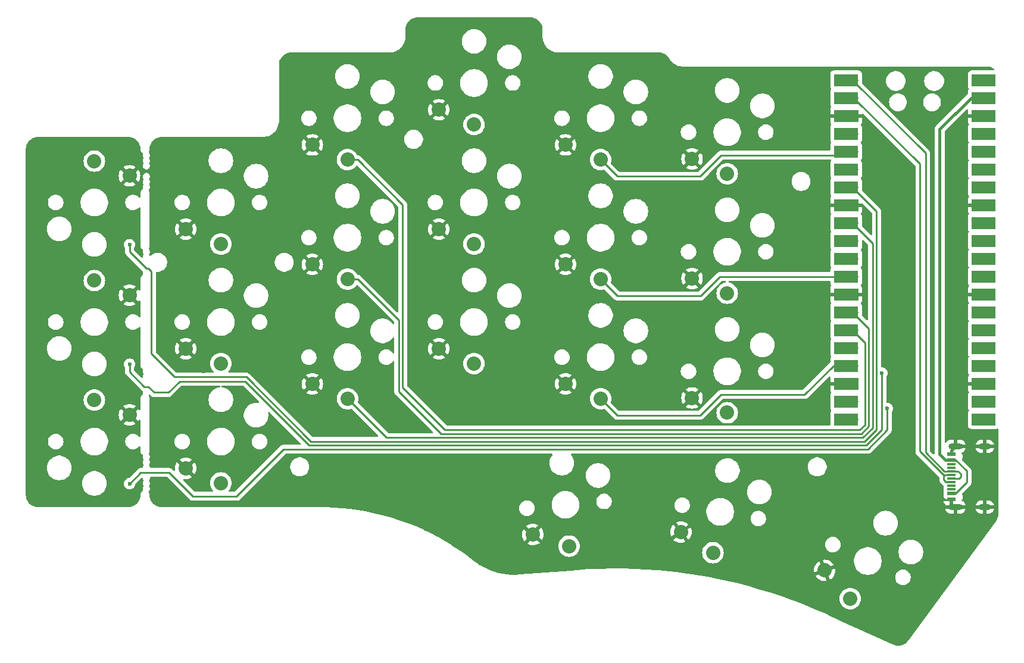
<source format=gtl>
%TF.GenerationSoftware,KiCad,Pcbnew,8.0.8*%
%TF.CreationDate,2025-05-22T15:24:09+02:00*%
%TF.ProjectId,keyboard_pcb,6b657962-6f61-4726-945f-7063622e6b69,rev1.0*%
%TF.SameCoordinates,Original*%
%TF.FileFunction,Copper,L1,Top*%
%TF.FilePolarity,Positive*%
%FSLAX46Y46*%
G04 Gerber Fmt 4.6, Leading zero omitted, Abs format (unit mm)*
G04 Created by KiCad (PCBNEW 8.0.8) date 2025-05-22 15:24:09*
%MOMM*%
%LPD*%
G01*
G04 APERTURE LIST*
%TA.AperFunction,ComponentPad*%
%ADD10C,2.032000*%
%TD*%
%TA.AperFunction,ComponentPad*%
%ADD11O,1.700000X1.700000*%
%TD*%
%TA.AperFunction,SMDPad,CuDef*%
%ADD12R,3.500000X1.700000*%
%TD*%
%TA.AperFunction,ComponentPad*%
%ADD13R,1.700000X1.700000*%
%TD*%
%TA.AperFunction,SMDPad,CuDef*%
%ADD14R,1.160000X0.600000*%
%TD*%
%TA.AperFunction,SMDPad,CuDef*%
%ADD15R,1.160000X0.300000*%
%TD*%
%TA.AperFunction,HeatsinkPad*%
%ADD16O,2.000000X0.900000*%
%TD*%
%TA.AperFunction,HeatsinkPad*%
%ADD17O,1.700000X0.900000*%
%TD*%
%TA.AperFunction,ViaPad*%
%ADD18C,0.600000*%
%TD*%
%TA.AperFunction,Conductor*%
%ADD19C,0.250000*%
%TD*%
%TA.AperFunction,Conductor*%
%ADD20C,0.400000*%
%TD*%
G04 APERTURE END LIST*
D10*
%TO.P,K25,1*%
%TO.N,/k25*%
X164000000Y-99900000D03*
%TO.P,K25,2*%
%TO.N,GND*%
X159000000Y-97800000D03*
%TD*%
%TO.P,K24,1*%
%TO.N,/k24*%
X146000000Y-97900000D03*
%TO.P,K24,2*%
%TO.N,GND*%
X141000000Y-95800000D03*
%TD*%
%TO.P,K21,1*%
%TO.N,/k21*%
X92000000Y-109900000D03*
%TO.P,K21,2*%
%TO.N,GND*%
X87000000Y-107800000D03*
%TD*%
%TO.P,K02,1*%
%TO.N,/k02*%
X110000000Y-63900000D03*
%TO.P,K02,2*%
%TO.N,GND*%
X105000000Y-61800000D03*
%TD*%
%TO.P,K10,1*%
%TO.N,/k10*%
X74000000Y-81100000D03*
%TO.P,K10,2*%
%TO.N,GND*%
X79000000Y-83200000D03*
%TD*%
D11*
%TO.P,U2,1,GPIO0*%
%TO.N,tx*%
X181813200Y-52578000D03*
D12*
X180913200Y-52578000D03*
D11*
%TO.P,U2,2,GPIO1*%
%TO.N,rx*%
X181813200Y-55118000D03*
D12*
X180913200Y-55118000D03*
D13*
%TO.P,U2,3,GND*%
%TO.N,GND*%
X181813200Y-57658000D03*
D12*
X180913200Y-57658000D03*
D11*
%TO.P,U2,4,GPIO2*%
%TO.N,/k05*%
X181813200Y-60198000D03*
D12*
X180913200Y-60198000D03*
D11*
%TO.P,U2,5,GPIO3*%
%TO.N,/k04*%
X181813200Y-62738000D03*
D12*
X180913200Y-62738000D03*
D11*
%TO.P,U2,6,GPIO4*%
%TO.N,/k01*%
X181813200Y-65278000D03*
D12*
X180913200Y-65278000D03*
D11*
%TO.P,U2,7,GPIO5*%
%TO.N,/k00*%
X181813200Y-67818000D03*
D12*
X180913200Y-67818000D03*
D13*
%TO.P,U2,8,GND*%
%TO.N,GND*%
X181813200Y-70358000D03*
D12*
X180913200Y-70358000D03*
D11*
%TO.P,U2,9,GPIO6*%
%TO.N,/k22*%
X181813200Y-72898000D03*
D12*
X180913200Y-72898000D03*
D11*
%TO.P,U2,10,GPIO7*%
%TO.N,/k23*%
X181813200Y-75438000D03*
D12*
X180913200Y-75438000D03*
D11*
%TO.P,U2,11,GPIO8*%
%TO.N,/k15*%
X181813200Y-77978000D03*
D12*
X180913200Y-77978000D03*
D11*
%TO.P,U2,12,GPIO9*%
%TO.N,/k14*%
X181813200Y-80518000D03*
D12*
X180913200Y-80518000D03*
D13*
%TO.P,U2,13,GND*%
%TO.N,GND*%
X181813200Y-83058000D03*
D12*
X180913200Y-83058000D03*
D11*
%TO.P,U2,14,GPIO10*%
%TO.N,/k12*%
X181813200Y-85598000D03*
D12*
X180913200Y-85598000D03*
D11*
%TO.P,U2,15,GPIO11*%
%TO.N,/k02*%
X181813200Y-88138000D03*
D12*
X180913200Y-88138000D03*
D11*
%TO.P,U2,16,GPIO12*%
%TO.N,/k25*%
X181813200Y-90678000D03*
D12*
X180913200Y-90678000D03*
D11*
%TO.P,U2,17,GPIO13*%
%TO.N,/k24*%
X181813200Y-93218000D03*
D12*
X180913200Y-93218000D03*
D13*
%TO.P,U2,18,GND*%
%TO.N,GND*%
X181813200Y-95758000D03*
D12*
X180913200Y-95758000D03*
D11*
%TO.P,U2,19,GPIO14*%
%TO.N,/k13*%
X181813200Y-98298000D03*
D12*
X180913200Y-98298000D03*
D11*
%TO.P,U2,20,GPIO15*%
%TO.N,/k03*%
X181813200Y-100838000D03*
D12*
X180913200Y-100838000D03*
D11*
%TO.P,U2,21,GPIO16*%
%TO.N,/k32*%
X199593200Y-100838000D03*
D12*
X200493200Y-100838000D03*
D11*
%TO.P,U2,22,GPIO17*%
%TO.N,/k30*%
X199593200Y-98298000D03*
D12*
X200493200Y-98298000D03*
D13*
%TO.P,U2,23,GND*%
%TO.N,GND*%
X199593200Y-95758000D03*
D12*
X200493200Y-95758000D03*
D11*
%TO.P,U2,24,GPIO18*%
%TO.N,/k31*%
X199593200Y-93218000D03*
D12*
X200493200Y-93218000D03*
D11*
%TO.P,U2,25,GPIO19*%
%TO.N,/k21*%
X199593200Y-90678000D03*
D12*
X200493200Y-90678000D03*
D11*
%TO.P,U2,26,GPIO20*%
%TO.N,/k11*%
X199593200Y-88138000D03*
D12*
X200493200Y-88138000D03*
D11*
%TO.P,U2,27,GPIO21*%
%TO.N,/k20*%
X199593200Y-85598000D03*
D12*
X200493200Y-85598000D03*
D13*
%TO.P,U2,28,GND*%
%TO.N,GND*%
X199593200Y-83058000D03*
D12*
X200493200Y-83058000D03*
D11*
%TO.P,U2,29,GPIO22*%
%TO.N,/k10*%
X199593200Y-80518000D03*
D12*
X200493200Y-80518000D03*
D11*
%TO.P,U2,30,RUN*%
%TO.N,unconnected-(U2-RUN-Pad30)*%
X199593200Y-77978000D03*
D12*
%TO.N,unconnected-(U2-RUN-Pad30)_1*%
X200493200Y-77978000D03*
D11*
%TO.P,U2,31,GPIO26_ADC0*%
%TO.N,unconnected-(U2-GPIO26_ADC0-Pad31)*%
X199593200Y-75438000D03*
D12*
%TO.N,unconnected-(U2-GPIO26_ADC0-Pad31)_1*%
X200493200Y-75438000D03*
D11*
%TO.P,U2,32,GPIO27_ADC1*%
%TO.N,unconnected-(U2-GPIO27_ADC1-Pad32)*%
X199593200Y-72898000D03*
D12*
%TO.N,unconnected-(U2-GPIO27_ADC1-Pad32)_1*%
X200493200Y-72898000D03*
D13*
%TO.P,U2,33,AGND*%
%TO.N,GND*%
X199593200Y-70358000D03*
D12*
X200493200Y-70358000D03*
D11*
%TO.P,U2,34,GPIO28_ADC2*%
%TO.N,vbus_sense*%
X199593200Y-67818000D03*
D12*
X200493200Y-67818000D03*
D11*
%TO.P,U2,35,ADC_VREF*%
%TO.N,unconnected-(U2-ADC_VREF-Pad35)_1*%
X199593200Y-65278000D03*
D12*
%TO.N,unconnected-(U2-ADC_VREF-Pad35)*%
X200493200Y-65278000D03*
D11*
%TO.P,U2,36,3V3*%
%TO.N,unconnected-(U2-3V3-Pad36)_1*%
X199593200Y-62738000D03*
D12*
%TO.N,unconnected-(U2-3V3-Pad36)*%
X200493200Y-62738000D03*
D11*
%TO.P,U2,37,3V3_EN*%
%TO.N,unconnected-(U2-3V3_EN-Pad37)*%
X199593200Y-60198000D03*
D12*
%TO.N,unconnected-(U2-3V3_EN-Pad37)_1*%
X200493200Y-60198000D03*
D13*
%TO.P,U2,38,GND*%
%TO.N,GND*%
X199593200Y-57658000D03*
D12*
X200493200Y-57658000D03*
D11*
%TO.P,U2,39,VSYS*%
%TO.N,VCC*%
X199593200Y-55118000D03*
D12*
X200493200Y-55118000D03*
D11*
%TO.P,U2,40,VBUS*%
%TO.N,VBUS*%
X199593200Y-52578000D03*
D12*
X200493200Y-52578000D03*
%TD*%
D10*
%TO.P,K04,1*%
%TO.N,/k04*%
X146000000Y-63900000D03*
%TO.P,K04,2*%
%TO.N,GND*%
X141000000Y-61800000D03*
%TD*%
%TO.P,K12,1*%
%TO.N,/k12*%
X110000000Y-80900000D03*
%TO.P,K12,2*%
%TO.N,GND*%
X105000000Y-78800000D03*
%TD*%
%TO.P,K30,1*%
%TO.N,/k30*%
X141514219Y-118877549D03*
%TO.P,K30,2*%
%TO.N,GND*%
X136350218Y-117221319D03*
%TD*%
%TO.P,K01,1*%
%TO.N,/k01*%
X92000000Y-75900000D03*
%TO.P,K01,2*%
%TO.N,GND*%
X87000000Y-73800000D03*
%TD*%
%TO.P,K14,1*%
%TO.N,/k14*%
X146000000Y-80900000D03*
%TO.P,K14,2*%
%TO.N,GND*%
X141000000Y-78800000D03*
%TD*%
%TO.P,K23,1*%
%TO.N,/k23*%
X128000000Y-92900000D03*
%TO.P,K23,2*%
%TO.N,GND*%
X123000000Y-90800000D03*
%TD*%
%TO.P,K03,1*%
%TO.N,/k03*%
X128000000Y-58900000D03*
%TO.P,K03,2*%
%TO.N,GND*%
X123000000Y-56800000D03*
%TD*%
%TO.P,K22,1*%
%TO.N,/k22*%
X110000000Y-97900000D03*
%TO.P,K22,2*%
%TO.N,GND*%
X105000000Y-95800000D03*
%TD*%
%TO.P,K15,1*%
%TO.N,/k15*%
X164000000Y-82900000D03*
%TO.P,K15,2*%
%TO.N,GND*%
X159000000Y-80800000D03*
%TD*%
%TO.P,K32,1*%
%TO.N,/k32*%
X181506552Y-126347216D03*
%TO.P,K32,2*%
%TO.N,GND*%
X177862512Y-122330878D03*
%TD*%
%TO.P,K11,1*%
%TO.N,/k11*%
X92000000Y-92900000D03*
%TO.P,K11,2*%
%TO.N,GND*%
X87000000Y-90800000D03*
%TD*%
D14*
%TO.P,J2,A1,GND*%
%TO.N,GND*%
X195890000Y-112200000D03*
%TO.P,J2,A4,VBUS*%
%TO.N,VCC*%
X195890000Y-111400000D03*
D15*
%TO.P,J2,A5,CC1*%
%TO.N,unconnected-(J2-CC1-PadA5)*%
X195890000Y-110250000D03*
%TO.P,J2,A6,D+*%
%TO.N,tx*%
X195890000Y-109250000D03*
%TO.P,J2,A7,D-*%
%TO.N,rx*%
X195890000Y-108750000D03*
%TO.P,J2,A8,SBU1*%
%TO.N,unconnected-(J2-SBU1-PadA8)*%
X195890000Y-107750000D03*
D14*
%TO.P,J2,A9,VBUS*%
%TO.N,VCC*%
X195890000Y-106600000D03*
%TO.P,J2,A12,GND*%
%TO.N,GND*%
X195890000Y-105800000D03*
%TO.P,J2,B1,GND*%
X195890000Y-105800000D03*
%TO.P,J2,B4,VBUS*%
%TO.N,VCC*%
X195890000Y-106600000D03*
D15*
%TO.P,J2,B5,CC2*%
%TO.N,unconnected-(J2-CC2-PadB5)*%
X195890000Y-107250000D03*
%TO.P,J2,B6,D+*%
%TO.N,tx*%
X195890000Y-108250000D03*
%TO.P,J2,B7,D-*%
%TO.N,rx*%
X195890000Y-109750000D03*
%TO.P,J2,B8,SBU2*%
%TO.N,unconnected-(J2-SBU2-PadB8)*%
X195890000Y-110750000D03*
D14*
%TO.P,J2,B9,VBUS*%
%TO.N,VCC*%
X195890000Y-111400000D03*
%TO.P,J2,B12,GND*%
%TO.N,GND*%
X195890000Y-112200000D03*
D16*
%TO.P,J2,S1,SHIELD*%
X196470000Y-113320000D03*
D17*
X200640000Y-113320000D03*
D16*
X196470000Y-104680000D03*
D17*
X200640000Y-104680000D03*
%TD*%
D10*
%TO.P,K05,1*%
%TO.N,/k05*%
X164000000Y-65900000D03*
%TO.P,K05,2*%
%TO.N,GND*%
X159000000Y-63800000D03*
%TD*%
%TO.P,K20,1*%
%TO.N,/k20*%
X74000000Y-98100000D03*
%TO.P,K20,2*%
%TO.N,GND*%
X79000000Y-100200000D03*
%TD*%
%TO.P,K13,1*%
%TO.N,/k13*%
X128000000Y-75900000D03*
%TO.P,K13,2*%
%TO.N,GND*%
X123000000Y-73800000D03*
%TD*%
%TO.P,K00,1*%
%TO.N,/k00*%
X74000000Y-64100000D03*
%TO.P,K00,2*%
%TO.N,GND*%
X79000000Y-66200000D03*
%TD*%
%TO.P,K31,1*%
%TO.N,/k31*%
X161975476Y-119810366D03*
%TO.P,K31,2*%
%TO.N,GND*%
X157416098Y-116874029D03*
%TD*%
D18*
%TO.N,GND*%
X89500000Y-94000000D03*
X173500000Y-108750000D03*
%TO.N,/k00*%
X79000000Y-76000000D03*
%TO.N,/k10*%
X186000000Y-94250000D03*
X79000000Y-93000000D03*
%TO.N,/k20*%
X186750000Y-99300000D03*
X79000000Y-110000000D03*
%TD*%
D19*
%TO.N,rx*%
X195890000Y-108750000D02*
X195010000Y-108750000D01*
X195010000Y-108750000D02*
X194800000Y-108960000D01*
X194800000Y-108960000D02*
X194800000Y-109400000D01*
X194800000Y-109400000D02*
X195150000Y-109750000D01*
X195150000Y-109750000D02*
X195890000Y-109750000D01*
%TO.N,tx*%
X195890000Y-108250000D02*
X196850000Y-108250000D01*
X196850000Y-108250000D02*
X197200000Y-108600000D01*
X197200000Y-108600000D02*
X197200000Y-109000000D01*
X197200000Y-109000000D02*
X196950000Y-109250000D01*
X196950000Y-109250000D02*
X195890000Y-109250000D01*
D20*
%TO.N,GND*%
X196470000Y-104680000D02*
X195890000Y-105260000D01*
X195890000Y-105260000D02*
X195890000Y-105700000D01*
D19*
%TO.N,/k00*%
X183532555Y-103999081D02*
X185249999Y-102281637D01*
X185249999Y-102281637D02*
X185250000Y-71254800D01*
X81658686Y-79375479D02*
X82100000Y-79816793D01*
X79000000Y-77000000D02*
X81375479Y-79375479D01*
X79000000Y-76000000D02*
X79000000Y-77000000D01*
X95601649Y-94824511D02*
X104776219Y-103999081D01*
X82100000Y-91500000D02*
X85424511Y-94824511D01*
X104776219Y-103999081D02*
X183532555Y-103999081D01*
X185250000Y-71254800D02*
X181813200Y-67818000D01*
X82100000Y-79816793D02*
X82100000Y-91500000D01*
X81375479Y-79375479D02*
X81658686Y-79375479D01*
X85424511Y-94824511D02*
X95601649Y-94824511D01*
%TO.N,/k02*%
X117849520Y-96349520D02*
X123850521Y-102350521D01*
X117849519Y-70312679D02*
X117849520Y-96349520D01*
X110000000Y-63900000D02*
X111436840Y-63900000D01*
X183601440Y-89926240D02*
X181813200Y-88138000D01*
X111436840Y-63900000D02*
X117849519Y-70312679D01*
X183601440Y-101590008D02*
X183601440Y-89926240D01*
X182849701Y-102350521D02*
X183600111Y-101600111D01*
X123850521Y-102350521D02*
X182849701Y-102350521D01*
%TO.N,/k04*%
X160150000Y-66250000D02*
X163150000Y-63250000D01*
X146000000Y-63900000D02*
X148350000Y-66250000D01*
X163150000Y-63250000D02*
X181301200Y-63250000D01*
X148350000Y-66250000D02*
X160150000Y-66250000D01*
X181301200Y-63250000D02*
X181813200Y-62738000D01*
%TO.N,/k10*%
X95424521Y-95424521D02*
X104548601Y-104548601D01*
X81664711Y-96200000D02*
X82489232Y-97024521D01*
X81100000Y-96200000D02*
X81664711Y-96200000D01*
X104548601Y-104548601D02*
X183760173Y-104548601D01*
X183760173Y-104548601D02*
X183854387Y-104454387D01*
X186000000Y-102308774D02*
X183854387Y-104454387D01*
X79000000Y-94100000D02*
X81100000Y-96200000D01*
X79000000Y-93000000D02*
X79000000Y-94100000D01*
X183854387Y-104454387D02*
X183779387Y-104529387D01*
X186000000Y-94250000D02*
X186000000Y-102300000D01*
X84531478Y-97024521D02*
X86131478Y-95424521D01*
X86131478Y-95424521D02*
X95424521Y-95424521D01*
X186000000Y-102300000D02*
X186000000Y-102308774D01*
X82489232Y-97024521D02*
X84531478Y-97024521D01*
%TO.N,/k12*%
X123300041Y-102900041D02*
X183077319Y-102900041D01*
X181822222Y-85598000D02*
X181813200Y-85598000D01*
X184150960Y-101826400D02*
X184150960Y-87926738D01*
X111436840Y-80900000D02*
X117300000Y-86763160D01*
X184150960Y-87926738D02*
X181822222Y-85598000D01*
X110000000Y-80900000D02*
X111436840Y-80900000D01*
X183077319Y-102900041D02*
X184150960Y-101826400D01*
X117300000Y-96900000D02*
X123300041Y-102900041D01*
X117300000Y-86763160D02*
X117300000Y-96900000D01*
%TO.N,/k14*%
X146000000Y-80900000D02*
X148400000Y-83300000D01*
X160200000Y-83300000D02*
X162982000Y-80518000D01*
X162982000Y-80518000D02*
X181813200Y-80518000D01*
X148400000Y-83300000D02*
X160200000Y-83300000D01*
%TO.N,/k20*%
X186750000Y-102335912D02*
X186750000Y-99300000D01*
X88050000Y-111800000D02*
X94200000Y-111800000D01*
X84650000Y-108400000D02*
X88050000Y-111800000D01*
X79000000Y-110000000D02*
X80600000Y-108400000D01*
X100901879Y-105098121D02*
X183987791Y-105098121D01*
X80600000Y-108400000D02*
X84650000Y-108400000D01*
X183987791Y-105098121D02*
X186750000Y-102335912D01*
X94200000Y-111800000D02*
X100901879Y-105098121D01*
%TO.N,/k22*%
X183304937Y-103449561D02*
X184700480Y-102054018D01*
X184700480Y-75785280D02*
X181813200Y-72898000D01*
X115549561Y-103449561D02*
X183304937Y-103449561D01*
X110000000Y-97900000D02*
X115549561Y-103449561D01*
X184700480Y-102054018D02*
X184700480Y-75785280D01*
%TO.N,/k24*%
X160150000Y-100250000D02*
X163100000Y-97300000D01*
X148350000Y-100250000D02*
X160150000Y-100250000D01*
X179082000Y-93218000D02*
X181813200Y-93218000D01*
X146000000Y-97900000D02*
X148350000Y-100250000D01*
X175000000Y-97300000D02*
X179082000Y-93218000D01*
X163100000Y-97300000D02*
X175000000Y-97300000D01*
%TO.N,rx*%
X182022222Y-55118000D02*
X191400000Y-64495778D01*
X191400000Y-64495778D02*
X191400000Y-105401396D01*
X191400000Y-105401396D02*
X194748604Y-108750000D01*
X181813200Y-55118000D02*
X182022222Y-55118000D01*
X194748604Y-108750000D02*
X195890000Y-108750000D01*
%TO.N,tx*%
X194885000Y-108250000D02*
X195890000Y-108250000D01*
X181813200Y-52578000D02*
X192200000Y-62964800D01*
X192200000Y-62964800D02*
X192200000Y-105565000D01*
X192200000Y-105565000D02*
X194885000Y-108250000D01*
%TO.N,VCC*%
X196485406Y-111400000D02*
X195890000Y-111400000D01*
D20*
X195000000Y-106600000D02*
X195890000Y-106600000D01*
X198682000Y-55118000D02*
X199593200Y-55118000D01*
D19*
X198085406Y-108200000D02*
X198085406Y-109800000D01*
D20*
X194200000Y-59600000D02*
X194200000Y-105800000D01*
D19*
X195890000Y-106600000D02*
X196485406Y-106600000D01*
X196485406Y-106600000D02*
X198085406Y-108200000D01*
D20*
X198682000Y-55118000D02*
X194200000Y-59600000D01*
D19*
X198085406Y-109800000D02*
X196485406Y-111400000D01*
D20*
X194200000Y-105800000D02*
X195000000Y-106600000D01*
%TD*%
%TA.AperFunction,Conductor*%
%TO.N,GND*%
G36*
X198154534Y-56749950D02*
G01*
X198210467Y-56791822D01*
X198234884Y-56857286D01*
X198235200Y-56866132D01*
X198235200Y-57404000D01*
X199150949Y-57404000D01*
X199117955Y-57461147D01*
X199083200Y-57590857D01*
X199083200Y-57725143D01*
X199117955Y-57854853D01*
X199150949Y-57912000D01*
X198235200Y-57912000D01*
X198235200Y-58556581D01*
X198241706Y-58617097D01*
X198292753Y-58753961D01*
X198292754Y-58753962D01*
X198367097Y-58853272D01*
X198391514Y-58918737D01*
X198376662Y-58987010D01*
X198367097Y-59001894D01*
X198292311Y-59101795D01*
X198241211Y-59238795D01*
X198241211Y-59238797D01*
X198234700Y-59299345D01*
X198234700Y-60136687D01*
X198234276Y-60146928D01*
X198230044Y-60197995D01*
X198230044Y-60198004D01*
X198234276Y-60249070D01*
X198234700Y-60259311D01*
X198234700Y-61096654D01*
X198241211Y-61157202D01*
X198241211Y-61157204D01*
X198292311Y-61294204D01*
X198366785Y-61393689D01*
X198391202Y-61459154D01*
X198376350Y-61527427D01*
X198366785Y-61542311D01*
X198292311Y-61641795D01*
X198241211Y-61778795D01*
X198241211Y-61778797D01*
X198234700Y-61839345D01*
X198234700Y-62676687D01*
X198234276Y-62686928D01*
X198230044Y-62737995D01*
X198230044Y-62738004D01*
X198230896Y-62748279D01*
X198233525Y-62780014D01*
X198234276Y-62789070D01*
X198234700Y-62799311D01*
X198234700Y-63636654D01*
X198241211Y-63697202D01*
X198241211Y-63697204D01*
X198267011Y-63766374D01*
X198292311Y-63834204D01*
X198341565Y-63900000D01*
X198366785Y-63933689D01*
X198391202Y-63999154D01*
X198376350Y-64067427D01*
X198366785Y-64082311D01*
X198292311Y-64181795D01*
X198241211Y-64318795D01*
X198241211Y-64318797D01*
X198234700Y-64379345D01*
X198234700Y-65216687D01*
X198234276Y-65226928D01*
X198230044Y-65277995D01*
X198230044Y-65278004D01*
X198234276Y-65329070D01*
X198234700Y-65339311D01*
X198234700Y-66176654D01*
X198241211Y-66237202D01*
X198241211Y-66237204D01*
X198292311Y-66374204D01*
X198366785Y-66473689D01*
X198391202Y-66539154D01*
X198376350Y-66607427D01*
X198366785Y-66622311D01*
X198292311Y-66721795D01*
X198241211Y-66858795D01*
X198241211Y-66858797D01*
X198234700Y-66919345D01*
X198234700Y-67756687D01*
X198234276Y-67766928D01*
X198230044Y-67817995D01*
X198230044Y-67818004D01*
X198234276Y-67869070D01*
X198234700Y-67879311D01*
X198234700Y-68716654D01*
X198241211Y-68777202D01*
X198241211Y-68777204D01*
X198289237Y-68905962D01*
X198292311Y-68914204D01*
X198367097Y-69014107D01*
X198391514Y-69079569D01*
X198376663Y-69147842D01*
X198367097Y-69162726D01*
X198292756Y-69262033D01*
X198292753Y-69262038D01*
X198241706Y-69398902D01*
X198235200Y-69459418D01*
X198235200Y-70104000D01*
X199150949Y-70104000D01*
X199117955Y-70161147D01*
X199083200Y-70290857D01*
X199083200Y-70425143D01*
X199117955Y-70554853D01*
X199150949Y-70612000D01*
X198235200Y-70612000D01*
X198235200Y-71256581D01*
X198241706Y-71317097D01*
X198292753Y-71453961D01*
X198292754Y-71453962D01*
X198367097Y-71553272D01*
X198391514Y-71618737D01*
X198376662Y-71687010D01*
X198367097Y-71701894D01*
X198292311Y-71801795D01*
X198241211Y-71938795D01*
X198241211Y-71938797D01*
X198234700Y-71999345D01*
X198234700Y-72836687D01*
X198234276Y-72846928D01*
X198230044Y-72897995D01*
X198230044Y-72898004D01*
X198234276Y-72949070D01*
X198234700Y-72959311D01*
X198234700Y-73796654D01*
X198241211Y-73857202D01*
X198241211Y-73857204D01*
X198286748Y-73979290D01*
X198292311Y-73994204D01*
X198316020Y-74025876D01*
X198366785Y-74093689D01*
X198391202Y-74159154D01*
X198376350Y-74227427D01*
X198366785Y-74242311D01*
X198292311Y-74341795D01*
X198241211Y-74478795D01*
X198241211Y-74478797D01*
X198234700Y-74539345D01*
X198234700Y-75376687D01*
X198234276Y-75386928D01*
X198230044Y-75437995D01*
X198230044Y-75438004D01*
X198234276Y-75489070D01*
X198234700Y-75499311D01*
X198234700Y-76336654D01*
X198241211Y-76397202D01*
X198241211Y-76397204D01*
X198281746Y-76505878D01*
X198292311Y-76534204D01*
X198337259Y-76594248D01*
X198366785Y-76633689D01*
X198391202Y-76699154D01*
X198376350Y-76767427D01*
X198366785Y-76782311D01*
X198292311Y-76881795D01*
X198241211Y-77018795D01*
X198241211Y-77018797D01*
X198234700Y-77079345D01*
X198234700Y-77916687D01*
X198234276Y-77926928D01*
X198230044Y-77977995D01*
X198230044Y-77978004D01*
X198234276Y-78029070D01*
X198234700Y-78039311D01*
X198234700Y-78876654D01*
X198241211Y-78937202D01*
X198241211Y-78937204D01*
X198292311Y-79074204D01*
X198366785Y-79173689D01*
X198391202Y-79239154D01*
X198376350Y-79307427D01*
X198366785Y-79322311D01*
X198292311Y-79421795D01*
X198241211Y-79558795D01*
X198241211Y-79558797D01*
X198234700Y-79619345D01*
X198234700Y-80456687D01*
X198234276Y-80466928D01*
X198230044Y-80517995D01*
X198230044Y-80518004D01*
X198234276Y-80569070D01*
X198234700Y-80579311D01*
X198234700Y-81416654D01*
X198241211Y-81477202D01*
X198241211Y-81477204D01*
X198284868Y-81594248D01*
X198292311Y-81614204D01*
X198367097Y-81714107D01*
X198391514Y-81779569D01*
X198376663Y-81847842D01*
X198367097Y-81862726D01*
X198292756Y-81962033D01*
X198292753Y-81962038D01*
X198241706Y-82098902D01*
X198235200Y-82159418D01*
X198235200Y-82804000D01*
X199150949Y-82804000D01*
X199117955Y-82861147D01*
X199083200Y-82990857D01*
X199083200Y-83125143D01*
X199117955Y-83254853D01*
X199150949Y-83312000D01*
X198235200Y-83312000D01*
X198235200Y-83956581D01*
X198241706Y-84017097D01*
X198292753Y-84153961D01*
X198292754Y-84153962D01*
X198367097Y-84253272D01*
X198391514Y-84318737D01*
X198376662Y-84387010D01*
X198367097Y-84401894D01*
X198292311Y-84501795D01*
X198241211Y-84638795D01*
X198241211Y-84638797D01*
X198234700Y-84699345D01*
X198234700Y-85536687D01*
X198234276Y-85546928D01*
X198230044Y-85597995D01*
X198230044Y-85598004D01*
X198234276Y-85649070D01*
X198234700Y-85659311D01*
X198234700Y-86496654D01*
X198241211Y-86557202D01*
X198241211Y-86557204D01*
X198285766Y-86676656D01*
X198292311Y-86694204D01*
X198349223Y-86770230D01*
X198366785Y-86793689D01*
X198391202Y-86859154D01*
X198376350Y-86927427D01*
X198366785Y-86942311D01*
X198292311Y-87041795D01*
X198241211Y-87178795D01*
X198241211Y-87178797D01*
X198234700Y-87239345D01*
X198234700Y-88076687D01*
X198234276Y-88086928D01*
X198230044Y-88137995D01*
X198230044Y-88138004D01*
X198234276Y-88189070D01*
X198234700Y-88199311D01*
X198234700Y-89036654D01*
X198241211Y-89097202D01*
X198241211Y-89097204D01*
X198278857Y-89198133D01*
X198292311Y-89234204D01*
X198355771Y-89318977D01*
X198366785Y-89333689D01*
X198391202Y-89399154D01*
X198376350Y-89467427D01*
X198366785Y-89482311D01*
X198292311Y-89581795D01*
X198241211Y-89718795D01*
X198241211Y-89718797D01*
X198234700Y-89779345D01*
X198234700Y-90616687D01*
X198234276Y-90626928D01*
X198230044Y-90677995D01*
X198230044Y-90678004D01*
X198234276Y-90729070D01*
X198234700Y-90739311D01*
X198234700Y-91576654D01*
X198241211Y-91637202D01*
X198241211Y-91637204D01*
X198292311Y-91774204D01*
X198366785Y-91873689D01*
X198391202Y-91939154D01*
X198376350Y-92007427D01*
X198366785Y-92022311D01*
X198292311Y-92121795D01*
X198241211Y-92258795D01*
X198241211Y-92258797D01*
X198234700Y-92319345D01*
X198234700Y-93156687D01*
X198234276Y-93166928D01*
X198230044Y-93217995D01*
X198230044Y-93218004D01*
X198234276Y-93269070D01*
X198234700Y-93279311D01*
X198234700Y-94116654D01*
X198241211Y-94177202D01*
X198241211Y-94177204D01*
X198289741Y-94307314D01*
X198292311Y-94314204D01*
X198367097Y-94414107D01*
X198391514Y-94479569D01*
X198376663Y-94547842D01*
X198367097Y-94562726D01*
X198292756Y-94662033D01*
X198292753Y-94662038D01*
X198241706Y-94798902D01*
X198235200Y-94859418D01*
X198235200Y-95504000D01*
X199150949Y-95504000D01*
X199117955Y-95561147D01*
X199083200Y-95690857D01*
X199083200Y-95825143D01*
X199117955Y-95954853D01*
X199150949Y-96012000D01*
X198235200Y-96012000D01*
X198235200Y-96656581D01*
X198241706Y-96717097D01*
X198292753Y-96853961D01*
X198292754Y-96853962D01*
X198367097Y-96953272D01*
X198391514Y-97018737D01*
X198376662Y-97087010D01*
X198367097Y-97101894D01*
X198292311Y-97201795D01*
X198241211Y-97338795D01*
X198241211Y-97338797D01*
X198234700Y-97399345D01*
X198234700Y-98236687D01*
X198234276Y-98246928D01*
X198230044Y-98297995D01*
X198230044Y-98298004D01*
X198234276Y-98349070D01*
X198234700Y-98359311D01*
X198234700Y-99196654D01*
X198241211Y-99257202D01*
X198241211Y-99257204D01*
X198277453Y-99354369D01*
X198292311Y-99394204D01*
X198357320Y-99481046D01*
X198366785Y-99493689D01*
X198391202Y-99559154D01*
X198376350Y-99627427D01*
X198366786Y-99642308D01*
X198352959Y-99660780D01*
X198292311Y-99741795D01*
X198241211Y-99878795D01*
X198241211Y-99878797D01*
X198234700Y-99939345D01*
X198234700Y-100776687D01*
X198234276Y-100786928D01*
X198230044Y-100837995D01*
X198230044Y-100838004D01*
X198234276Y-100889070D01*
X198234700Y-100899311D01*
X198234700Y-101736654D01*
X198241211Y-101797202D01*
X198241211Y-101797204D01*
X198283715Y-101911157D01*
X198292311Y-101934204D01*
X198379939Y-102051261D01*
X198496996Y-102138889D01*
X198633999Y-102189989D01*
X198661250Y-102192918D01*
X198694545Y-102196499D01*
X198694562Y-102196500D01*
X202291838Y-102196500D01*
X202291854Y-102196499D01*
X202318892Y-102193591D01*
X202352401Y-102189989D01*
X202352404Y-102189988D01*
X202382165Y-102178888D01*
X202451857Y-102173903D01*
X202513180Y-102207387D01*
X202546666Y-102268710D01*
X202549500Y-102295069D01*
X202549500Y-114395973D01*
X202549239Y-114404015D01*
X202536987Y-114592520D01*
X202534905Y-114608468D01*
X202499139Y-114789841D01*
X202495010Y-114805387D01*
X202436072Y-114980593D01*
X202429967Y-114995472D01*
X202348840Y-115161593D01*
X202340859Y-115175558D01*
X202236685Y-115333148D01*
X202232035Y-115339709D01*
X202204663Y-115375791D01*
X202200125Y-115383118D01*
X189780681Y-132257449D01*
X189771102Y-132268942D01*
X189764802Y-132275633D01*
X189746093Y-132304142D01*
X189742293Y-132309608D01*
X189729330Y-132327221D01*
X189727961Y-132329045D01*
X189600420Y-132495823D01*
X189588572Y-132509197D01*
X189429947Y-132664157D01*
X189416299Y-132675690D01*
X189237049Y-132806244D01*
X189221886Y-132815695D01*
X189025734Y-132919132D01*
X189009369Y-132926306D01*
X188800393Y-133000476D01*
X188783168Y-133005224D01*
X188565689Y-133048593D01*
X188547960Y-133050815D01*
X188326521Y-133062476D01*
X188308657Y-133062128D01*
X188087833Y-133041843D01*
X188070204Y-133038931D01*
X187854587Y-132987119D01*
X187837559Y-132981703D01*
X187628118Y-132898038D01*
X187623215Y-132895956D01*
X187621629Y-132895242D01*
X187618362Y-132893714D01*
X187583098Y-132876588D01*
X187567435Y-132870867D01*
X180238357Y-129574334D01*
X180234282Y-129572412D01*
X179713178Y-129314872D01*
X179500255Y-129209641D01*
X178800857Y-128883582D01*
X178003696Y-128511946D01*
X176491663Y-127848532D01*
X174964913Y-127219730D01*
X173424244Y-126625865D01*
X172649184Y-126347216D01*
X179977338Y-126347216D01*
X179996164Y-126586435D01*
X180052182Y-126819769D01*
X180052182Y-126819770D01*
X180144009Y-127041461D01*
X180144011Y-127041464D01*
X180269389Y-127246062D01*
X180269393Y-127246067D01*
X180340034Y-127328777D01*
X180425234Y-127428534D01*
X180542033Y-127528289D01*
X180607700Y-127584374D01*
X180607705Y-127584378D01*
X180812303Y-127709756D01*
X180812306Y-127709758D01*
X181033998Y-127801585D01*
X181092331Y-127815589D01*
X181267330Y-127857603D01*
X181506552Y-127876430D01*
X181745774Y-127857603D01*
X181979105Y-127801585D01*
X181979106Y-127801585D01*
X182200797Y-127709758D01*
X182200798Y-127709757D01*
X182200801Y-127709756D01*
X182405401Y-127584376D01*
X182587870Y-127428534D01*
X182743712Y-127246065D01*
X182869092Y-127041465D01*
X182960921Y-126819769D01*
X183016939Y-126586438D01*
X183035766Y-126347216D01*
X183016939Y-126107994D01*
X182960921Y-125874663D01*
X182960921Y-125874662D01*
X182960921Y-125874661D01*
X182869094Y-125652970D01*
X182869092Y-125652967D01*
X182743714Y-125448369D01*
X182743710Y-125448364D01*
X182687625Y-125382697D01*
X182587870Y-125265898D01*
X182488113Y-125180698D01*
X182405403Y-125110057D01*
X182405398Y-125110053D01*
X182200800Y-124984675D01*
X182200797Y-124984673D01*
X181979105Y-124892846D01*
X181745770Y-124836828D01*
X181745771Y-124836828D01*
X181506552Y-124818002D01*
X181267332Y-124836828D01*
X181033998Y-124892846D01*
X181033997Y-124892846D01*
X180812306Y-124984673D01*
X180812303Y-124984675D01*
X180607705Y-125110053D01*
X180607700Y-125110057D01*
X180425234Y-125265898D01*
X180269393Y-125448364D01*
X180269389Y-125448369D01*
X180144011Y-125652967D01*
X180144009Y-125652970D01*
X180052182Y-125874661D01*
X180052182Y-125874662D01*
X179996164Y-126107996D01*
X179977338Y-126347216D01*
X172649184Y-126347216D01*
X171870394Y-126067226D01*
X170304267Y-125544138D01*
X168726645Y-125056860D01*
X167138304Y-124605634D01*
X165540132Y-124190708D01*
X165540122Y-124190705D01*
X165540108Y-124190702D01*
X163932876Y-123812280D01*
X163932878Y-123812280D01*
X163932872Y-123812279D01*
X162317439Y-123470562D01*
X161656598Y-123346426D01*
X160694644Y-123165728D01*
X159065323Y-122897933D01*
X157714880Y-122707454D01*
X157430299Y-122667314D01*
X155790511Y-122474002D01*
X154281575Y-122330878D01*
X176333799Y-122330878D01*
X176352620Y-122570024D01*
X176361476Y-122606907D01*
X177227512Y-122291696D01*
X177227512Y-122393420D01*
X177251915Y-122516101D01*
X177299783Y-122631663D01*
X177369276Y-122735667D01*
X177402293Y-122768684D01*
X176536514Y-123083802D01*
X176625755Y-123229430D01*
X176781549Y-123411840D01*
X176963956Y-123567632D01*
X177168497Y-123692974D01*
X177390109Y-123784768D01*
X177623367Y-123840769D01*
X177862512Y-123859590D01*
X178101658Y-123840769D01*
X178101664Y-123840768D01*
X178138542Y-123831913D01*
X177823332Y-122965878D01*
X177925054Y-122965878D01*
X178047735Y-122941475D01*
X178163297Y-122893607D01*
X178267301Y-122824114D01*
X178300319Y-122791095D01*
X178615436Y-123656873D01*
X178761067Y-123567632D01*
X178943474Y-123411840D01*
X179092195Y-123237712D01*
X187883293Y-123237712D01*
X187883293Y-123411087D01*
X187910413Y-123582313D01*
X187963983Y-123747188D01*
X187963984Y-123747191D01*
X188007153Y-123831913D01*
X188042691Y-123901660D01*
X188144592Y-124041914D01*
X188267179Y-124164501D01*
X188407433Y-124266402D01*
X188483195Y-124305004D01*
X188561901Y-124345108D01*
X188561904Y-124345109D01*
X188644341Y-124371894D01*
X188726781Y-124398680D01*
X188806084Y-124411240D01*
X188898006Y-124425800D01*
X188898011Y-124425800D01*
X189071380Y-124425800D01*
X189154388Y-124412652D01*
X189242605Y-124398680D01*
X189407484Y-124345108D01*
X189561953Y-124266402D01*
X189702207Y-124164501D01*
X189824794Y-124041914D01*
X189926695Y-123901660D01*
X190005401Y-123747191D01*
X190058973Y-123582312D01*
X190076672Y-123470563D01*
X190086093Y-123411087D01*
X190086093Y-123237712D01*
X190061715Y-123083802D01*
X190058973Y-123066488D01*
X190025998Y-122965000D01*
X190005402Y-122901611D01*
X190005401Y-122901608D01*
X189926694Y-122747139D01*
X189910323Y-122724606D01*
X189824794Y-122606886D01*
X189702207Y-122484299D01*
X189561953Y-122382398D01*
X189518038Y-122360022D01*
X189407484Y-122303691D01*
X189407481Y-122303690D01*
X189242606Y-122250120D01*
X189071380Y-122223000D01*
X189071375Y-122223000D01*
X188898011Y-122223000D01*
X188898006Y-122223000D01*
X188726779Y-122250120D01*
X188561904Y-122303690D01*
X188561901Y-122303691D01*
X188407432Y-122382398D01*
X188327412Y-122440536D01*
X188267179Y-122484299D01*
X188267177Y-122484301D01*
X188267176Y-122484301D01*
X188144594Y-122606883D01*
X188144594Y-122606884D01*
X188144592Y-122606886D01*
X188122756Y-122636941D01*
X188042691Y-122747139D01*
X187963984Y-122901608D01*
X187963983Y-122901611D01*
X187910413Y-123066486D01*
X187883293Y-123237712D01*
X179092195Y-123237712D01*
X179099266Y-123229433D01*
X179224608Y-123024892D01*
X179316402Y-122803280D01*
X179372403Y-122570022D01*
X179391224Y-122330877D01*
X179372402Y-122091730D01*
X179363547Y-122054847D01*
X179363546Y-122054847D01*
X178497512Y-122370056D01*
X178497512Y-122268336D01*
X178473109Y-122145655D01*
X178425241Y-122030093D01*
X178355748Y-121926089D01*
X178322728Y-121893069D01*
X179188508Y-121577952D01*
X179099268Y-121432325D01*
X178943474Y-121249915D01*
X178761067Y-121094123D01*
X178556526Y-120968781D01*
X178334914Y-120876987D01*
X178310806Y-120871199D01*
X182035000Y-120871199D01*
X182035000Y-121128800D01*
X182040826Y-121173048D01*
X182068622Y-121384175D01*
X182090262Y-121464936D01*
X182135289Y-121632982D01*
X182233859Y-121870952D01*
X182233867Y-121870969D01*
X182362652Y-122094030D01*
X182362663Y-122094046D01*
X182519463Y-122298392D01*
X182519469Y-122298399D01*
X182701600Y-122480530D01*
X182701606Y-122480535D01*
X182905962Y-122637343D01*
X182905969Y-122637347D01*
X183129030Y-122766132D01*
X183129035Y-122766134D01*
X183129038Y-122766136D01*
X183129042Y-122766137D01*
X183129047Y-122766140D01*
X183218711Y-122803280D01*
X183367016Y-122864710D01*
X183615825Y-122931378D01*
X183871207Y-122965000D01*
X183871214Y-122965000D01*
X184128786Y-122965000D01*
X184128793Y-122965000D01*
X184384175Y-122931378D01*
X184632984Y-122864710D01*
X184870962Y-122766136D01*
X185094038Y-122637343D01*
X185298394Y-122480535D01*
X185480535Y-122298394D01*
X185637343Y-122094038D01*
X185766136Y-121870962D01*
X185864710Y-121632984D01*
X185931378Y-121384175D01*
X185965000Y-121128793D01*
X185965000Y-120871207D01*
X185931378Y-120615825D01*
X185864710Y-120367016D01*
X185766136Y-120129038D01*
X185766134Y-120129035D01*
X185766132Y-120129030D01*
X185637347Y-119905969D01*
X185637343Y-119905962D01*
X185480535Y-119701606D01*
X185480530Y-119701600D01*
X185378625Y-119599695D01*
X188365857Y-119599695D01*
X188365857Y-119829178D01*
X188390803Y-120018652D01*
X188395809Y-120056675D01*
X188415201Y-120129047D01*
X188455199Y-120278324D01*
X188543007Y-120490313D01*
X188543014Y-120490327D01*
X188657749Y-120689054D01*
X188797438Y-120871098D01*
X188797446Y-120871107D01*
X188959687Y-121033348D01*
X188959695Y-121033355D01*
X189141739Y-121173044D01*
X189141742Y-121173045D01*
X189141745Y-121173048D01*
X189340469Y-121287781D01*
X189340474Y-121287783D01*
X189340480Y-121287786D01*
X189421917Y-121321518D01*
X189552470Y-121375595D01*
X189774119Y-121434985D01*
X190001623Y-121464937D01*
X190001630Y-121464937D01*
X190231084Y-121464937D01*
X190231091Y-121464937D01*
X190458595Y-121434985D01*
X190680244Y-121375595D01*
X190892245Y-121287781D01*
X191090969Y-121173048D01*
X191273018Y-121033356D01*
X191273022Y-121033351D01*
X191273027Y-121033348D01*
X191435268Y-120871107D01*
X191435271Y-120871102D01*
X191435276Y-120871098D01*
X191574968Y-120689049D01*
X191689701Y-120490325D01*
X191777515Y-120278324D01*
X191836905Y-120056675D01*
X191866857Y-119829171D01*
X191866857Y-119599703D01*
X191836905Y-119372199D01*
X191777515Y-119150550D01*
X191689701Y-118938549D01*
X191574968Y-118739825D01*
X191574965Y-118739822D01*
X191574964Y-118739819D01*
X191447116Y-118573206D01*
X191435276Y-118557776D01*
X191435275Y-118557775D01*
X191435268Y-118557767D01*
X191273027Y-118395526D01*
X191273018Y-118395518D01*
X191090974Y-118255829D01*
X191085741Y-118252808D01*
X190892245Y-118141093D01*
X190892233Y-118141087D01*
X190680244Y-118053279D01*
X190458595Y-117993889D01*
X190420572Y-117988883D01*
X190231098Y-117963937D01*
X190231091Y-117963937D01*
X190001623Y-117963937D01*
X190001615Y-117963937D01*
X189785072Y-117992446D01*
X189774119Y-117993889D01*
X189680433Y-118018991D01*
X189552469Y-118053279D01*
X189340480Y-118141087D01*
X189340466Y-118141094D01*
X189141739Y-118255829D01*
X188959695Y-118395518D01*
X188797438Y-118557775D01*
X188657749Y-118739819D01*
X188543014Y-118938546D01*
X188543007Y-118938560D01*
X188455199Y-119150549D01*
X188395810Y-119372196D01*
X188395808Y-119372207D01*
X188365857Y-119599695D01*
X185378625Y-119599695D01*
X185298399Y-119519469D01*
X185298392Y-119519463D01*
X185094046Y-119362663D01*
X185094044Y-119362661D01*
X185094038Y-119362657D01*
X185094033Y-119362654D01*
X185094030Y-119362652D01*
X184870969Y-119233867D01*
X184870952Y-119233859D01*
X184632982Y-119135289D01*
X184475243Y-119093023D01*
X184384175Y-119068622D01*
X184352252Y-119064419D01*
X184128800Y-119035000D01*
X184128793Y-119035000D01*
X183871207Y-119035000D01*
X183871199Y-119035000D01*
X183615825Y-119068622D01*
X183367017Y-119135289D01*
X183129047Y-119233859D01*
X183129030Y-119233867D01*
X182905969Y-119362652D01*
X182905953Y-119362663D01*
X182701607Y-119519463D01*
X182701600Y-119519469D01*
X182519469Y-119701600D01*
X182519463Y-119701607D01*
X182362663Y-119905953D01*
X182362652Y-119905969D01*
X182233867Y-120129030D01*
X182233859Y-120129047D01*
X182135289Y-120367017D01*
X182068622Y-120615825D01*
X182035000Y-120871199D01*
X178310806Y-120871199D01*
X178101656Y-120820986D01*
X177862512Y-120802165D01*
X177623365Y-120820986D01*
X177586481Y-120829842D01*
X177901691Y-121695878D01*
X177799970Y-121695878D01*
X177677289Y-121720281D01*
X177561727Y-121768149D01*
X177457723Y-121837642D01*
X177424704Y-121870660D01*
X177109586Y-121004880D01*
X177109585Y-121004880D01*
X176963962Y-121094119D01*
X176963960Y-121094120D01*
X176781549Y-121249915D01*
X176625757Y-121432322D01*
X176500415Y-121636863D01*
X176408621Y-121858475D01*
X176352620Y-122091733D01*
X176333799Y-122330878D01*
X154281575Y-122330878D01*
X154146711Y-122318086D01*
X154146700Y-122318085D01*
X154146698Y-122318085D01*
X153872954Y-122298399D01*
X152499749Y-122199646D01*
X150850561Y-122118753D01*
X149199961Y-122075443D01*
X147548805Y-122069737D01*
X145897903Y-122101641D01*
X144248197Y-122171138D01*
X142600499Y-122278190D01*
X141779753Y-122350314D01*
X141778635Y-122350407D01*
X134535023Y-122920964D01*
X134534575Y-122920961D01*
X134482076Y-122925133D01*
X134478221Y-122925379D01*
X133898591Y-122953306D01*
X133890861Y-122953437D01*
X133312574Y-122945214D01*
X133304850Y-122944864D01*
X132728159Y-122900614D01*
X132720473Y-122899782D01*
X132147695Y-122819683D01*
X132140074Y-122818374D01*
X131573391Y-122702730D01*
X131565868Y-122700949D01*
X131007486Y-122550214D01*
X131000088Y-122547967D01*
X130452183Y-122362723D01*
X130444955Y-122360025D01*
X129909667Y-122140998D01*
X129902623Y-122137857D01*
X129382000Y-121885883D01*
X129375153Y-121882302D01*
X129355027Y-121870962D01*
X129087605Y-121720281D01*
X128871282Y-121598392D01*
X128864668Y-121594389D01*
X128540624Y-121384175D01*
X128379444Y-121279613D01*
X128373104Y-121275213D01*
X127907677Y-120930241D01*
X127904259Y-120927615D01*
X127475365Y-120585853D01*
X127475362Y-120585850D01*
X127475346Y-120585838D01*
X126929866Y-120178756D01*
X126592567Y-119927036D01*
X126149323Y-119617602D01*
X125689359Y-119296495D01*
X125046826Y-118877549D01*
X139985005Y-118877549D01*
X140003831Y-119116768D01*
X140059849Y-119350102D01*
X140059849Y-119350103D01*
X140151676Y-119571794D01*
X140151678Y-119571797D01*
X140277056Y-119776395D01*
X140277060Y-119776400D01*
X140306070Y-119810366D01*
X140432901Y-119958867D01*
X140547410Y-120056666D01*
X140615367Y-120114707D01*
X140615372Y-120114711D01*
X140819970Y-120240089D01*
X140819973Y-120240091D01*
X141041665Y-120331918D01*
X141099998Y-120345922D01*
X141274997Y-120387936D01*
X141514219Y-120406763D01*
X141753441Y-120387936D01*
X141986772Y-120331918D01*
X141986773Y-120331918D01*
X142208464Y-120240091D01*
X142208465Y-120240090D01*
X142208468Y-120240089D01*
X142389685Y-120129038D01*
X142413065Y-120114711D01*
X142413065Y-120114710D01*
X142413068Y-120114709D01*
X142595537Y-119958867D01*
X142722368Y-119810366D01*
X160446262Y-119810366D01*
X160465088Y-120049585D01*
X160521106Y-120282919D01*
X160521106Y-120282920D01*
X160612933Y-120504611D01*
X160612935Y-120504614D01*
X160738313Y-120709212D01*
X160738317Y-120709217D01*
X160808958Y-120791927D01*
X160894158Y-120891684D01*
X160984428Y-120968781D01*
X161076624Y-121047524D01*
X161076629Y-121047528D01*
X161281227Y-121172906D01*
X161281230Y-121172908D01*
X161502922Y-121264735D01*
X161546567Y-121275213D01*
X161736254Y-121320753D01*
X161975476Y-121339580D01*
X162214698Y-121320753D01*
X162448029Y-121264735D01*
X162448030Y-121264735D01*
X162669721Y-121172908D01*
X162669722Y-121172907D01*
X162669725Y-121172906D01*
X162874325Y-121047526D01*
X163056794Y-120891684D01*
X163212636Y-120709215D01*
X163338016Y-120504615D01*
X163338018Y-120504611D01*
X163429845Y-120282920D01*
X163429845Y-120282919D01*
X163440127Y-120240091D01*
X163485863Y-120049588D01*
X163504690Y-119810366D01*
X163485863Y-119571144D01*
X163438102Y-119372207D01*
X163429845Y-119337812D01*
X163429845Y-119337811D01*
X163338018Y-119116120D01*
X163338016Y-119116117D01*
X163212638Y-118911519D01*
X163212634Y-118911514D01*
X163156549Y-118845847D01*
X163056794Y-118729048D01*
X162892715Y-118588912D01*
X177913907Y-118588912D01*
X177913907Y-118762287D01*
X177941027Y-118933513D01*
X177994597Y-119098388D01*
X177994598Y-119098391D01*
X178073305Y-119252860D01*
X178175206Y-119393114D01*
X178297793Y-119515701D01*
X178438047Y-119617602D01*
X178513809Y-119656204D01*
X178592515Y-119696308D01*
X178592518Y-119696309D01*
X178674955Y-119723094D01*
X178757395Y-119749880D01*
X178836698Y-119762440D01*
X178928620Y-119777000D01*
X178928625Y-119777000D01*
X179101994Y-119777000D01*
X179185002Y-119763852D01*
X179273219Y-119749880D01*
X179438098Y-119696308D01*
X179592567Y-119617602D01*
X179732821Y-119515701D01*
X179855408Y-119393114D01*
X179957309Y-119252860D01*
X180036015Y-119098391D01*
X180089587Y-118933512D01*
X180103559Y-118845295D01*
X180116707Y-118762287D01*
X180116707Y-118588912D01*
X180094360Y-118447825D01*
X180089587Y-118417688D01*
X180045224Y-118281152D01*
X180036016Y-118252811D01*
X180036015Y-118252808D01*
X179957308Y-118098339D01*
X179855408Y-117958086D01*
X179732821Y-117835499D01*
X179592567Y-117733598D01*
X179438098Y-117654891D01*
X179438095Y-117654890D01*
X179273220Y-117601320D01*
X179101994Y-117574200D01*
X179101989Y-117574200D01*
X178928625Y-117574200D01*
X178928620Y-117574200D01*
X178757393Y-117601320D01*
X178592518Y-117654890D01*
X178592515Y-117654891D01*
X178438046Y-117733598D01*
X178368609Y-117784048D01*
X178297793Y-117835499D01*
X178297791Y-117835501D01*
X178297790Y-117835501D01*
X178175208Y-117958083D01*
X178175208Y-117958084D01*
X178175206Y-117958086D01*
X178149193Y-117993890D01*
X178073305Y-118098339D01*
X177994598Y-118252808D01*
X177994597Y-118252811D01*
X177941027Y-118417686D01*
X177913907Y-118588912D01*
X162892715Y-118588912D01*
X162874327Y-118573207D01*
X162874322Y-118573203D01*
X162669724Y-118447825D01*
X162669721Y-118447823D01*
X162448029Y-118355996D01*
X162214694Y-118299978D01*
X162214695Y-118299978D01*
X161975476Y-118281152D01*
X161736256Y-118299978D01*
X161502922Y-118355996D01*
X161502921Y-118355996D01*
X161281230Y-118447823D01*
X161281227Y-118447825D01*
X161076629Y-118573203D01*
X161076624Y-118573207D01*
X160894158Y-118729048D01*
X160738317Y-118911514D01*
X160738313Y-118911519D01*
X160612935Y-119116117D01*
X160612933Y-119116120D01*
X160521106Y-119337811D01*
X160521106Y-119337812D01*
X160465088Y-119571146D01*
X160446262Y-119810366D01*
X142722368Y-119810366D01*
X142751379Y-119776398D01*
X142876759Y-119571798D01*
X142877030Y-119571144D01*
X142968588Y-119350103D01*
X142968588Y-119350102D01*
X142991934Y-119252860D01*
X143024606Y-119116771D01*
X143043433Y-118877549D01*
X143024606Y-118638327D01*
X142968588Y-118404996D01*
X142968588Y-118404995D01*
X142968588Y-118404994D01*
X142876761Y-118183303D01*
X142876759Y-118183300D01*
X142751381Y-117978702D01*
X142751377Y-117978697D01*
X142695292Y-117913030D01*
X142595537Y-117796231D01*
X142475512Y-117693721D01*
X142413070Y-117640390D01*
X142413065Y-117640386D01*
X142208467Y-117515008D01*
X142208464Y-117515006D01*
X141986772Y-117423179D01*
X141753437Y-117367161D01*
X141753438Y-117367161D01*
X141514219Y-117348335D01*
X141274999Y-117367161D01*
X141041665Y-117423179D01*
X141041664Y-117423179D01*
X140819973Y-117515006D01*
X140819970Y-117515008D01*
X140615372Y-117640386D01*
X140615367Y-117640390D01*
X140432901Y-117796231D01*
X140277060Y-117978697D01*
X140277056Y-117978702D01*
X140151678Y-118183300D01*
X140151676Y-118183303D01*
X140059849Y-118404994D01*
X140059849Y-118404995D01*
X140003831Y-118638329D01*
X139985005Y-118877549D01*
X125046826Y-118877549D01*
X124766641Y-118694862D01*
X124039344Y-118252811D01*
X123825336Y-118122737D01*
X123804188Y-118110783D01*
X122866405Y-117580703D01*
X122637023Y-117460463D01*
X122180808Y-117221319D01*
X134821505Y-117221319D01*
X134840326Y-117460463D01*
X134896327Y-117693721D01*
X134988121Y-117915333D01*
X135113463Y-118119874D01*
X135189734Y-118209175D01*
X135189734Y-118209174D01*
X135780471Y-117505161D01*
X135787489Y-117522104D01*
X135856982Y-117626108D01*
X135945429Y-117714555D01*
X136049433Y-117784048D01*
X136164995Y-117831916D01*
X136168803Y-117832673D01*
X135578706Y-118535925D01*
X135656197Y-118583412D01*
X135656200Y-118583414D01*
X135877815Y-118675209D01*
X136111073Y-118731210D01*
X136350218Y-118750031D01*
X136589362Y-118731210D01*
X136822620Y-118675209D01*
X137044232Y-118583415D01*
X137248777Y-118458071D01*
X137338074Y-118381801D01*
X136634062Y-117791065D01*
X136651003Y-117784048D01*
X136755007Y-117714555D01*
X136843454Y-117626108D01*
X136912947Y-117522104D01*
X136960815Y-117406542D01*
X136961572Y-117402732D01*
X137664824Y-117992829D01*
X137664825Y-117992829D01*
X137712305Y-117915350D01*
X137712313Y-117915334D01*
X137804108Y-117693721D01*
X137860109Y-117460463D01*
X137878930Y-117221319D01*
X137860109Y-116982174D01*
X137834145Y-116874029D01*
X155887385Y-116874029D01*
X155906206Y-117113173D01*
X155962207Y-117346429D01*
X156037837Y-117529018D01*
X156793670Y-116999778D01*
X156805501Y-117059252D01*
X156853369Y-117174814D01*
X156922862Y-117278818D01*
X157011309Y-117367265D01*
X157084589Y-117416229D01*
X156327659Y-117946238D01*
X156335132Y-117954989D01*
X156517542Y-118110783D01*
X156722083Y-118236125D01*
X156943695Y-118327919D01*
X157176953Y-118383920D01*
X157416098Y-118402741D01*
X157655242Y-118383920D01*
X157888498Y-118327919D01*
X158071088Y-118252288D01*
X158071088Y-118252287D01*
X157541849Y-117496455D01*
X157601321Y-117484626D01*
X157716883Y-117436758D01*
X157820887Y-117367265D01*
X157909334Y-117278818D01*
X157958298Y-117205537D01*
X158488306Y-117962466D01*
X158497061Y-117954990D01*
X158497064Y-117954987D01*
X158652852Y-117772584D01*
X158778194Y-117568043D01*
X158869988Y-117346431D01*
X158925989Y-117113173D01*
X158944810Y-116874029D01*
X158925989Y-116634884D01*
X158869988Y-116401628D01*
X158794356Y-116219037D01*
X158038524Y-116748275D01*
X158026695Y-116688806D01*
X157978827Y-116573244D01*
X157909334Y-116469240D01*
X157820887Y-116380793D01*
X157747604Y-116331827D01*
X158504536Y-115801818D01*
X158497062Y-115793067D01*
X158314653Y-115637274D01*
X158110112Y-115511932D01*
X157888500Y-115420138D01*
X157655242Y-115364137D01*
X157416098Y-115345316D01*
X157176951Y-115364137D01*
X156943701Y-115420136D01*
X156761106Y-115495769D01*
X157290346Y-116251602D01*
X157230875Y-116263432D01*
X157115313Y-116311300D01*
X157011309Y-116380793D01*
X156922862Y-116469240D01*
X156873896Y-116542521D01*
X156343887Y-115785590D01*
X156335136Y-115793065D01*
X156179343Y-115975473D01*
X156054001Y-116180014D01*
X155962207Y-116401626D01*
X155906206Y-116634884D01*
X155887385Y-116874029D01*
X137834145Y-116874029D01*
X137804108Y-116748916D01*
X137712314Y-116527304D01*
X137586972Y-116322763D01*
X137510700Y-116233461D01*
X137510700Y-116233462D01*
X136919963Y-116937473D01*
X136912947Y-116920534D01*
X136843454Y-116816530D01*
X136755007Y-116728083D01*
X136651003Y-116658590D01*
X136535441Y-116610722D01*
X136531629Y-116609963D01*
X137121728Y-115906711D01*
X137044238Y-115859225D01*
X137044235Y-115859223D01*
X136822620Y-115767428D01*
X136589362Y-115711427D01*
X136350218Y-115692606D01*
X136111073Y-115711427D01*
X135877815Y-115767428D01*
X135656203Y-115859222D01*
X135451656Y-115984568D01*
X135451653Y-115984570D01*
X135362360Y-116060833D01*
X135362361Y-116060835D01*
X136066373Y-116651572D01*
X136049433Y-116658590D01*
X135945429Y-116728083D01*
X135856982Y-116816530D01*
X135787489Y-116920534D01*
X135739621Y-117036096D01*
X135738863Y-117039905D01*
X135035610Y-116449807D01*
X134988124Y-116527299D01*
X134988119Y-116527309D01*
X134896327Y-116748916D01*
X134840326Y-116982174D01*
X134821505Y-117221319D01*
X122180808Y-117221319D01*
X121890776Y-117069287D01*
X121369064Y-116816530D01*
X120899477Y-116589026D01*
X120883904Y-116582081D01*
X119893432Y-116140367D01*
X118873709Y-115723790D01*
X117841309Y-115339701D01*
X117841299Y-115339697D01*
X117841292Y-115339695D01*
X116797280Y-114988490D01*
X116797278Y-114988489D01*
X116797268Y-114988486D01*
X116375414Y-114861290D01*
X115742615Y-114670491D01*
X114678473Y-114386055D01*
X113605826Y-114135440D01*
X112525754Y-113918899D01*
X111439421Y-113736667D01*
X110347846Y-113588912D01*
X109252158Y-113475788D01*
X108153387Y-113397402D01*
X108033803Y-113392669D01*
X134419529Y-113392669D01*
X134419529Y-113566044D01*
X134446649Y-113737270D01*
X134500219Y-113902145D01*
X134500220Y-113902148D01*
X134543423Y-113986937D01*
X134578927Y-114056617D01*
X134680828Y-114196871D01*
X134803415Y-114319458D01*
X134943669Y-114421359D01*
X135001448Y-114450799D01*
X135098137Y-114500065D01*
X135098140Y-114500066D01*
X135131811Y-114511006D01*
X135263017Y-114553637D01*
X135342320Y-114566197D01*
X135434242Y-114580757D01*
X135434247Y-114580757D01*
X135607616Y-114580757D01*
X135690624Y-114567609D01*
X135778841Y-114553637D01*
X135943720Y-114500065D01*
X136098189Y-114421359D01*
X136238443Y-114319458D01*
X136361030Y-114196871D01*
X136462931Y-114056617D01*
X136541637Y-113902148D01*
X136595209Y-113737269D01*
X136613459Y-113622043D01*
X136622329Y-113566044D01*
X136622329Y-113392669D01*
X136604563Y-113280504D01*
X136595209Y-113221445D01*
X136544851Y-113066457D01*
X136541638Y-113056568D01*
X136541637Y-113056565D01*
X136474963Y-112925711D01*
X136462931Y-112902097D01*
X136440482Y-112871199D01*
X139035000Y-112871199D01*
X139035000Y-113128800D01*
X139061796Y-113332325D01*
X139068622Y-113384175D01*
X139082454Y-113435796D01*
X139135289Y-113632982D01*
X139233859Y-113870952D01*
X139233867Y-113870969D01*
X139362652Y-114094030D01*
X139362663Y-114094046D01*
X139519463Y-114298392D01*
X139519469Y-114298399D01*
X139701600Y-114480530D01*
X139701607Y-114480536D01*
X139769036Y-114532276D01*
X139905962Y-114637343D01*
X139905969Y-114637347D01*
X140129030Y-114766132D01*
X140129035Y-114766134D01*
X140129038Y-114766136D01*
X140129042Y-114766137D01*
X140129047Y-114766140D01*
X140186267Y-114789841D01*
X140367016Y-114864710D01*
X140615825Y-114931378D01*
X140871207Y-114965000D01*
X140871214Y-114965000D01*
X141128786Y-114965000D01*
X141128793Y-114965000D01*
X141384175Y-114931378D01*
X141632984Y-114864710D01*
X141870962Y-114766136D01*
X142094038Y-114637343D01*
X142298394Y-114480535D01*
X142480535Y-114298394D01*
X142637343Y-114094038D01*
X142766136Y-113870962D01*
X142864710Y-113632984D01*
X142931378Y-113384175D01*
X142965000Y-113128793D01*
X142965000Y-112871207D01*
X142931378Y-112615825D01*
X142882646Y-112433955D01*
X145377671Y-112433955D01*
X145377671Y-112607330D01*
X145404791Y-112778556D01*
X145458361Y-112943431D01*
X145458362Y-112943434D01*
X145521046Y-113066457D01*
X145537069Y-113097903D01*
X145638970Y-113238157D01*
X145761557Y-113360744D01*
X145901811Y-113462645D01*
X145927604Y-113475787D01*
X146056279Y-113541351D01*
X146056282Y-113541352D01*
X146113861Y-113560060D01*
X146221159Y-113594923D01*
X146300462Y-113607483D01*
X146392384Y-113622043D01*
X146392389Y-113622043D01*
X146565758Y-113622043D01*
X146648766Y-113608895D01*
X146736983Y-113594923D01*
X146901862Y-113541351D01*
X147056331Y-113462645D01*
X147196585Y-113360744D01*
X147319172Y-113238157D01*
X147421073Y-113097903D01*
X147492231Y-112958247D01*
X156482157Y-112958247D01*
X156482157Y-113131622D01*
X156509277Y-113302848D01*
X156562847Y-113467723D01*
X156562848Y-113467726D01*
X156629960Y-113599438D01*
X156641555Y-113622195D01*
X156743456Y-113762449D01*
X156866043Y-113885036D01*
X157006297Y-113986937D01*
X157057572Y-114013063D01*
X157160765Y-114065643D01*
X157160768Y-114065644D01*
X157243205Y-114092429D01*
X157325645Y-114119215D01*
X157404948Y-114131775D01*
X157496870Y-114146335D01*
X157496875Y-114146335D01*
X157670244Y-114146335D01*
X157753252Y-114133187D01*
X157841469Y-114119215D01*
X158006348Y-114065643D01*
X158160817Y-113986937D01*
X158301071Y-113885036D01*
X158314908Y-113871199D01*
X161035000Y-113871199D01*
X161035000Y-114128800D01*
X161057329Y-114298399D01*
X161068622Y-114384175D01*
X161086474Y-114450799D01*
X161135289Y-114632982D01*
X161233859Y-114870952D01*
X161233867Y-114870969D01*
X161362652Y-115094030D01*
X161362663Y-115094046D01*
X161519463Y-115298392D01*
X161519469Y-115298399D01*
X161701600Y-115480530D01*
X161701606Y-115480535D01*
X161905962Y-115637343D01*
X161905969Y-115637347D01*
X162129030Y-115766132D01*
X162129035Y-115766134D01*
X162129038Y-115766136D01*
X162129042Y-115766137D01*
X162129047Y-115766140D01*
X162132157Y-115767428D01*
X162367016Y-115864710D01*
X162615825Y-115931378D01*
X162871207Y-115965000D01*
X162871214Y-115965000D01*
X163128786Y-115965000D01*
X163128793Y-115965000D01*
X163384175Y-115931378D01*
X163632984Y-115864710D01*
X163870962Y-115766136D01*
X164094038Y-115637343D01*
X164298394Y-115480535D01*
X164480535Y-115298394D01*
X164637343Y-115094038D01*
X164766136Y-114870962D01*
X164767207Y-114868377D01*
X167315043Y-114868377D01*
X167315043Y-115041752D01*
X167342163Y-115212978D01*
X167395733Y-115377853D01*
X167395734Y-115377856D01*
X167448053Y-115480536D01*
X167474441Y-115532325D01*
X167576342Y-115672579D01*
X167698929Y-115795166D01*
X167839183Y-115897067D01*
X167906520Y-115931377D01*
X167993651Y-115975773D01*
X167993654Y-115975774D01*
X168076091Y-116002559D01*
X168158531Y-116029345D01*
X168237834Y-116041905D01*
X168329756Y-116056465D01*
X168329761Y-116056465D01*
X168503130Y-116056465D01*
X168586138Y-116043317D01*
X168674355Y-116029345D01*
X168839234Y-115975773D01*
X168993703Y-115897067D01*
X169133957Y-115795166D01*
X169256544Y-115672579D01*
X169358445Y-115532325D01*
X169378621Y-115492727D01*
X184764079Y-115492727D01*
X184764079Y-115722210D01*
X184787101Y-115897067D01*
X184794031Y-115949707D01*
X184845117Y-116140364D01*
X184853421Y-116171356D01*
X184941229Y-116383345D01*
X184941236Y-116383359D01*
X184951784Y-116401628D01*
X185024345Y-116527309D01*
X185055971Y-116582086D01*
X185195660Y-116764130D01*
X185195668Y-116764139D01*
X185357909Y-116926380D01*
X185357917Y-116926387D01*
X185357918Y-116926388D01*
X185371189Y-116936571D01*
X185539961Y-117066076D01*
X185539964Y-117066077D01*
X185539967Y-117066080D01*
X185738691Y-117180813D01*
X185738696Y-117180815D01*
X185738702Y-117180818D01*
X185760894Y-117190010D01*
X185950692Y-117268627D01*
X186172341Y-117328017D01*
X186399845Y-117357969D01*
X186399852Y-117357969D01*
X186629306Y-117357969D01*
X186629313Y-117357969D01*
X186856817Y-117328017D01*
X187078466Y-117268627D01*
X187290467Y-117180813D01*
X187489191Y-117066080D01*
X187671240Y-116926388D01*
X187671244Y-116926383D01*
X187671249Y-116926380D01*
X187833490Y-116764139D01*
X187833493Y-116764134D01*
X187833498Y-116764130D01*
X187973190Y-116582081D01*
X188087923Y-116383357D01*
X188175737Y-116171356D01*
X188235127Y-115949707D01*
X188265079Y-115722203D01*
X188265079Y-115492735D01*
X188235127Y-115265231D01*
X188175737Y-115043582D01*
X188103167Y-114868383D01*
X188087928Y-114831592D01*
X188087925Y-114831586D01*
X188087923Y-114831581D01*
X187973190Y-114632857D01*
X187973187Y-114632854D01*
X187973186Y-114632851D01*
X187833497Y-114450807D01*
X187833490Y-114450799D01*
X187671249Y-114288558D01*
X187671240Y-114288550D01*
X187489196Y-114148861D01*
X187290469Y-114034126D01*
X187290455Y-114034119D01*
X187078466Y-113946311D01*
X187070741Y-113944241D01*
X186856817Y-113886921D01*
X186818794Y-113881915D01*
X186629320Y-113856969D01*
X186629313Y-113856969D01*
X186399845Y-113856969D01*
X186399837Y-113856969D01*
X186186659Y-113885036D01*
X186172341Y-113886921D01*
X186078655Y-113912023D01*
X185950691Y-113946311D01*
X185738702Y-114034119D01*
X185738688Y-114034126D01*
X185539961Y-114148861D01*
X185357917Y-114288550D01*
X185195660Y-114450807D01*
X185055971Y-114632851D01*
X184941236Y-114831578D01*
X184941229Y-114831592D01*
X184853421Y-115043581D01*
X184794032Y-115265228D01*
X184794030Y-115265239D01*
X184764079Y-115492727D01*
X169378621Y-115492727D01*
X169437151Y-115377856D01*
X169490723Y-115212977D01*
X169509561Y-115094038D01*
X169517843Y-115041752D01*
X169517843Y-114868377D01*
X169501648Y-114766132D01*
X169490723Y-114697153D01*
X169456726Y-114592520D01*
X169437152Y-114532276D01*
X169437151Y-114532273D01*
X169380636Y-114421358D01*
X169358445Y-114377805D01*
X169256544Y-114237551D01*
X169133957Y-114114964D01*
X168993703Y-114013063D01*
X168839234Y-113934356D01*
X168839231Y-113934355D01*
X168674356Y-113880785D01*
X168503130Y-113853665D01*
X168503125Y-113853665D01*
X168329761Y-113853665D01*
X168329756Y-113853665D01*
X168158529Y-113880785D01*
X167993654Y-113934355D01*
X167993651Y-113934356D01*
X167839182Y-114013063D01*
X167810192Y-114034126D01*
X167698929Y-114114964D01*
X167698927Y-114114966D01*
X167698926Y-114114966D01*
X167576344Y-114237548D01*
X167576344Y-114237549D01*
X167576342Y-114237551D01*
X167573702Y-114241185D01*
X167474441Y-114377804D01*
X167395734Y-114532273D01*
X167395733Y-114532276D01*
X167342163Y-114697151D01*
X167315043Y-114868377D01*
X164767207Y-114868377D01*
X164864710Y-114632984D01*
X164931378Y-114384175D01*
X164965000Y-114128793D01*
X164965000Y-113871207D01*
X164931378Y-113615825D01*
X164864710Y-113367016D01*
X164797271Y-113204204D01*
X164766140Y-113129047D01*
X164766132Y-113129030D01*
X164637347Y-112905969D01*
X164637343Y-112905962D01*
X164516561Y-112748556D01*
X164480536Y-112701607D01*
X164480530Y-112701600D01*
X164298399Y-112519469D01*
X164298392Y-112519463D01*
X164094046Y-112362663D01*
X164094044Y-112362661D01*
X164094038Y-112362657D01*
X164094033Y-112362654D01*
X164094030Y-112362652D01*
X163870969Y-112233867D01*
X163870952Y-112233859D01*
X163632982Y-112135289D01*
X163474748Y-112092891D01*
X163384175Y-112068622D01*
X163343455Y-112063261D01*
X163128800Y-112035000D01*
X163128793Y-112035000D01*
X162871207Y-112035000D01*
X162871199Y-112035000D01*
X162615825Y-112068622D01*
X162367017Y-112135289D01*
X162129047Y-112233859D01*
X162129030Y-112233867D01*
X161905969Y-112362652D01*
X161905953Y-112362663D01*
X161701607Y-112519463D01*
X161701600Y-112519469D01*
X161519469Y-112701600D01*
X161519463Y-112701607D01*
X161362663Y-112905953D01*
X161362652Y-112905969D01*
X161233867Y-113129030D01*
X161233859Y-113129047D01*
X161135289Y-113367017D01*
X161068622Y-113615825D01*
X161035000Y-113871199D01*
X158314908Y-113871199D01*
X158423658Y-113762449D01*
X158525559Y-113622195D01*
X158604265Y-113467726D01*
X158657837Y-113302847D01*
X158671809Y-113214630D01*
X158684957Y-113131622D01*
X158684957Y-112958247D01*
X158665653Y-112836370D01*
X158657837Y-112787023D01*
X158608060Y-112633823D01*
X158604266Y-112622146D01*
X158604265Y-112622143D01*
X158539039Y-112494131D01*
X158525559Y-112467675D01*
X158423658Y-112327421D01*
X158301071Y-112204834D01*
X158160817Y-112102933D01*
X158150843Y-112097851D01*
X158006348Y-112024226D01*
X158006345Y-112024225D01*
X157841470Y-111970655D01*
X157670244Y-111943535D01*
X157670239Y-111943535D01*
X157496875Y-111943535D01*
X157496870Y-111943535D01*
X157325643Y-111970655D01*
X157160768Y-112024225D01*
X157160765Y-112024226D01*
X157006296Y-112102933D01*
X156926276Y-112161071D01*
X156866043Y-112204834D01*
X156866041Y-112204836D01*
X156866040Y-112204836D01*
X156743458Y-112327418D01*
X156743458Y-112327419D01*
X156743456Y-112327421D01*
X156714688Y-112367017D01*
X156641555Y-112467674D01*
X156562848Y-112622143D01*
X156562847Y-112622146D01*
X156509277Y-112787021D01*
X156482157Y-112958247D01*
X147492231Y-112958247D01*
X147499779Y-112943434D01*
X147553351Y-112778555D01*
X147567323Y-112690338D01*
X147580471Y-112607330D01*
X147580471Y-112433955D01*
X147563597Y-112327421D01*
X147553351Y-112262731D01*
X147501430Y-112102933D01*
X147499780Y-112097854D01*
X147499779Y-112097851D01*
X147447725Y-111995690D01*
X147421073Y-111943383D01*
X147319172Y-111803129D01*
X147196585Y-111680542D01*
X147056331Y-111578641D01*
X146901862Y-111499934D01*
X146901859Y-111499933D01*
X146736984Y-111446363D01*
X146565758Y-111419243D01*
X146565753Y-111419243D01*
X146392389Y-111419243D01*
X146392384Y-111419243D01*
X146221157Y-111446363D01*
X146056282Y-111499933D01*
X146056279Y-111499934D01*
X145901810Y-111578641D01*
X145857055Y-111611158D01*
X145761557Y-111680542D01*
X145761555Y-111680544D01*
X145761554Y-111680544D01*
X145638972Y-111803126D01*
X145638972Y-111803127D01*
X145638970Y-111803129D01*
X145605657Y-111848980D01*
X145537069Y-111943382D01*
X145458362Y-112097851D01*
X145458361Y-112097854D01*
X145404791Y-112262729D01*
X145377671Y-112433955D01*
X142882646Y-112433955D01*
X142864710Y-112367016D01*
X142768726Y-112135290D01*
X142766140Y-112129047D01*
X142766132Y-112129030D01*
X142637347Y-111905969D01*
X142637343Y-111905962D01*
X142558434Y-111803126D01*
X142480536Y-111701607D01*
X142480530Y-111701600D01*
X142298399Y-111519469D01*
X142298392Y-111519463D01*
X142094046Y-111362663D01*
X142094044Y-111362661D01*
X142094038Y-111362657D01*
X142094033Y-111362654D01*
X142094030Y-111362652D01*
X141870969Y-111233867D01*
X141870952Y-111233859D01*
X141632982Y-111135289D01*
X141447911Y-111085700D01*
X141384175Y-111068622D01*
X141352252Y-111064419D01*
X141322257Y-111060470D01*
X166824719Y-111060470D01*
X166824719Y-111289953D01*
X166845312Y-111446363D01*
X166854671Y-111517450D01*
X166903718Y-111700499D01*
X166914061Y-111739099D01*
X167001869Y-111951088D01*
X167001876Y-111951102D01*
X167066630Y-112063259D01*
X167104612Y-112129047D01*
X167116611Y-112149829D01*
X167256300Y-112331873D01*
X167256308Y-112331882D01*
X167418549Y-112494123D01*
X167418557Y-112494130D01*
X167600601Y-112633819D01*
X167600604Y-112633820D01*
X167600607Y-112633823D01*
X167799331Y-112748556D01*
X167799336Y-112748558D01*
X167799342Y-112748561D01*
X167871755Y-112778555D01*
X168011332Y-112836370D01*
X168232981Y-112895760D01*
X168460485Y-112925712D01*
X168460492Y-112925712D01*
X168689946Y-112925712D01*
X168689953Y-112925712D01*
X168917457Y-112895760D01*
X169139106Y-112836370D01*
X169351107Y-112748556D01*
X169549831Y-112633823D01*
X169731880Y-112494131D01*
X169731884Y-112494126D01*
X169731889Y-112494123D01*
X169894130Y-112331882D01*
X169894133Y-112331877D01*
X169894138Y-112331873D01*
X170033830Y-112149824D01*
X170148563Y-111951100D01*
X170150676Y-111946000D01*
X170167260Y-111905962D01*
X170236377Y-111739099D01*
X170295767Y-111517450D01*
X170325719Y-111289946D01*
X170325719Y-111060478D01*
X170295767Y-110832974D01*
X170236377Y-110611325D01*
X170168990Y-110448638D01*
X170148568Y-110399335D01*
X170148565Y-110399329D01*
X170148563Y-110399324D01*
X170033830Y-110200600D01*
X170033827Y-110200597D01*
X170033826Y-110200594D01*
X169894137Y-110018550D01*
X169894130Y-110018542D01*
X169731889Y-109856301D01*
X169731880Y-109856293D01*
X169549836Y-109716604D01*
X169544868Y-109713736D01*
X169355456Y-109604379D01*
X169351109Y-109601869D01*
X169351095Y-109601862D01*
X169139106Y-109514054D01*
X169079937Y-109498200D01*
X168917457Y-109454664D01*
X168879434Y-109449658D01*
X168689960Y-109424712D01*
X168689953Y-109424712D01*
X168460485Y-109424712D01*
X168460477Y-109424712D01*
X168243934Y-109453221D01*
X168232981Y-109454664D01*
X168139295Y-109479766D01*
X168011331Y-109514054D01*
X167799342Y-109601862D01*
X167799328Y-109601869D01*
X167600601Y-109716604D01*
X167418557Y-109856293D01*
X167256300Y-110018550D01*
X167116611Y-110200594D01*
X167001876Y-110399321D01*
X167001869Y-110399335D01*
X166914061Y-110611324D01*
X166883367Y-110725876D01*
X166863816Y-110798846D01*
X166854672Y-110832971D01*
X166854670Y-110832982D01*
X166824719Y-111060470D01*
X141322257Y-111060470D01*
X141128800Y-111035000D01*
X141128793Y-111035000D01*
X140871207Y-111035000D01*
X140871199Y-111035000D01*
X140615825Y-111068622D01*
X140367017Y-111135289D01*
X140129047Y-111233859D01*
X140129030Y-111233867D01*
X139905969Y-111362652D01*
X139905953Y-111362663D01*
X139701607Y-111519463D01*
X139701600Y-111519469D01*
X139519469Y-111701600D01*
X139519463Y-111701607D01*
X139362663Y-111905953D01*
X139362652Y-111905969D01*
X139233867Y-112129030D01*
X139233859Y-112129047D01*
X139135289Y-112367017D01*
X139068622Y-112615825D01*
X139035000Y-112871199D01*
X136440482Y-112871199D01*
X136361030Y-112761843D01*
X136238443Y-112639256D01*
X136098189Y-112537355D01*
X136063074Y-112519463D01*
X135943720Y-112458648D01*
X135943717Y-112458647D01*
X135778842Y-112405077D01*
X135607616Y-112377957D01*
X135607611Y-112377957D01*
X135434247Y-112377957D01*
X135434242Y-112377957D01*
X135263015Y-112405077D01*
X135098140Y-112458647D01*
X135098137Y-112458648D01*
X134943668Y-112537355D01*
X134890655Y-112575872D01*
X134803415Y-112639256D01*
X134803413Y-112639258D01*
X134803412Y-112639258D01*
X134680830Y-112761840D01*
X134680830Y-112761841D01*
X134680828Y-112761843D01*
X134662535Y-112787021D01*
X134578927Y-112902096D01*
X134500220Y-113056565D01*
X134500219Y-113056568D01*
X134446649Y-113221443D01*
X134419529Y-113392669D01*
X108033803Y-113392669D01*
X107052721Y-113353839D01*
X106563556Y-113349993D01*
X106558735Y-113349500D01*
X106549828Y-113349500D01*
X106501313Y-113349500D01*
X106500333Y-113349496D01*
X106450229Y-113349099D01*
X106445435Y-113349500D01*
X83604428Y-113349500D01*
X83595582Y-113349184D01*
X83359864Y-113332325D01*
X83342352Y-113329807D01*
X83115779Y-113280519D01*
X83098803Y-113275535D01*
X82881537Y-113194498D01*
X82865444Y-113187148D01*
X82661931Y-113076022D01*
X82647048Y-113066457D01*
X82461420Y-112927498D01*
X82448049Y-112915912D01*
X82284087Y-112751950D01*
X82272501Y-112738579D01*
X82133542Y-112552951D01*
X82123977Y-112538068D01*
X82012851Y-112334555D01*
X82005501Y-112318462D01*
X81963120Y-112204836D01*
X81924461Y-112101188D01*
X81919482Y-112084229D01*
X81870191Y-111857641D01*
X81867674Y-111840135D01*
X81865919Y-111815602D01*
X81850816Y-111604418D01*
X81850500Y-111595572D01*
X81850500Y-111526706D01*
X81850499Y-111526702D01*
X81848385Y-111517441D01*
X81817881Y-111383794D01*
X81772690Y-111289953D01*
X81754280Y-111251724D01*
X81740039Y-111233867D01*
X81728873Y-111219866D01*
X81702466Y-111155183D01*
X81715220Y-111086487D01*
X81738134Y-111054879D01*
X81800500Y-110992514D01*
X81866392Y-110878386D01*
X81900500Y-110751092D01*
X81900500Y-110619308D01*
X81866392Y-110492014D01*
X81800500Y-110377886D01*
X81800498Y-110377884D01*
X81797217Y-110372201D01*
X81780744Y-110304301D01*
X81797217Y-110248199D01*
X81800498Y-110242515D01*
X81800500Y-110242514D01*
X81866392Y-110128386D01*
X81900500Y-110001092D01*
X81900500Y-109869308D01*
X81866392Y-109742014D01*
X81800500Y-109627886D01*
X81800498Y-109627884D01*
X81797217Y-109622201D01*
X81780744Y-109554301D01*
X81797217Y-109498199D01*
X81800498Y-109492515D01*
X81800500Y-109492514D01*
X81866392Y-109378386D01*
X81900500Y-109251092D01*
X81900500Y-109157500D01*
X81920185Y-109090461D01*
X81972989Y-109044706D01*
X82024500Y-109033500D01*
X84336234Y-109033500D01*
X84403273Y-109053185D01*
X84423915Y-109069819D01*
X87646163Y-112292068D01*
X87646167Y-112292071D01*
X87749918Y-112361396D01*
X87749927Y-112361401D01*
X87776043Y-112372218D01*
X87865215Y-112409155D01*
X87987601Y-112433499D01*
X87987605Y-112433500D01*
X87987606Y-112433500D01*
X94262395Y-112433500D01*
X94262396Y-112433499D01*
X94384785Y-112409155D01*
X94500075Y-112361400D01*
X94603833Y-112292071D01*
X99402191Y-107493713D01*
X101849500Y-107493713D01*
X101849500Y-107706287D01*
X101857262Y-107755294D01*
X101874595Y-107864734D01*
X101882754Y-107916243D01*
X101943617Y-108103560D01*
X101948444Y-108118414D01*
X102044951Y-108307820D01*
X102169890Y-108479786D01*
X102320213Y-108630109D01*
X102492179Y-108755048D01*
X102492181Y-108755049D01*
X102492184Y-108755051D01*
X102681588Y-108851557D01*
X102883757Y-108917246D01*
X103093713Y-108950500D01*
X103093714Y-108950500D01*
X103306286Y-108950500D01*
X103306287Y-108950500D01*
X103516243Y-108917246D01*
X103718412Y-108851557D01*
X103907816Y-108755051D01*
X103949712Y-108724612D01*
X104079786Y-108630109D01*
X104079788Y-108630106D01*
X104079792Y-108630104D01*
X104230104Y-108479792D01*
X104230106Y-108479788D01*
X104230109Y-108479786D01*
X104355048Y-108307820D01*
X104355047Y-108307820D01*
X104355051Y-108307816D01*
X104451557Y-108118412D01*
X104517246Y-107916243D01*
X104550500Y-107706287D01*
X104550500Y-107493713D01*
X104517246Y-107283757D01*
X104451557Y-107081588D01*
X104355051Y-106892184D01*
X104355049Y-106892181D01*
X104355048Y-106892179D01*
X104230109Y-106720213D01*
X104079786Y-106569890D01*
X103907820Y-106444951D01*
X103718414Y-106348444D01*
X103718413Y-106348443D01*
X103718412Y-106348443D01*
X103516243Y-106282754D01*
X103516241Y-106282753D01*
X103516240Y-106282753D01*
X103316338Y-106251092D01*
X103306287Y-106249500D01*
X103093713Y-106249500D01*
X103083662Y-106251092D01*
X102883760Y-106282753D01*
X102681585Y-106348444D01*
X102492179Y-106444951D01*
X102320213Y-106569890D01*
X102169890Y-106720213D01*
X102044951Y-106892179D01*
X101948444Y-107081585D01*
X101882753Y-107283760D01*
X101857882Y-107440789D01*
X101849500Y-107493713D01*
X99402191Y-107493713D01*
X101127964Y-105767940D01*
X101189287Y-105734455D01*
X101215645Y-105731621D01*
X139052522Y-105731621D01*
X139119561Y-105751306D01*
X139165316Y-105804110D01*
X139175260Y-105873268D01*
X139150897Y-105931106D01*
X139124891Y-105964999D01*
X139022815Y-106098024D01*
X138908080Y-106296751D01*
X138908073Y-106296765D01*
X138820265Y-106508754D01*
X138760876Y-106730401D01*
X138760874Y-106730412D01*
X138730923Y-106957900D01*
X138730923Y-107187383D01*
X138754951Y-107369883D01*
X138760875Y-107414880D01*
X138804182Y-107576506D01*
X138820265Y-107636529D01*
X138908073Y-107848518D01*
X138908080Y-107848532D01*
X138937751Y-107899924D01*
X138986998Y-107985223D01*
X139022815Y-108047259D01*
X139162504Y-108229303D01*
X139162512Y-108229312D01*
X139324753Y-108391553D01*
X139324761Y-108391560D01*
X139506805Y-108531249D01*
X139506808Y-108531250D01*
X139506811Y-108531253D01*
X139705535Y-108645986D01*
X139705540Y-108645988D01*
X139705546Y-108645991D01*
X139746226Y-108662841D01*
X139917536Y-108733800D01*
X140139185Y-108793190D01*
X140366689Y-108823142D01*
X140366696Y-108823142D01*
X140596150Y-108823142D01*
X140596157Y-108823142D01*
X140823661Y-108793190D01*
X141045310Y-108733800D01*
X141093717Y-108713749D01*
X143903639Y-108713749D01*
X143903639Y-108943232D01*
X143922805Y-109088804D01*
X143933591Y-109170729D01*
X143989232Y-109378386D01*
X143992981Y-109392378D01*
X144080789Y-109604367D01*
X144080796Y-109604381D01*
X144195531Y-109803108D01*
X144335220Y-109985152D01*
X144335228Y-109985161D01*
X144497469Y-110147402D01*
X144497477Y-110147409D01*
X144497478Y-110147410D01*
X144541313Y-110181046D01*
X144679521Y-110287098D01*
X144679524Y-110287099D01*
X144679527Y-110287102D01*
X144878251Y-110401835D01*
X144878256Y-110401837D01*
X144878262Y-110401840D01*
X144969619Y-110439681D01*
X145090252Y-110489649D01*
X145311901Y-110549039D01*
X145539405Y-110578991D01*
X145539412Y-110578991D01*
X145768866Y-110578991D01*
X145768873Y-110578991D01*
X145996377Y-110549039D01*
X146218026Y-110489649D01*
X146430027Y-110401835D01*
X146628751Y-110287102D01*
X146810800Y-110147410D01*
X146810804Y-110147405D01*
X146810809Y-110147402D01*
X146973050Y-109985161D01*
X146973053Y-109985156D01*
X146973058Y-109985152D01*
X147112750Y-109803103D01*
X147227483Y-109604379D01*
X147315297Y-109392378D01*
X147374687Y-109170729D01*
X147404639Y-108943225D01*
X147404639Y-108713757D01*
X147374687Y-108486253D01*
X147315297Y-108264604D01*
X147243901Y-108092240D01*
X147227488Y-108052614D01*
X147227485Y-108052608D01*
X147227483Y-108052603D01*
X147211923Y-108025652D01*
X162282707Y-108025652D01*
X162282707Y-108255135D01*
X162300668Y-108391553D01*
X162312659Y-108482632D01*
X162360944Y-108662837D01*
X162372049Y-108704281D01*
X162459857Y-108916270D01*
X162459864Y-108916284D01*
X162574599Y-109115011D01*
X162714288Y-109297055D01*
X162714296Y-109297064D01*
X162876537Y-109459305D01*
X162876545Y-109459312D01*
X162876546Y-109459313D01*
X162891185Y-109470546D01*
X163058589Y-109599001D01*
X163058592Y-109599002D01*
X163058595Y-109599005D01*
X163257319Y-109713738D01*
X163257324Y-109713740D01*
X163257330Y-109713743D01*
X163325573Y-109742010D01*
X163469320Y-109801552D01*
X163690969Y-109860942D01*
X163918473Y-109890894D01*
X163918480Y-109890894D01*
X164147934Y-109890894D01*
X164147941Y-109890894D01*
X164375445Y-109860942D01*
X164597094Y-109801552D01*
X164809095Y-109713738D01*
X165007819Y-109599005D01*
X165189868Y-109459313D01*
X165189872Y-109459308D01*
X165189877Y-109459305D01*
X165352118Y-109297064D01*
X165352121Y-109297059D01*
X165352126Y-109297055D01*
X165491818Y-109115006D01*
X165606551Y-108916282D01*
X165694365Y-108704281D01*
X165753755Y-108482632D01*
X165783707Y-108255128D01*
X165783707Y-108025660D01*
X165753755Y-107798156D01*
X165694365Y-107576507D01*
X165660071Y-107493713D01*
X175449500Y-107493713D01*
X175449500Y-107706287D01*
X175457262Y-107755294D01*
X175474595Y-107864734D01*
X175482754Y-107916243D01*
X175543617Y-108103560D01*
X175548444Y-108118414D01*
X175644951Y-108307820D01*
X175769890Y-108479786D01*
X175920213Y-108630109D01*
X176092179Y-108755048D01*
X176092181Y-108755049D01*
X176092184Y-108755051D01*
X176281588Y-108851557D01*
X176483757Y-108917246D01*
X176693713Y-108950500D01*
X176693714Y-108950500D01*
X176906286Y-108950500D01*
X176906287Y-108950500D01*
X177116243Y-108917246D01*
X177318412Y-108851557D01*
X177507816Y-108755051D01*
X177549712Y-108724612D01*
X177679786Y-108630109D01*
X177679788Y-108630106D01*
X177679792Y-108630104D01*
X177830104Y-108479792D01*
X177830106Y-108479788D01*
X177830109Y-108479786D01*
X177955048Y-108307820D01*
X177955047Y-108307820D01*
X177955051Y-108307816D01*
X178051557Y-108118412D01*
X178117246Y-107916243D01*
X178150500Y-107706287D01*
X178150500Y-107493713D01*
X178117246Y-107283757D01*
X178051557Y-107081588D01*
X177955051Y-106892184D01*
X177955049Y-106892181D01*
X177955048Y-106892179D01*
X177830109Y-106720213D01*
X177679786Y-106569890D01*
X177507820Y-106444951D01*
X177318414Y-106348444D01*
X177318413Y-106348443D01*
X177318412Y-106348443D01*
X177116243Y-106282754D01*
X177116241Y-106282753D01*
X177116240Y-106282753D01*
X176916338Y-106251092D01*
X176906287Y-106249500D01*
X176693713Y-106249500D01*
X176683662Y-106251092D01*
X176483760Y-106282753D01*
X176281585Y-106348444D01*
X176092179Y-106444951D01*
X175920213Y-106569890D01*
X175769890Y-106720213D01*
X175644951Y-106892179D01*
X175548444Y-107081585D01*
X175482753Y-107283760D01*
X175457882Y-107440789D01*
X175449500Y-107493713D01*
X165660071Y-107493713D01*
X165638149Y-107440789D01*
X165606556Y-107364517D01*
X165606553Y-107364511D01*
X165606551Y-107364506D01*
X165491818Y-107165782D01*
X165491815Y-107165779D01*
X165491814Y-107165776D01*
X165365445Y-107001091D01*
X165352126Y-106983733D01*
X165352125Y-106983732D01*
X165352118Y-106983724D01*
X165189877Y-106821483D01*
X165189868Y-106821475D01*
X165007824Y-106681786D01*
X164809097Y-106567051D01*
X164809083Y-106567044D01*
X164597094Y-106479236D01*
X164375445Y-106419846D01*
X164337422Y-106414840D01*
X164147948Y-106389894D01*
X164147941Y-106389894D01*
X163918473Y-106389894D01*
X163918465Y-106389894D01*
X163701922Y-106418403D01*
X163690969Y-106419846D01*
X163597283Y-106444948D01*
X163469319Y-106479236D01*
X163257330Y-106567044D01*
X163257316Y-106567051D01*
X163058589Y-106681786D01*
X162876545Y-106821475D01*
X162714288Y-106983732D01*
X162574599Y-107165776D01*
X162459864Y-107364503D01*
X162459857Y-107364517D01*
X162372049Y-107576506D01*
X162340564Y-107694011D01*
X162313193Y-107796165D01*
X162312660Y-107798153D01*
X162312658Y-107798164D01*
X162282707Y-108025652D01*
X147211923Y-108025652D01*
X147112750Y-107853879D01*
X147112747Y-107853876D01*
X147112746Y-107853873D01*
X146973057Y-107671829D01*
X146973050Y-107671821D01*
X146810809Y-107509580D01*
X146810800Y-107509572D01*
X146628756Y-107369883D01*
X146430029Y-107255148D01*
X146430015Y-107255141D01*
X146218026Y-107167333D01*
X145996377Y-107107943D01*
X145958354Y-107102937D01*
X145768880Y-107077991D01*
X145768873Y-107077991D01*
X145539405Y-107077991D01*
X145539397Y-107077991D01*
X145326819Y-107105979D01*
X145311901Y-107107943D01*
X145235606Y-107128386D01*
X145090251Y-107167333D01*
X144878262Y-107255141D01*
X144878248Y-107255148D01*
X144679521Y-107369883D01*
X144497477Y-107509572D01*
X144335220Y-107671829D01*
X144195531Y-107853873D01*
X144080796Y-108052600D01*
X144080789Y-108052614D01*
X143992981Y-108264603D01*
X143933592Y-108486250D01*
X143933590Y-108486261D01*
X143903639Y-108713749D01*
X141093717Y-108713749D01*
X141257311Y-108645986D01*
X141456035Y-108531253D01*
X141638084Y-108391561D01*
X141638088Y-108391556D01*
X141638093Y-108391553D01*
X141800334Y-108229312D01*
X141800337Y-108229307D01*
X141800342Y-108229303D01*
X141940034Y-108047254D01*
X142054767Y-107848530D01*
X142142581Y-107636529D01*
X142201971Y-107414880D01*
X142231923Y-107187376D01*
X142231923Y-106957908D01*
X142201971Y-106730404D01*
X142142581Y-106508755D01*
X142076178Y-106348444D01*
X142054772Y-106296765D01*
X142054769Y-106296759D01*
X142054767Y-106296754D01*
X141940034Y-106098030D01*
X141940031Y-106098027D01*
X141940030Y-106098024D01*
X141864429Y-105999500D01*
X141811948Y-105931106D01*
X141786754Y-105865939D01*
X141800792Y-105797494D01*
X141849606Y-105747504D01*
X141910324Y-105731621D01*
X184050186Y-105731621D01*
X184050187Y-105731620D01*
X184172576Y-105707276D01*
X184287866Y-105659521D01*
X184391624Y-105590192D01*
X187242071Y-102739745D01*
X187311400Y-102635987D01*
X187359155Y-102520697D01*
X187366298Y-102484785D01*
X187383500Y-102398306D01*
X187383500Y-99847160D01*
X187402507Y-99781188D01*
X187483039Y-99653022D01*
X187483041Y-99653019D01*
X187483041Y-99653017D01*
X187483043Y-99653015D01*
X187543217Y-99481047D01*
X187543997Y-99474123D01*
X187563616Y-99300003D01*
X187563616Y-99299996D01*
X187543218Y-99118958D01*
X187543217Y-99118953D01*
X187534254Y-99093338D01*
X187483043Y-98946985D01*
X187386111Y-98792719D01*
X187257281Y-98663889D01*
X187255607Y-98662837D01*
X187103017Y-98566958D01*
X187103016Y-98566957D01*
X187103015Y-98566957D01*
X187048693Y-98547949D01*
X186931046Y-98506782D01*
X186931042Y-98506781D01*
X186743616Y-98485664D01*
X186679202Y-98458597D01*
X186639647Y-98401003D01*
X186633500Y-98362444D01*
X186633500Y-94797160D01*
X186652507Y-94731188D01*
X186733039Y-94603022D01*
X186733041Y-94603019D01*
X186733041Y-94603017D01*
X186733043Y-94603015D01*
X186793217Y-94431047D01*
X186793424Y-94429213D01*
X186813616Y-94250003D01*
X186813616Y-94249996D01*
X186793218Y-94068958D01*
X186793217Y-94068953D01*
X186792145Y-94065890D01*
X186733043Y-93896985D01*
X186636111Y-93742719D01*
X186507281Y-93613889D01*
X186476018Y-93594245D01*
X186353017Y-93516958D01*
X186353016Y-93516957D01*
X186353015Y-93516957D01*
X186250793Y-93481188D01*
X186181046Y-93456782D01*
X186181042Y-93456781D01*
X185993615Y-93435664D01*
X185929201Y-93408598D01*
X185889646Y-93351003D01*
X185883499Y-93312444D01*
X185883499Y-82328712D01*
X185883500Y-71192406D01*
X185859155Y-71070015D01*
X185811400Y-70954725D01*
X185811399Y-70954724D01*
X185811396Y-70954718D01*
X185742072Y-70850968D01*
X185698581Y-70807477D01*
X185653833Y-70762729D01*
X183208019Y-68316915D01*
X183174534Y-68255592D01*
X183171700Y-68229234D01*
X183171700Y-67879311D01*
X183172124Y-67869070D01*
X183176356Y-67818004D01*
X183176356Y-67817995D01*
X183172124Y-67766928D01*
X183171700Y-67756687D01*
X183171700Y-66919362D01*
X183171699Y-66919345D01*
X183168357Y-66888270D01*
X183165189Y-66858799D01*
X183158928Y-66842014D01*
X183114088Y-66721793D01*
X183114087Y-66721792D01*
X183039615Y-66622311D01*
X183015197Y-66556847D01*
X183030048Y-66488574D01*
X183039615Y-66473689D01*
X183114087Y-66374207D01*
X183114088Y-66374206D01*
X183117619Y-66364741D01*
X183165189Y-66237201D01*
X183169189Y-66199999D01*
X183171699Y-66176654D01*
X183171700Y-66176637D01*
X183171700Y-65339311D01*
X183172124Y-65329070D01*
X183176356Y-65278004D01*
X183176356Y-65277995D01*
X183172124Y-65226928D01*
X183171700Y-65216687D01*
X183171700Y-64379362D01*
X183171699Y-64379345D01*
X183168350Y-64348199D01*
X183165189Y-64318799D01*
X183155654Y-64293236D01*
X183114088Y-64181793D01*
X183114087Y-64181792D01*
X183039615Y-64082311D01*
X183015197Y-64016847D01*
X183030048Y-63948574D01*
X183039615Y-63933689D01*
X183114087Y-63834207D01*
X183114088Y-63834206D01*
X183126847Y-63800000D01*
X183165189Y-63697201D01*
X183169801Y-63654301D01*
X183171699Y-63636654D01*
X183171700Y-63636637D01*
X183171700Y-62799311D01*
X183172124Y-62789070D01*
X183172875Y-62780014D01*
X183175504Y-62748279D01*
X183176356Y-62738004D01*
X183176356Y-62737995D01*
X183172124Y-62686928D01*
X183171700Y-62676687D01*
X183171700Y-61839362D01*
X183171699Y-61839345D01*
X183167468Y-61799999D01*
X183165189Y-61778799D01*
X183160467Y-61766140D01*
X183114088Y-61641793D01*
X183114087Y-61641792D01*
X183039615Y-61542311D01*
X183015197Y-61476847D01*
X183030048Y-61408574D01*
X183039615Y-61393689D01*
X183114087Y-61294207D01*
X183114088Y-61294206D01*
X183165188Y-61157204D01*
X183165188Y-61157203D01*
X183165189Y-61157201D01*
X183170695Y-61105990D01*
X183171699Y-61096654D01*
X183171700Y-61096637D01*
X183171700Y-60259311D01*
X183172124Y-60249070D01*
X183176356Y-60198004D01*
X183176356Y-60197995D01*
X183172124Y-60146928D01*
X183171700Y-60136687D01*
X183171700Y-59299362D01*
X183171699Y-59299345D01*
X183167941Y-59264399D01*
X183165189Y-59238799D01*
X183114089Y-59101796D01*
X183039300Y-59001891D01*
X183014885Y-58936430D01*
X183029736Y-58868157D01*
X183039303Y-58853272D01*
X183113643Y-58753966D01*
X183113646Y-58753961D01*
X183164693Y-58617097D01*
X183171199Y-58556581D01*
X183171200Y-58556580D01*
X183171200Y-57912000D01*
X182255451Y-57912000D01*
X182288445Y-57854853D01*
X182323200Y-57725143D01*
X182323200Y-57590857D01*
X182288445Y-57461147D01*
X182255451Y-57404000D01*
X183171200Y-57404000D01*
X183204078Y-57371122D01*
X183265401Y-57337637D01*
X183335093Y-57342621D01*
X183379440Y-57371122D01*
X190730181Y-64721863D01*
X190763666Y-64783186D01*
X190766500Y-64809544D01*
X190766500Y-105463794D01*
X190790843Y-105586173D01*
X190790845Y-105586181D01*
X190838598Y-105701468D01*
X190838603Y-105701477D01*
X190907928Y-105805228D01*
X190907931Y-105805232D01*
X194130181Y-109027481D01*
X194163666Y-109088804D01*
X194166500Y-109115162D01*
X194166500Y-109462398D01*
X194190843Y-109584777D01*
X194190845Y-109584785D01*
X194238598Y-109700072D01*
X194238603Y-109700081D01*
X194307928Y-109803832D01*
X194307931Y-109803836D01*
X194746163Y-110242069D01*
X194746377Y-110242212D01*
X194746463Y-110242316D01*
X194750875Y-110245936D01*
X194750188Y-110246771D01*
X194791189Y-110295818D01*
X194801500Y-110345323D01*
X194801500Y-110448644D01*
X194805596Y-110486748D01*
X194805596Y-110513252D01*
X194801500Y-110551355D01*
X194801500Y-110948644D01*
X194805596Y-110986748D01*
X194805596Y-111013252D01*
X194801500Y-111051355D01*
X194801500Y-111748642D01*
X194805849Y-111789096D01*
X194805849Y-111815602D01*
X194802000Y-111851405D01*
X194802000Y-111946000D01*
X194804124Y-111948124D01*
X194863928Y-111965685D01*
X194896156Y-111995690D01*
X194946737Y-112063259D01*
X194946738Y-112063259D01*
X194946739Y-112063261D01*
X195063796Y-112150889D01*
X195200799Y-112201989D01*
X195222654Y-112204338D01*
X195244715Y-112206711D01*
X195309266Y-112233449D01*
X195349114Y-112290842D01*
X195351607Y-112360667D01*
X195315954Y-112420756D01*
X195253474Y-112452030D01*
X195231459Y-112454000D01*
X194802000Y-112454000D01*
X194802000Y-112548581D01*
X194808506Y-112609097D01*
X194859553Y-112745961D01*
X194947096Y-112862903D01*
X194965633Y-112876780D01*
X195007504Y-112932714D01*
X195012488Y-113002405D01*
X195005885Y-113023496D01*
X194998815Y-113040565D01*
X194998813Y-113040569D01*
X194993755Y-113065999D01*
X194993756Y-113066000D01*
X195636000Y-113066000D01*
X195636000Y-112454000D01*
X195602181Y-112420181D01*
X195568696Y-112358858D01*
X195573680Y-112289166D01*
X195615552Y-112233233D01*
X195681016Y-112208816D01*
X195689862Y-112208500D01*
X196020000Y-112208500D01*
X196087039Y-112228185D01*
X196132794Y-112280989D01*
X196144000Y-112332500D01*
X196144000Y-113020000D01*
X195880504Y-113020000D01*
X195804204Y-113040444D01*
X195735795Y-113079940D01*
X195679940Y-113135795D01*
X195640444Y-113204204D01*
X195620000Y-113280504D01*
X195620000Y-113359496D01*
X195640444Y-113435796D01*
X195679940Y-113504205D01*
X195735795Y-113560060D01*
X195759940Y-113574000D01*
X194993756Y-113574000D01*
X194998814Y-113599430D01*
X194998816Y-113599438D01*
X195071030Y-113773780D01*
X195071035Y-113773789D01*
X195175872Y-113930688D01*
X195175875Y-113930692D01*
X195309307Y-114064124D01*
X195309311Y-114064127D01*
X195466210Y-114168964D01*
X195466219Y-114168969D01*
X195640561Y-114241183D01*
X195640567Y-114241185D01*
X195825642Y-114278000D01*
X196216000Y-114278000D01*
X196216000Y-113620000D01*
X196724000Y-113620000D01*
X196724000Y-114278000D01*
X197114357Y-114278000D01*
X197299432Y-114241185D01*
X197299438Y-114241183D01*
X197473780Y-114168969D01*
X197473789Y-114168964D01*
X197630688Y-114064127D01*
X197630692Y-114064124D01*
X197764124Y-113930692D01*
X197764127Y-113930688D01*
X197868964Y-113773789D01*
X197868969Y-113773780D01*
X197941183Y-113599438D01*
X197941185Y-113599430D01*
X197946244Y-113574000D01*
X197180060Y-113574000D01*
X197204205Y-113560060D01*
X197260060Y-113504205D01*
X197299556Y-113435796D01*
X197320000Y-113359496D01*
X197320000Y-113280504D01*
X197299556Y-113204204D01*
X197260060Y-113135795D01*
X197204205Y-113079940D01*
X197180060Y-113066000D01*
X197946244Y-113066000D01*
X197946244Y-113065999D01*
X199313755Y-113065999D01*
X199313756Y-113066000D01*
X200079940Y-113066000D01*
X200055795Y-113079940D01*
X199999940Y-113135795D01*
X199960444Y-113204204D01*
X199940000Y-113280504D01*
X199940000Y-113359496D01*
X199960444Y-113435796D01*
X199999940Y-113504205D01*
X200055795Y-113560060D01*
X200079940Y-113574000D01*
X199313756Y-113574000D01*
X199318814Y-113599430D01*
X199318816Y-113599438D01*
X199391030Y-113773780D01*
X199391035Y-113773789D01*
X199495872Y-113930688D01*
X199495875Y-113930692D01*
X199629307Y-114064124D01*
X199629311Y-114064127D01*
X199786210Y-114168964D01*
X199786219Y-114168969D01*
X199960561Y-114241183D01*
X199960567Y-114241185D01*
X200145642Y-114278000D01*
X200386000Y-114278000D01*
X200386000Y-113620000D01*
X200894000Y-113620000D01*
X200894000Y-114278000D01*
X201134357Y-114278000D01*
X201319432Y-114241185D01*
X201319438Y-114241183D01*
X201493780Y-114168969D01*
X201493789Y-114168964D01*
X201650688Y-114064127D01*
X201650692Y-114064124D01*
X201784124Y-113930692D01*
X201784127Y-113930688D01*
X201888964Y-113773789D01*
X201888969Y-113773780D01*
X201961183Y-113599438D01*
X201961185Y-113599430D01*
X201966244Y-113574000D01*
X201200060Y-113574000D01*
X201224205Y-113560060D01*
X201280060Y-113504205D01*
X201319556Y-113435796D01*
X201340000Y-113359496D01*
X201340000Y-113280504D01*
X201319556Y-113204204D01*
X201280060Y-113135795D01*
X201224205Y-113079940D01*
X201200060Y-113066000D01*
X201966244Y-113066000D01*
X201966244Y-113065999D01*
X201961185Y-113040569D01*
X201961183Y-113040561D01*
X201888969Y-112866219D01*
X201888964Y-112866210D01*
X201784127Y-112709311D01*
X201784124Y-112709307D01*
X201650692Y-112575875D01*
X201650688Y-112575872D01*
X201493789Y-112471035D01*
X201493780Y-112471030D01*
X201319438Y-112398816D01*
X201319432Y-112398814D01*
X201134357Y-112362000D01*
X200894000Y-112362000D01*
X200894000Y-113020000D01*
X200386000Y-113020000D01*
X200386000Y-112362000D01*
X200145643Y-112362000D01*
X199960567Y-112398814D01*
X199960561Y-112398816D01*
X199786219Y-112471030D01*
X199786210Y-112471035D01*
X199629311Y-112575872D01*
X199629307Y-112575875D01*
X199495875Y-112709307D01*
X199495872Y-112709311D01*
X199391035Y-112866210D01*
X199391030Y-112866219D01*
X199318816Y-113040561D01*
X199318814Y-113040569D01*
X199313755Y-113065999D01*
X197946244Y-113065999D01*
X197941185Y-113040569D01*
X197941183Y-113040561D01*
X197868969Y-112866219D01*
X197868964Y-112866210D01*
X197764127Y-112709311D01*
X197764124Y-112709307D01*
X197630692Y-112575875D01*
X197630688Y-112575872D01*
X197473789Y-112471035D01*
X197473780Y-112471030D01*
X197414512Y-112446481D01*
X197360109Y-112402640D01*
X197338044Y-112336346D01*
X197355323Y-112268647D01*
X197374282Y-112244241D01*
X197390509Y-112228015D01*
X197462984Y-112102485D01*
X197500500Y-111962475D01*
X197500500Y-111817525D01*
X197462984Y-111677515D01*
X197458960Y-111670546D01*
X197390508Y-111551983D01*
X197386727Y-111547056D01*
X197361532Y-111481887D01*
X197375570Y-111413442D01*
X197397417Y-111383892D01*
X198577478Y-110203833D01*
X198646807Y-110100075D01*
X198684447Y-110009201D01*
X198694561Y-109984785D01*
X198718906Y-109862394D01*
X198718906Y-108137606D01*
X198717909Y-108132593D01*
X198694563Y-108015222D01*
X198694560Y-108015213D01*
X198680574Y-107981447D01*
X198650122Y-107907929D01*
X198646807Y-107899925D01*
X198646805Y-107899923D01*
X198646805Y-107899921D01*
X198577477Y-107796165D01*
X198577475Y-107796163D01*
X197397422Y-106616111D01*
X197363937Y-106554788D01*
X197368921Y-106485096D01*
X197386727Y-106452944D01*
X197390504Y-106448019D01*
X197390509Y-106448015D01*
X197462984Y-106322485D01*
X197500500Y-106182475D01*
X197500500Y-106037525D01*
X197462984Y-105897515D01*
X197446972Y-105869782D01*
X197390511Y-105771988D01*
X197390506Y-105771982D01*
X197374284Y-105755760D01*
X197340799Y-105694437D01*
X197345783Y-105624745D01*
X197387655Y-105568812D01*
X197414514Y-105553517D01*
X197473782Y-105528968D01*
X197473789Y-105528964D01*
X197630688Y-105424127D01*
X197630692Y-105424124D01*
X197764124Y-105290692D01*
X197764127Y-105290688D01*
X197868964Y-105133789D01*
X197868969Y-105133780D01*
X197941183Y-104959438D01*
X197941185Y-104959430D01*
X197946244Y-104934000D01*
X197180060Y-104934000D01*
X197204205Y-104920060D01*
X197260060Y-104864205D01*
X197299556Y-104795796D01*
X197320000Y-104719496D01*
X197320000Y-104640504D01*
X197299556Y-104564204D01*
X197260060Y-104495795D01*
X197204205Y-104439940D01*
X197180060Y-104426000D01*
X197946244Y-104426000D01*
X197946244Y-104425999D01*
X199313755Y-104425999D01*
X199313756Y-104426000D01*
X200079940Y-104426000D01*
X200055795Y-104439940D01*
X199999940Y-104495795D01*
X199960444Y-104564204D01*
X199940000Y-104640504D01*
X199940000Y-104719496D01*
X199960444Y-104795796D01*
X199999940Y-104864205D01*
X200055795Y-104920060D01*
X200079940Y-104934000D01*
X199313756Y-104934000D01*
X199318814Y-104959430D01*
X199318816Y-104959438D01*
X199391030Y-105133780D01*
X199391035Y-105133789D01*
X199495872Y-105290688D01*
X199495875Y-105290692D01*
X199629307Y-105424124D01*
X199629311Y-105424127D01*
X199786210Y-105528964D01*
X199786219Y-105528969D01*
X199960561Y-105601183D01*
X199960567Y-105601185D01*
X200145642Y-105638000D01*
X200386000Y-105638000D01*
X200386000Y-104980000D01*
X200894000Y-104980000D01*
X200894000Y-105638000D01*
X201134357Y-105638000D01*
X201319432Y-105601185D01*
X201319438Y-105601183D01*
X201493780Y-105528969D01*
X201493789Y-105528964D01*
X201650688Y-105424127D01*
X201650692Y-105424124D01*
X201784124Y-105290692D01*
X201784127Y-105290688D01*
X201888964Y-105133789D01*
X201888969Y-105133780D01*
X201961183Y-104959438D01*
X201961185Y-104959430D01*
X201966244Y-104934000D01*
X201200060Y-104934000D01*
X201224205Y-104920060D01*
X201280060Y-104864205D01*
X201319556Y-104795796D01*
X201340000Y-104719496D01*
X201340000Y-104640504D01*
X201319556Y-104564204D01*
X201280060Y-104495795D01*
X201224205Y-104439940D01*
X201200060Y-104426000D01*
X201966244Y-104426000D01*
X201966244Y-104425999D01*
X201961185Y-104400569D01*
X201961183Y-104400561D01*
X201888969Y-104226219D01*
X201888964Y-104226210D01*
X201784127Y-104069311D01*
X201784124Y-104069307D01*
X201650692Y-103935875D01*
X201650688Y-103935872D01*
X201493789Y-103831035D01*
X201493780Y-103831030D01*
X201319438Y-103758816D01*
X201319432Y-103758814D01*
X201134357Y-103722000D01*
X200894000Y-103722000D01*
X200894000Y-104380000D01*
X200386000Y-104380000D01*
X200386000Y-103722000D01*
X200145643Y-103722000D01*
X199960567Y-103758814D01*
X199960561Y-103758816D01*
X199786219Y-103831030D01*
X199786210Y-103831035D01*
X199629311Y-103935872D01*
X199629307Y-103935875D01*
X199495875Y-104069307D01*
X199495872Y-104069311D01*
X199391035Y-104226210D01*
X199391030Y-104226219D01*
X199318816Y-104400561D01*
X199318814Y-104400569D01*
X199313755Y-104425999D01*
X197946244Y-104425999D01*
X197941185Y-104400569D01*
X197941183Y-104400561D01*
X197868969Y-104226219D01*
X197868964Y-104226210D01*
X197764127Y-104069311D01*
X197764124Y-104069307D01*
X197630692Y-103935875D01*
X197630688Y-103935872D01*
X197473789Y-103831035D01*
X197473780Y-103831030D01*
X197299438Y-103758816D01*
X197299432Y-103758814D01*
X197114357Y-103722000D01*
X196724000Y-103722000D01*
X196724000Y-104380000D01*
X196216000Y-104380000D01*
X196216000Y-103722000D01*
X195825643Y-103722000D01*
X195640567Y-103758814D01*
X195640561Y-103758816D01*
X195466219Y-103831030D01*
X195466210Y-103831035D01*
X195309311Y-103935872D01*
X195309307Y-103935875D01*
X195175875Y-104069307D01*
X195175872Y-104069311D01*
X195135602Y-104129580D01*
X195081990Y-104174385D01*
X195012665Y-104183092D01*
X194949637Y-104152937D01*
X194912918Y-104093494D01*
X194908500Y-104060689D01*
X194908500Y-59944832D01*
X194928185Y-59877793D01*
X194944814Y-59857156D01*
X198023519Y-56778450D01*
X198084842Y-56744966D01*
X198154534Y-56749950D01*
G37*
%TD.AperFunction*%
%TA.AperFunction,Conductor*%
G36*
X136004418Y-43650816D02*
G01*
X136240140Y-43667674D01*
X136257641Y-43670191D01*
X136484229Y-43719482D01*
X136501188Y-43724461D01*
X136638672Y-43775740D01*
X136718462Y-43805501D01*
X136734555Y-43812851D01*
X136938068Y-43923977D01*
X136952951Y-43933542D01*
X137138579Y-44072501D01*
X137151950Y-44084087D01*
X137315912Y-44248049D01*
X137327498Y-44261420D01*
X137466457Y-44447048D01*
X137476022Y-44461931D01*
X137587148Y-44665444D01*
X137594498Y-44681537D01*
X137675535Y-44898803D01*
X137680519Y-44915779D01*
X137729807Y-45142352D01*
X137732325Y-45159864D01*
X137749184Y-45395581D01*
X137749500Y-45404427D01*
X137749500Y-46355830D01*
X137749500Y-46400000D01*
X137749500Y-46536130D01*
X137782318Y-46806405D01*
X137814081Y-46935272D01*
X137847475Y-47070759D01*
X137944019Y-47325322D01*
X138070544Y-47566397D01*
X138225206Y-47790462D01*
X138225208Y-47790464D01*
X138225210Y-47790467D01*
X138405746Y-47994251D01*
X138405748Y-47994253D01*
X138609532Y-48174789D01*
X138609538Y-48174794D01*
X138833603Y-48329456D01*
X139074678Y-48455981D01*
X139213452Y-48508611D01*
X139329240Y-48552524D01*
X139329242Y-48552524D01*
X139329246Y-48552526D01*
X139593595Y-48617682D01*
X139819690Y-48645135D01*
X139863868Y-48650500D01*
X139863870Y-48650500D01*
X139950172Y-48650500D01*
X154255830Y-48650500D01*
X154295881Y-48650500D01*
X154304116Y-48650774D01*
X154516360Y-48664901D01*
X154532668Y-48667081D01*
X154737138Y-48708401D01*
X154753006Y-48712722D01*
X154950180Y-48780773D01*
X154965355Y-48787167D01*
X155151774Y-48880751D01*
X155165969Y-48889102D01*
X155338333Y-49006565D01*
X155351275Y-49016705D01*
X155506572Y-49155997D01*
X155518058Y-49167767D01*
X155608176Y-49273305D01*
X155653507Y-49326393D01*
X155663346Y-49339602D01*
X155778629Y-49517957D01*
X155781352Y-49522369D01*
X155781799Y-49523128D01*
X155781819Y-49523162D01*
X155783322Y-49525790D01*
X155803376Y-49561865D01*
X155811619Y-49573736D01*
X155822504Y-49592229D01*
X155851040Y-49640713D01*
X155851046Y-49640722D01*
X156010078Y-49850853D01*
X156010080Y-49850855D01*
X156192250Y-50041290D01*
X156192252Y-50041291D01*
X156192254Y-50041294D01*
X156395128Y-50209487D01*
X156395136Y-50209493D01*
X156463774Y-50254153D01*
X156616022Y-50353215D01*
X156851991Y-50470558D01*
X157099900Y-50559959D01*
X157356451Y-50620228D01*
X157618235Y-50650564D01*
X157749997Y-50650498D01*
X200931165Y-50650498D01*
X200931169Y-50650500D01*
X200955830Y-50650500D01*
X200995572Y-50650500D01*
X201004418Y-50650816D01*
X201211675Y-50665639D01*
X201229180Y-50668156D01*
X201427882Y-50711381D01*
X201444847Y-50716362D01*
X201635382Y-50787428D01*
X201651465Y-50794772D01*
X201829940Y-50892228D01*
X201844823Y-50901793D01*
X201936669Y-50970548D01*
X201970981Y-50996233D01*
X202012853Y-51052166D01*
X202017837Y-51121858D01*
X201984353Y-51183181D01*
X201923030Y-51216666D01*
X201896671Y-51219500D01*
X198694545Y-51219500D01*
X198633997Y-51226011D01*
X198633995Y-51226011D01*
X198496995Y-51277111D01*
X198379939Y-51364739D01*
X198292311Y-51481795D01*
X198241211Y-51618795D01*
X198241211Y-51618797D01*
X198234700Y-51679345D01*
X198234700Y-52516687D01*
X198234276Y-52526928D01*
X198230044Y-52577995D01*
X198230044Y-52578004D01*
X198234276Y-52629070D01*
X198234700Y-52639311D01*
X198234700Y-53476654D01*
X198241211Y-53537202D01*
X198241211Y-53537204D01*
X198292311Y-53674204D01*
X198364433Y-53770548D01*
X198366785Y-53773689D01*
X198391202Y-53839154D01*
X198376350Y-53907427D01*
X198366785Y-53922311D01*
X198292311Y-54021795D01*
X198241211Y-54158795D01*
X198241211Y-54158797D01*
X198234700Y-54219345D01*
X198234700Y-54511966D01*
X198215015Y-54579005D01*
X198198381Y-54599647D01*
X193649674Y-59148353D01*
X193649671Y-59148356D01*
X193572138Y-59264393D01*
X193572131Y-59264406D01*
X193541255Y-59338950D01*
X193541255Y-59338951D01*
X193518727Y-59393337D01*
X193518725Y-59393345D01*
X193491500Y-59530214D01*
X193491500Y-105661234D01*
X193471815Y-105728273D01*
X193419011Y-105774028D01*
X193349853Y-105783972D01*
X193286297Y-105754947D01*
X193279819Y-105748915D01*
X192869819Y-105338915D01*
X192836334Y-105277592D01*
X192833500Y-105251234D01*
X192833500Y-62902405D01*
X192833499Y-62902401D01*
X192809156Y-62780022D01*
X192809155Y-62780015D01*
X192761400Y-62664725D01*
X192761399Y-62664724D01*
X192761396Y-62664718D01*
X192692072Y-62560968D01*
X192647988Y-62516884D01*
X192603833Y-62472729D01*
X185869101Y-55737997D01*
X187014893Y-55737997D01*
X187014893Y-55738002D01*
X187034084Y-55957365D01*
X187034085Y-55957372D01*
X187049966Y-56016638D01*
X187091080Y-56170076D01*
X187091081Y-56170079D01*
X187091082Y-56170081D01*
X187181850Y-56364734D01*
X187184144Y-56369654D01*
X187310451Y-56550038D01*
X187466162Y-56705749D01*
X187646546Y-56832056D01*
X187846124Y-56925120D01*
X188058829Y-56982115D01*
X188215522Y-56995823D01*
X188278198Y-57001307D01*
X188278200Y-57001307D01*
X188278202Y-57001307D01*
X188333042Y-56996509D01*
X188497571Y-56982115D01*
X188710276Y-56925120D01*
X188909854Y-56832056D01*
X189090238Y-56705749D01*
X189245949Y-56550038D01*
X189372256Y-56369654D01*
X189465320Y-56170076D01*
X189522315Y-55957371D01*
X189536709Y-55792842D01*
X189541507Y-55738002D01*
X189541507Y-55737997D01*
X191864893Y-55737997D01*
X191864893Y-55738002D01*
X191884084Y-55957365D01*
X191884085Y-55957372D01*
X191899966Y-56016638D01*
X191941080Y-56170076D01*
X191941081Y-56170079D01*
X191941082Y-56170081D01*
X192031850Y-56364734D01*
X192034144Y-56369654D01*
X192160451Y-56550038D01*
X192316162Y-56705749D01*
X192496546Y-56832056D01*
X192696124Y-56925120D01*
X192908829Y-56982115D01*
X193065522Y-56995823D01*
X193128198Y-57001307D01*
X193128200Y-57001307D01*
X193128202Y-57001307D01*
X193183042Y-56996509D01*
X193347571Y-56982115D01*
X193560276Y-56925120D01*
X193759854Y-56832056D01*
X193940238Y-56705749D01*
X194095949Y-56550038D01*
X194222256Y-56369654D01*
X194315320Y-56170076D01*
X194372315Y-55957371D01*
X194386709Y-55792842D01*
X194391507Y-55738002D01*
X194391507Y-55737997D01*
X194384310Y-55655735D01*
X194372315Y-55518629D01*
X194315320Y-55305924D01*
X194222256Y-55106347D01*
X194222254Y-55106344D01*
X194222253Y-55106342D01*
X194157973Y-55014542D01*
X194095949Y-54925962D01*
X193940238Y-54770251D01*
X193759854Y-54643944D01*
X193695396Y-54613887D01*
X193560281Y-54550882D01*
X193560279Y-54550881D01*
X193560276Y-54550880D01*
X193408977Y-54510339D01*
X193347572Y-54493885D01*
X193347565Y-54493884D01*
X193128202Y-54474693D01*
X193128198Y-54474693D01*
X192908834Y-54493884D01*
X192908827Y-54493885D01*
X192696120Y-54550881D01*
X192496546Y-54643944D01*
X192496542Y-54643946D01*
X192316167Y-54770247D01*
X192316160Y-54770252D01*
X192160452Y-54925960D01*
X192160447Y-54925967D01*
X192034146Y-55106342D01*
X192034144Y-55106346D01*
X191941081Y-55305920D01*
X191884085Y-55518627D01*
X191884084Y-55518634D01*
X191864893Y-55737997D01*
X189541507Y-55737997D01*
X189534310Y-55655735D01*
X189522315Y-55518629D01*
X189465320Y-55305924D01*
X189372256Y-55106347D01*
X189372254Y-55106344D01*
X189372253Y-55106342D01*
X189307973Y-55014542D01*
X189245949Y-54925962D01*
X189090238Y-54770251D01*
X188909854Y-54643944D01*
X188845396Y-54613887D01*
X188710281Y-54550882D01*
X188710279Y-54550881D01*
X188710276Y-54550880D01*
X188558977Y-54510339D01*
X188497572Y-54493885D01*
X188497565Y-54493884D01*
X188278202Y-54474693D01*
X188278198Y-54474693D01*
X188058834Y-54493884D01*
X188058827Y-54493885D01*
X187846120Y-54550881D01*
X187646546Y-54643944D01*
X187646542Y-54643946D01*
X187466167Y-54770247D01*
X187466160Y-54770252D01*
X187310452Y-54925960D01*
X187310447Y-54925967D01*
X187184146Y-55106342D01*
X187184144Y-55106346D01*
X187091081Y-55305920D01*
X187034085Y-55518627D01*
X187034084Y-55518634D01*
X187014893Y-55737997D01*
X185869101Y-55737997D01*
X183208019Y-53076915D01*
X183174534Y-53015592D01*
X183171700Y-52989234D01*
X183171700Y-52707994D01*
X186564873Y-52707994D01*
X186564873Y-52708005D01*
X186584148Y-52940622D01*
X186641451Y-53166907D01*
X186735215Y-53380668D01*
X186862886Y-53576084D01*
X187020976Y-53747814D01*
X187020980Y-53747818D01*
X187205183Y-53891190D01*
X187205185Y-53891191D01*
X187205188Y-53891193D01*
X187286640Y-53935272D01*
X187410473Y-54002287D01*
X187525114Y-54041643D01*
X187631245Y-54078079D01*
X187631247Y-54078079D01*
X187631249Y-54078080D01*
X187861488Y-54116500D01*
X187861489Y-54116500D01*
X188094911Y-54116500D01*
X188094912Y-54116500D01*
X188325151Y-54078080D01*
X188545927Y-54002287D01*
X188751217Y-53891190D01*
X188935420Y-53747818D01*
X189093514Y-53576083D01*
X189221184Y-53380669D01*
X189314949Y-53166907D01*
X189372251Y-52940626D01*
X189381758Y-52825890D01*
X189391527Y-52708005D01*
X189391527Y-52707994D01*
X192014873Y-52707994D01*
X192014873Y-52708005D01*
X192034148Y-52940622D01*
X192091451Y-53166907D01*
X192185215Y-53380668D01*
X192312886Y-53576084D01*
X192470976Y-53747814D01*
X192470980Y-53747818D01*
X192655183Y-53891190D01*
X192655185Y-53891191D01*
X192655188Y-53891193D01*
X192736640Y-53935272D01*
X192860473Y-54002287D01*
X192975114Y-54041643D01*
X193081245Y-54078079D01*
X193081247Y-54078079D01*
X193081249Y-54078080D01*
X193311488Y-54116500D01*
X193311489Y-54116500D01*
X193544911Y-54116500D01*
X193544912Y-54116500D01*
X193775151Y-54078080D01*
X193995927Y-54002287D01*
X194201217Y-53891190D01*
X194385420Y-53747818D01*
X194543514Y-53576083D01*
X194671184Y-53380669D01*
X194764949Y-53166907D01*
X194822251Y-52940626D01*
X194831758Y-52825890D01*
X194841527Y-52708005D01*
X194841527Y-52707994D01*
X194822357Y-52476656D01*
X194822251Y-52475374D01*
X194764949Y-52249093D01*
X194671184Y-52035331D01*
X194634571Y-51979290D01*
X194543513Y-51839915D01*
X194385423Y-51668185D01*
X194385422Y-51668184D01*
X194385420Y-51668182D01*
X194201217Y-51524810D01*
X194201215Y-51524809D01*
X194201214Y-51524808D01*
X194201211Y-51524806D01*
X193995933Y-51413716D01*
X193995930Y-51413715D01*
X193995927Y-51413713D01*
X193995921Y-51413711D01*
X193995919Y-51413710D01*
X193775154Y-51337920D01*
X193602471Y-51309105D01*
X193544912Y-51299500D01*
X193311488Y-51299500D01*
X193265440Y-51307184D01*
X193081245Y-51337920D01*
X192860480Y-51413710D01*
X192860466Y-51413716D01*
X192655188Y-51524806D01*
X192655185Y-51524808D01*
X192470981Y-51668181D01*
X192470976Y-51668185D01*
X192312886Y-51839915D01*
X192185215Y-52035331D01*
X192091451Y-52249092D01*
X192034148Y-52475377D01*
X192014873Y-52707994D01*
X189391527Y-52707994D01*
X189372357Y-52476656D01*
X189372251Y-52475374D01*
X189314949Y-52249093D01*
X189221184Y-52035331D01*
X189184571Y-51979290D01*
X189093513Y-51839915D01*
X188935423Y-51668185D01*
X188935422Y-51668184D01*
X188935420Y-51668182D01*
X188751217Y-51524810D01*
X188751215Y-51524809D01*
X188751214Y-51524808D01*
X188751211Y-51524806D01*
X188545933Y-51413716D01*
X188545930Y-51413715D01*
X188545927Y-51413713D01*
X188545921Y-51413711D01*
X188545919Y-51413710D01*
X188325154Y-51337920D01*
X188152471Y-51309105D01*
X188094912Y-51299500D01*
X187861488Y-51299500D01*
X187815440Y-51307184D01*
X187631245Y-51337920D01*
X187410480Y-51413710D01*
X187410466Y-51413716D01*
X187205188Y-51524806D01*
X187205185Y-51524808D01*
X187020981Y-51668181D01*
X187020976Y-51668185D01*
X186862886Y-51839915D01*
X186735215Y-52035331D01*
X186641451Y-52249092D01*
X186584148Y-52475377D01*
X186564873Y-52707994D01*
X183171700Y-52707994D01*
X183171700Y-52639311D01*
X183172124Y-52629070D01*
X183176356Y-52578004D01*
X183176356Y-52577995D01*
X183172124Y-52526928D01*
X183171700Y-52516687D01*
X183171700Y-51679362D01*
X183171699Y-51679345D01*
X183168357Y-51648270D01*
X183165189Y-51618799D01*
X183114089Y-51481796D01*
X183026461Y-51364739D01*
X182909404Y-51277111D01*
X182901393Y-51274123D01*
X182772403Y-51226011D01*
X182711854Y-51219500D01*
X182711838Y-51219500D01*
X179114562Y-51219500D01*
X179114545Y-51219500D01*
X179053997Y-51226011D01*
X179053995Y-51226011D01*
X178916995Y-51277111D01*
X178799939Y-51364739D01*
X178712311Y-51481795D01*
X178661211Y-51618795D01*
X178661211Y-51618797D01*
X178654700Y-51679345D01*
X178654700Y-53476654D01*
X178661211Y-53537202D01*
X178661211Y-53537204D01*
X178712311Y-53674204D01*
X178784433Y-53770548D01*
X178786785Y-53773689D01*
X178811202Y-53839154D01*
X178796350Y-53907427D01*
X178786785Y-53922311D01*
X178712311Y-54021795D01*
X178661211Y-54158795D01*
X178661211Y-54158797D01*
X178654700Y-54219345D01*
X178654700Y-56016654D01*
X178661211Y-56077202D01*
X178661211Y-56077204D01*
X178712311Y-56214204D01*
X178787097Y-56314107D01*
X178811514Y-56379569D01*
X178796663Y-56447842D01*
X178787097Y-56462726D01*
X178712756Y-56562033D01*
X178712753Y-56562038D01*
X178661706Y-56698902D01*
X178655200Y-56759418D01*
X178655200Y-57404000D01*
X181370949Y-57404000D01*
X181337955Y-57461147D01*
X181303200Y-57590857D01*
X181303200Y-57725143D01*
X181337955Y-57854853D01*
X181370949Y-57912000D01*
X178655200Y-57912000D01*
X178655200Y-58556581D01*
X178661706Y-58617097D01*
X178712753Y-58753961D01*
X178712754Y-58753962D01*
X178787097Y-58853272D01*
X178811514Y-58918737D01*
X178796662Y-58987010D01*
X178787097Y-59001894D01*
X178712311Y-59101795D01*
X178661211Y-59238795D01*
X178661211Y-59238797D01*
X178654700Y-59299345D01*
X178654700Y-61096654D01*
X178661211Y-61157202D01*
X178661211Y-61157204D01*
X178712311Y-61294204D01*
X178786785Y-61393689D01*
X178811202Y-61459154D01*
X178796350Y-61527427D01*
X178786785Y-61542311D01*
X178712311Y-61641795D01*
X178661211Y-61778795D01*
X178661211Y-61778797D01*
X178654700Y-61839345D01*
X178654700Y-62492500D01*
X178635015Y-62559539D01*
X178582211Y-62605294D01*
X178530700Y-62616500D01*
X163087601Y-62616500D01*
X162965221Y-62640843D01*
X162965210Y-62640846D01*
X162953666Y-62645629D01*
X162953661Y-62645631D01*
X162849924Y-62688599D01*
X162849921Y-62688600D01*
X162746167Y-62757927D01*
X162746163Y-62757930D01*
X159923915Y-65580181D01*
X159862592Y-65613666D01*
X159836234Y-65616500D01*
X148663766Y-65616500D01*
X148596727Y-65596815D01*
X148576085Y-65580181D01*
X147486840Y-64490936D01*
X147453355Y-64429613D01*
X147453947Y-64374307D01*
X147454366Y-64372558D01*
X147454369Y-64372553D01*
X147510387Y-64139222D01*
X147529214Y-63900000D01*
X147521344Y-63800000D01*
X157471287Y-63800000D01*
X157490108Y-64039144D01*
X157546109Y-64272402D01*
X157637901Y-64494009D01*
X157637906Y-64494018D01*
X157755261Y-64685527D01*
X158408781Y-64032006D01*
X158437271Y-64100785D01*
X158506764Y-64204789D01*
X158595211Y-64293236D01*
X158699215Y-64362729D01*
X158767991Y-64391217D01*
X158114471Y-65044737D01*
X158305979Y-65162093D01*
X158305982Y-65162095D01*
X158527597Y-65253890D01*
X158760855Y-65309891D01*
X159000000Y-65328712D01*
X159239144Y-65309891D01*
X159472402Y-65253890D01*
X159694017Y-65162095D01*
X159694020Y-65162093D01*
X159885527Y-65044737D01*
X159232008Y-64391217D01*
X159300785Y-64362729D01*
X159404789Y-64293236D01*
X159493236Y-64204789D01*
X159562729Y-64100785D01*
X159591217Y-64032007D01*
X160244737Y-64685527D01*
X160362093Y-64494020D01*
X160362095Y-64494017D01*
X160453890Y-64272402D01*
X160509891Y-64039144D01*
X160528712Y-63800000D01*
X160509891Y-63560855D01*
X160453890Y-63327597D01*
X160362095Y-63105982D01*
X160362093Y-63105979D01*
X160244737Y-62914471D01*
X159591217Y-63567991D01*
X159562729Y-63499215D01*
X159493236Y-63395211D01*
X159404789Y-63306764D01*
X159300785Y-63237271D01*
X159232007Y-63208782D01*
X159885527Y-62555261D01*
X159694018Y-62437906D01*
X159694009Y-62437901D01*
X159472402Y-62346109D01*
X159239144Y-62290108D01*
X159000000Y-62271287D01*
X158760855Y-62290108D01*
X158527597Y-62346109D01*
X158305990Y-62437901D01*
X158305980Y-62437906D01*
X158114471Y-62555261D01*
X158767992Y-63208781D01*
X158699215Y-63237271D01*
X158595211Y-63306764D01*
X158506764Y-63395211D01*
X158437271Y-63499215D01*
X158408782Y-63567992D01*
X157755261Y-62914471D01*
X157637906Y-63105980D01*
X157637901Y-63105990D01*
X157546109Y-63327597D01*
X157490108Y-63560855D01*
X157471287Y-63800000D01*
X147521344Y-63800000D01*
X147510387Y-63660778D01*
X147454369Y-63427447D01*
X147454369Y-63427446D01*
X147454369Y-63427445D01*
X147362542Y-63205754D01*
X147362540Y-63205751D01*
X147237162Y-63001153D01*
X147237158Y-63001148D01*
X147152824Y-62902406D01*
X147081318Y-62818682D01*
X146978750Y-62731081D01*
X146898851Y-62662841D01*
X146898846Y-62662837D01*
X146694248Y-62537459D01*
X146694245Y-62537457D01*
X146472553Y-62445630D01*
X146239218Y-62389612D01*
X146239219Y-62389612D01*
X146000000Y-62370786D01*
X145760780Y-62389612D01*
X145527446Y-62445630D01*
X145527445Y-62445630D01*
X145305754Y-62537457D01*
X145305751Y-62537459D01*
X145101153Y-62662837D01*
X145101148Y-62662841D01*
X144918682Y-62818682D01*
X144762841Y-63001148D01*
X144762837Y-63001153D01*
X144637459Y-63205751D01*
X144637457Y-63205754D01*
X144545630Y-63427445D01*
X144545630Y-63427446D01*
X144489612Y-63660780D01*
X144470786Y-63900000D01*
X144489612Y-64139219D01*
X144545630Y-64372553D01*
X144545630Y-64372554D01*
X144637457Y-64594245D01*
X144637459Y-64594248D01*
X144762837Y-64798846D01*
X144762841Y-64798851D01*
X144807459Y-64851092D01*
X144918682Y-64981318D01*
X144992937Y-65044737D01*
X145101148Y-65137158D01*
X145101153Y-65137162D01*
X145305751Y-65262540D01*
X145305754Y-65262542D01*
X145527446Y-65354369D01*
X145585779Y-65368373D01*
X145760778Y-65410387D01*
X146000000Y-65429214D01*
X146239222Y-65410387D01*
X146472553Y-65354369D01*
X146472558Y-65354366D01*
X146474307Y-65353947D01*
X146544090Y-65357438D01*
X146590936Y-65386840D01*
X147857929Y-66653833D01*
X147925888Y-66721792D01*
X147946168Y-66742072D01*
X148049918Y-66811396D01*
X148049924Y-66811399D01*
X148049925Y-66811400D01*
X148165215Y-66859155D01*
X148287601Y-66883499D01*
X148287605Y-66883500D01*
X148287606Y-66883500D01*
X160212395Y-66883500D01*
X160212396Y-66883499D01*
X160334785Y-66859155D01*
X160450075Y-66811400D01*
X160553833Y-66742071D01*
X161395904Y-65900000D01*
X162470786Y-65900000D01*
X162489612Y-66139219D01*
X162545630Y-66372553D01*
X162545630Y-66372554D01*
X162637457Y-66594245D01*
X162637459Y-66594248D01*
X162762837Y-66798846D01*
X162762841Y-66798851D01*
X162833482Y-66881561D01*
X162918682Y-66981318D01*
X162970870Y-67025890D01*
X163101148Y-67137158D01*
X163101153Y-67137162D01*
X163305751Y-67262540D01*
X163305754Y-67262542D01*
X163527446Y-67354369D01*
X163585779Y-67368373D01*
X163760778Y-67410387D01*
X164000000Y-67429214D01*
X164239222Y-67410387D01*
X164472553Y-67354369D01*
X164472554Y-67354369D01*
X164694245Y-67262542D01*
X164694246Y-67262541D01*
X164694249Y-67262540D01*
X164898849Y-67137160D01*
X165081318Y-66981318D01*
X165156139Y-66893713D01*
X173149500Y-66893713D01*
X173149500Y-67106286D01*
X173174248Y-67262542D01*
X173182754Y-67316243D01*
X173235275Y-67477886D01*
X173248444Y-67518414D01*
X173344951Y-67707820D01*
X173469890Y-67879786D01*
X173620213Y-68030109D01*
X173792179Y-68155048D01*
X173792181Y-68155049D01*
X173792184Y-68155051D01*
X173981588Y-68251557D01*
X174183757Y-68317246D01*
X174393713Y-68350500D01*
X174393714Y-68350500D01*
X174606286Y-68350500D01*
X174606287Y-68350500D01*
X174816243Y-68317246D01*
X175018412Y-68251557D01*
X175207816Y-68155051D01*
X175271667Y-68108661D01*
X175379786Y-68030109D01*
X175379788Y-68030106D01*
X175379792Y-68030104D01*
X175530104Y-67879792D01*
X175530106Y-67879788D01*
X175530109Y-67879786D01*
X175655048Y-67707820D01*
X175655047Y-67707820D01*
X175655051Y-67707816D01*
X175751557Y-67518412D01*
X175817246Y-67316243D01*
X175850500Y-67106287D01*
X175850500Y-66893713D01*
X175817246Y-66683757D01*
X175751557Y-66481588D01*
X175655051Y-66292184D01*
X175655049Y-66292181D01*
X175655048Y-66292179D01*
X175530109Y-66120213D01*
X175379786Y-65969890D01*
X175207820Y-65844951D01*
X175018414Y-65748444D01*
X175018413Y-65748443D01*
X175018412Y-65748443D01*
X174816243Y-65682754D01*
X174816241Y-65682753D01*
X174816240Y-65682753D01*
X174654957Y-65657208D01*
X174606287Y-65649500D01*
X174393713Y-65649500D01*
X174345042Y-65657208D01*
X174183760Y-65682753D01*
X173981585Y-65748444D01*
X173792179Y-65844951D01*
X173620213Y-65969890D01*
X173469890Y-66120213D01*
X173344951Y-66292179D01*
X173248444Y-66481585D01*
X173248443Y-66481587D01*
X173248443Y-66481588D01*
X173231445Y-66533901D01*
X173182753Y-66683760D01*
X173149500Y-66893713D01*
X165156139Y-66893713D01*
X165237160Y-66798849D01*
X165362540Y-66594249D01*
X165363377Y-66592229D01*
X165454369Y-66372554D01*
X165454369Y-66372553D01*
X165510387Y-66139222D01*
X165529214Y-65900000D01*
X165510387Y-65660778D01*
X165454369Y-65427447D01*
X165454369Y-65427446D01*
X165454369Y-65427445D01*
X165362542Y-65205754D01*
X165362540Y-65205751D01*
X165237162Y-65001153D01*
X165237158Y-65001148D01*
X165177315Y-64931081D01*
X165081318Y-64818682D01*
X164967957Y-64721863D01*
X164898851Y-64662841D01*
X164898846Y-64662837D01*
X164694248Y-64537459D01*
X164694245Y-64537457D01*
X164472553Y-64445630D01*
X164239218Y-64389612D01*
X164239219Y-64389612D01*
X164000000Y-64370786D01*
X163760780Y-64389612D01*
X163527446Y-64445630D01*
X163527445Y-64445630D01*
X163305754Y-64537457D01*
X163305751Y-64537459D01*
X163101153Y-64662837D01*
X163101148Y-64662841D01*
X162918682Y-64818682D01*
X162762841Y-65001148D01*
X162762837Y-65001153D01*
X162637459Y-65205751D01*
X162637457Y-65205754D01*
X162545630Y-65427445D01*
X162545630Y-65427446D01*
X162489612Y-65660780D01*
X162470786Y-65900000D01*
X161395904Y-65900000D01*
X161961716Y-65334188D01*
X163376086Y-63919819D01*
X163437409Y-63886334D01*
X163463767Y-63883500D01*
X178687144Y-63883500D01*
X178754183Y-63903185D01*
X178786439Y-63933227D01*
X178786813Y-63933727D01*
X178811205Y-63999201D01*
X178796328Y-64067468D01*
X178786785Y-64082311D01*
X178712311Y-64181795D01*
X178661211Y-64318795D01*
X178661211Y-64318797D01*
X178654700Y-64379345D01*
X178654700Y-66176654D01*
X178661211Y-66237202D01*
X178661211Y-66237204D01*
X178712311Y-66374204D01*
X178786785Y-66473689D01*
X178811202Y-66539154D01*
X178796350Y-66607427D01*
X178786785Y-66622311D01*
X178712311Y-66721795D01*
X178661211Y-66858795D01*
X178661211Y-66858797D01*
X178654700Y-66919345D01*
X178654700Y-68716654D01*
X178661211Y-68777202D01*
X178661211Y-68777204D01*
X178709237Y-68905962D01*
X178712311Y-68914204D01*
X178787097Y-69014107D01*
X178811514Y-69079569D01*
X178796663Y-69147842D01*
X178787097Y-69162726D01*
X178712756Y-69262033D01*
X178712753Y-69262038D01*
X178661706Y-69398902D01*
X178655200Y-69459418D01*
X178655200Y-70104000D01*
X181370949Y-70104000D01*
X181337955Y-70161147D01*
X181303200Y-70290857D01*
X181303200Y-70425143D01*
X181337955Y-70554853D01*
X181370949Y-70612000D01*
X178655200Y-70612000D01*
X178655200Y-71256581D01*
X178661706Y-71317097D01*
X178712753Y-71453961D01*
X178712754Y-71453962D01*
X178787097Y-71553272D01*
X178811514Y-71618737D01*
X178796662Y-71687010D01*
X178787097Y-71701894D01*
X178712311Y-71801795D01*
X178661211Y-71938795D01*
X178661211Y-71938797D01*
X178654700Y-71999345D01*
X178654700Y-73796654D01*
X178661211Y-73857202D01*
X178661211Y-73857204D01*
X178706748Y-73979290D01*
X178712311Y-73994204D01*
X178736020Y-74025876D01*
X178786785Y-74093689D01*
X178811202Y-74159154D01*
X178796350Y-74227427D01*
X178786785Y-74242311D01*
X178712311Y-74341795D01*
X178661211Y-74478795D01*
X178661211Y-74478797D01*
X178654700Y-74539345D01*
X178654700Y-76336654D01*
X178661211Y-76397202D01*
X178661211Y-76397204D01*
X178701746Y-76505878D01*
X178712311Y-76534204D01*
X178757259Y-76594248D01*
X178786785Y-76633689D01*
X178811202Y-76699154D01*
X178796350Y-76767427D01*
X178786785Y-76782311D01*
X178712311Y-76881795D01*
X178661211Y-77018795D01*
X178661211Y-77018797D01*
X178654700Y-77079345D01*
X178654700Y-78876654D01*
X178661211Y-78937202D01*
X178661211Y-78937204D01*
X178712311Y-79074204D01*
X178786785Y-79173689D01*
X178811202Y-79239154D01*
X178796350Y-79307427D01*
X178786785Y-79322311D01*
X178712311Y-79421795D01*
X178661211Y-79558795D01*
X178661211Y-79558797D01*
X178654700Y-79619345D01*
X178654700Y-79760500D01*
X178635015Y-79827539D01*
X178582211Y-79873294D01*
X178530700Y-79884500D01*
X162919601Y-79884500D01*
X162797222Y-79908843D01*
X162797214Y-79908845D01*
X162681927Y-79956598D01*
X162681918Y-79956603D01*
X162578167Y-80025928D01*
X162578163Y-80025931D01*
X159973915Y-82630181D01*
X159912592Y-82663666D01*
X159886234Y-82666500D01*
X148713767Y-82666500D01*
X148646728Y-82646815D01*
X148626086Y-82630181D01*
X147486840Y-81490935D01*
X147453355Y-81429612D01*
X147453947Y-81374306D01*
X147454366Y-81372559D01*
X147454369Y-81372553D01*
X147510387Y-81139222D01*
X147529214Y-80900000D01*
X147521344Y-80800000D01*
X157471287Y-80800000D01*
X157490108Y-81039144D01*
X157546109Y-81272402D01*
X157637901Y-81494009D01*
X157637906Y-81494018D01*
X157755261Y-81685527D01*
X158408781Y-81032006D01*
X158437271Y-81100785D01*
X158506764Y-81204789D01*
X158595211Y-81293236D01*
X158699215Y-81362729D01*
X158767991Y-81391217D01*
X158114471Y-82044737D01*
X158305979Y-82162093D01*
X158305982Y-82162095D01*
X158527597Y-82253890D01*
X158760855Y-82309891D01*
X159000000Y-82328712D01*
X159239144Y-82309891D01*
X159472402Y-82253890D01*
X159694017Y-82162095D01*
X159694020Y-82162093D01*
X159885527Y-82044737D01*
X159232008Y-81391217D01*
X159300785Y-81362729D01*
X159404789Y-81293236D01*
X159493236Y-81204789D01*
X159562729Y-81100785D01*
X159591217Y-81032007D01*
X160244737Y-81685527D01*
X160362093Y-81494020D01*
X160362095Y-81494017D01*
X160453890Y-81272402D01*
X160509891Y-81039144D01*
X160528712Y-80800000D01*
X160509891Y-80560855D01*
X160453890Y-80327597D01*
X160362095Y-80105982D01*
X160362093Y-80105979D01*
X160244737Y-79914471D01*
X159591217Y-80567991D01*
X159562729Y-80499215D01*
X159493236Y-80395211D01*
X159404789Y-80306764D01*
X159300785Y-80237271D01*
X159232007Y-80208782D01*
X159885527Y-79555261D01*
X159694018Y-79437906D01*
X159694009Y-79437901D01*
X159472402Y-79346109D01*
X159239144Y-79290108D01*
X159000000Y-79271287D01*
X158760855Y-79290108D01*
X158527597Y-79346109D01*
X158305990Y-79437901D01*
X158305980Y-79437906D01*
X158114471Y-79555261D01*
X158767992Y-80208781D01*
X158699215Y-80237271D01*
X158595211Y-80306764D01*
X158506764Y-80395211D01*
X158437271Y-80499215D01*
X158408782Y-80567992D01*
X157755261Y-79914471D01*
X157637906Y-80105980D01*
X157637901Y-80105990D01*
X157546109Y-80327597D01*
X157490108Y-80560855D01*
X157471287Y-80800000D01*
X147521344Y-80800000D01*
X147510387Y-80660778D01*
X147454369Y-80427447D01*
X147454369Y-80427446D01*
X147454369Y-80427445D01*
X147362542Y-80205754D01*
X147362540Y-80205751D01*
X147237162Y-80001153D01*
X147237158Y-80001148D01*
X147153562Y-79903270D01*
X147081318Y-79818682D01*
X146978750Y-79731081D01*
X146898851Y-79662841D01*
X146898846Y-79662837D01*
X146694248Y-79537459D01*
X146694245Y-79537457D01*
X146472553Y-79445630D01*
X146239218Y-79389612D01*
X146239219Y-79389612D01*
X146000000Y-79370786D01*
X145760780Y-79389612D01*
X145527446Y-79445630D01*
X145527445Y-79445630D01*
X145305754Y-79537457D01*
X145305751Y-79537459D01*
X145101153Y-79662837D01*
X145101148Y-79662841D01*
X144918682Y-79818682D01*
X144762841Y-80001148D01*
X144762837Y-80001153D01*
X144637459Y-80205751D01*
X144637457Y-80205754D01*
X144545630Y-80427445D01*
X144545630Y-80427446D01*
X144489612Y-80660780D01*
X144470786Y-80900000D01*
X144489612Y-81139219D01*
X144545630Y-81372553D01*
X144545630Y-81372554D01*
X144637457Y-81594245D01*
X144637459Y-81594248D01*
X144762837Y-81798846D01*
X144762841Y-81798851D01*
X144823599Y-81869989D01*
X144918682Y-81981318D01*
X144992937Y-82044737D01*
X145101148Y-82137158D01*
X145101153Y-82137162D01*
X145305751Y-82262540D01*
X145305754Y-82262542D01*
X145527446Y-82354369D01*
X145585779Y-82368373D01*
X145760778Y-82410387D01*
X146000000Y-82429214D01*
X146239222Y-82410387D01*
X146472553Y-82354369D01*
X146472559Y-82354366D01*
X146474306Y-82353947D01*
X146544089Y-82357438D01*
X146590935Y-82386840D01*
X147996163Y-83792069D01*
X147996167Y-83792072D01*
X148099921Y-83861399D01*
X148099923Y-83861399D01*
X148099925Y-83861401D01*
X148181447Y-83895168D01*
X148215215Y-83909155D01*
X148215217Y-83909155D01*
X148215222Y-83909157D01*
X148337601Y-83933499D01*
X148337605Y-83933500D01*
X148337606Y-83933500D01*
X160262395Y-83933500D01*
X160262396Y-83933499D01*
X160384785Y-83909155D01*
X160500075Y-83861400D01*
X160603833Y-83792071D01*
X162685652Y-81710251D01*
X162746973Y-81676768D01*
X162775760Y-81678826D01*
X162773936Y-81672446D01*
X162794099Y-81605549D01*
X162810247Y-81585656D01*
X163208085Y-81187819D01*
X163269408Y-81154334D01*
X163295766Y-81151500D01*
X163704920Y-81151500D01*
X163771959Y-81171185D01*
X163817714Y-81223989D01*
X163827658Y-81293147D01*
X163798633Y-81356703D01*
X163739855Y-81394477D01*
X163733875Y-81396071D01*
X163702836Y-81403523D01*
X163527446Y-81445630D01*
X163527445Y-81445630D01*
X163305754Y-81537457D01*
X163305751Y-81537459D01*
X163101153Y-81662837D01*
X163101149Y-81662840D01*
X162978464Y-81767623D01*
X162914703Y-81796193D01*
X162896081Y-81793379D01*
X162882163Y-81857361D01*
X162867622Y-81878465D01*
X162762840Y-82001149D01*
X162762837Y-82001153D01*
X162637459Y-82205751D01*
X162637457Y-82205754D01*
X162545630Y-82427445D01*
X162545630Y-82427446D01*
X162489612Y-82660780D01*
X162470786Y-82900000D01*
X162489612Y-83139219D01*
X162545630Y-83372553D01*
X162545630Y-83372554D01*
X162637457Y-83594245D01*
X162637459Y-83594248D01*
X162762837Y-83798846D01*
X162762841Y-83798851D01*
X162816260Y-83861396D01*
X162918682Y-83981318D01*
X163035481Y-84081073D01*
X163101148Y-84137158D01*
X163101153Y-84137162D01*
X163305751Y-84262540D01*
X163305754Y-84262542D01*
X163527446Y-84354369D01*
X163585779Y-84368373D01*
X163760778Y-84410387D01*
X164000000Y-84429214D01*
X164239222Y-84410387D01*
X164472553Y-84354369D01*
X164472554Y-84354369D01*
X164694245Y-84262542D01*
X164694246Y-84262541D01*
X164694249Y-84262540D01*
X164871431Y-84153962D01*
X164898846Y-84137162D01*
X164898846Y-84137161D01*
X164898849Y-84137160D01*
X165081318Y-83981318D01*
X165237160Y-83798849D01*
X165241316Y-83792068D01*
X165314647Y-83672402D01*
X165362540Y-83594249D01*
X165415620Y-83466102D01*
X165454369Y-83372554D01*
X165454369Y-83372553D01*
X165454707Y-83371147D01*
X165510387Y-83139222D01*
X165529214Y-82900000D01*
X165510387Y-82660778D01*
X165454369Y-82427447D01*
X165454369Y-82427446D01*
X165454369Y-82427445D01*
X165362542Y-82205754D01*
X165362540Y-82205751D01*
X165237162Y-82001153D01*
X165237158Y-82001148D01*
X165132377Y-81878465D01*
X165081318Y-81818682D01*
X164930776Y-81690108D01*
X164898851Y-81662841D01*
X164898846Y-81662837D01*
X164694248Y-81537459D01*
X164694245Y-81537457D01*
X164472553Y-81445630D01*
X164303273Y-81404990D01*
X164266132Y-81396073D01*
X164205541Y-81361283D01*
X164173377Y-81299257D01*
X164179853Y-81229688D01*
X164222913Y-81174664D01*
X164288885Y-81151655D01*
X164295080Y-81151500D01*
X178530700Y-81151500D01*
X178597739Y-81171185D01*
X178643494Y-81223989D01*
X178654700Y-81275500D01*
X178654700Y-81416654D01*
X178661211Y-81477202D01*
X178661211Y-81477204D01*
X178704868Y-81594248D01*
X178712311Y-81614204D01*
X178787097Y-81714107D01*
X178811514Y-81779569D01*
X178796663Y-81847842D01*
X178787097Y-81862726D01*
X178712756Y-81962033D01*
X178712753Y-81962038D01*
X178661706Y-82098902D01*
X178655200Y-82159418D01*
X178655200Y-82804000D01*
X181370949Y-82804000D01*
X181337955Y-82861147D01*
X181303200Y-82990857D01*
X181303200Y-83125143D01*
X181337955Y-83254853D01*
X181370949Y-83312000D01*
X178655200Y-83312000D01*
X178655200Y-83956581D01*
X178661706Y-84017097D01*
X178712753Y-84153961D01*
X178712754Y-84153962D01*
X178787097Y-84253272D01*
X178811514Y-84318737D01*
X178796662Y-84387010D01*
X178787097Y-84401894D01*
X178712311Y-84501795D01*
X178661211Y-84638795D01*
X178661211Y-84638797D01*
X178654700Y-84699345D01*
X178654700Y-86496654D01*
X178661211Y-86557202D01*
X178661211Y-86557204D01*
X178705766Y-86676656D01*
X178712311Y-86694204D01*
X178769223Y-86770230D01*
X178786785Y-86793689D01*
X178811202Y-86859154D01*
X178796350Y-86927427D01*
X178786785Y-86942311D01*
X178712311Y-87041795D01*
X178661211Y-87178795D01*
X178661211Y-87178797D01*
X178654700Y-87239345D01*
X178654700Y-89036654D01*
X178661211Y-89097202D01*
X178661211Y-89097204D01*
X178698857Y-89198133D01*
X178712311Y-89234204D01*
X178775771Y-89318977D01*
X178786785Y-89333689D01*
X178811202Y-89399154D01*
X178796350Y-89467427D01*
X178786785Y-89482311D01*
X178712311Y-89581795D01*
X178661211Y-89718795D01*
X178661211Y-89718797D01*
X178654700Y-89779345D01*
X178654700Y-91576654D01*
X178661211Y-91637202D01*
X178661211Y-91637204D01*
X178712311Y-91774204D01*
X178786785Y-91873689D01*
X178811202Y-91939154D01*
X178796350Y-92007427D01*
X178786785Y-92022311D01*
X178712311Y-92121795D01*
X178661211Y-92258795D01*
X178661211Y-92258797D01*
X178654700Y-92319345D01*
X178654700Y-92698033D01*
X178635015Y-92765072D01*
X178618381Y-92785714D01*
X174773915Y-96630181D01*
X174712592Y-96663666D01*
X174686234Y-96666500D01*
X163037601Y-96666500D01*
X162915222Y-96690843D01*
X162915214Y-96690845D01*
X162799927Y-96738598D01*
X162799918Y-96738603D01*
X162696167Y-96807928D01*
X162696163Y-96807931D01*
X159923915Y-99580181D01*
X159862592Y-99613666D01*
X159836234Y-99616500D01*
X148663766Y-99616500D01*
X148596727Y-99596815D01*
X148576085Y-99580181D01*
X147486840Y-98490936D01*
X147453355Y-98429613D01*
X147453947Y-98374307D01*
X147454366Y-98372558D01*
X147454369Y-98372553D01*
X147510387Y-98139222D01*
X147529214Y-97900000D01*
X147521344Y-97800000D01*
X157471287Y-97800000D01*
X157490108Y-98039144D01*
X157546109Y-98272402D01*
X157637901Y-98494009D01*
X157637906Y-98494018D01*
X157755261Y-98685527D01*
X158408781Y-98032006D01*
X158437271Y-98100785D01*
X158506764Y-98204789D01*
X158595211Y-98293236D01*
X158699215Y-98362729D01*
X158767991Y-98391217D01*
X158114471Y-99044737D01*
X158305979Y-99162093D01*
X158305982Y-99162095D01*
X158527597Y-99253890D01*
X158760855Y-99309891D01*
X159000000Y-99328712D01*
X159239144Y-99309891D01*
X159472402Y-99253890D01*
X159694017Y-99162095D01*
X159694020Y-99162093D01*
X159885527Y-99044737D01*
X159232008Y-98391217D01*
X159300785Y-98362729D01*
X159404789Y-98293236D01*
X159493236Y-98204789D01*
X159562729Y-98100785D01*
X159591217Y-98032007D01*
X160244737Y-98685527D01*
X160362093Y-98494020D01*
X160362095Y-98494017D01*
X160453890Y-98272402D01*
X160509891Y-98039144D01*
X160528712Y-97800000D01*
X160509891Y-97560855D01*
X160453890Y-97327597D01*
X160362095Y-97105982D01*
X160362093Y-97105979D01*
X160244737Y-96914471D01*
X159591217Y-97567991D01*
X159562729Y-97499215D01*
X159493236Y-97395211D01*
X159404789Y-97306764D01*
X159300785Y-97237271D01*
X159232007Y-97208782D01*
X159885527Y-96555261D01*
X159694018Y-96437906D01*
X159694009Y-96437901D01*
X159472402Y-96346109D01*
X159239144Y-96290108D01*
X159000000Y-96271287D01*
X158760855Y-96290108D01*
X158527597Y-96346109D01*
X158305990Y-96437901D01*
X158305980Y-96437906D01*
X158114471Y-96555261D01*
X158767992Y-97208781D01*
X158699215Y-97237271D01*
X158595211Y-97306764D01*
X158506764Y-97395211D01*
X158437271Y-97499215D01*
X158408782Y-97567992D01*
X157755261Y-96914471D01*
X157637906Y-97105980D01*
X157637901Y-97105990D01*
X157546109Y-97327597D01*
X157490108Y-97560855D01*
X157471287Y-97800000D01*
X147521344Y-97800000D01*
X147510387Y-97660778D01*
X147468453Y-97486112D01*
X147454369Y-97427446D01*
X147454369Y-97427445D01*
X147362542Y-97205754D01*
X147362540Y-97205751D01*
X147237162Y-97001153D01*
X147237158Y-97001148D01*
X147163129Y-96914471D01*
X147081318Y-96818682D01*
X146933076Y-96692072D01*
X146898851Y-96662841D01*
X146898846Y-96662837D01*
X146694248Y-96537459D01*
X146694245Y-96537457D01*
X146472553Y-96445630D01*
X146239218Y-96389612D01*
X146239219Y-96389612D01*
X146000000Y-96370786D01*
X145760780Y-96389612D01*
X145527446Y-96445630D01*
X145527445Y-96445630D01*
X145305754Y-96537457D01*
X145305751Y-96537459D01*
X145101153Y-96662837D01*
X145101148Y-96662841D01*
X144918682Y-96818682D01*
X144762841Y-97001148D01*
X144762837Y-97001153D01*
X144637459Y-97205751D01*
X144637457Y-97205754D01*
X144545630Y-97427445D01*
X144545630Y-97427446D01*
X144489612Y-97660780D01*
X144470786Y-97900000D01*
X144489612Y-98139219D01*
X144545630Y-98372553D01*
X144545630Y-98372554D01*
X144637457Y-98594245D01*
X144637459Y-98594248D01*
X144762837Y-98798846D01*
X144762841Y-98798851D01*
X144833482Y-98881561D01*
X144918682Y-98981318D01*
X144992937Y-99044737D01*
X145101148Y-99137158D01*
X145101153Y-99137162D01*
X145305751Y-99262540D01*
X145305754Y-99262542D01*
X145527446Y-99354369D01*
X145585779Y-99368373D01*
X145760778Y-99410387D01*
X146000000Y-99429214D01*
X146239222Y-99410387D01*
X146472553Y-99354369D01*
X146472558Y-99354366D01*
X146474307Y-99353947D01*
X146544090Y-99357438D01*
X146590936Y-99386840D01*
X147946163Y-100742068D01*
X147946167Y-100742071D01*
X148049918Y-100811396D01*
X148049924Y-100811399D01*
X148049925Y-100811400D01*
X148165215Y-100859155D01*
X148287601Y-100883499D01*
X148287605Y-100883500D01*
X148287606Y-100883500D01*
X160212395Y-100883500D01*
X160212396Y-100883499D01*
X160334785Y-100859155D01*
X160450075Y-100811400D01*
X160553833Y-100742071D01*
X161395904Y-99900000D01*
X162470786Y-99900000D01*
X162489612Y-100139219D01*
X162545630Y-100372553D01*
X162545630Y-100372554D01*
X162637457Y-100594245D01*
X162637459Y-100594248D01*
X162762837Y-100798846D01*
X162762841Y-100798851D01*
X162833482Y-100881561D01*
X162918682Y-100981318D01*
X163035481Y-101081073D01*
X163101148Y-101137158D01*
X163101153Y-101137162D01*
X163305751Y-101262540D01*
X163305754Y-101262542D01*
X163527446Y-101354369D01*
X163585779Y-101368373D01*
X163760778Y-101410387D01*
X164000000Y-101429214D01*
X164239222Y-101410387D01*
X164472553Y-101354369D01*
X164472554Y-101354369D01*
X164694245Y-101262542D01*
X164694246Y-101262541D01*
X164694249Y-101262540D01*
X164898849Y-101137160D01*
X165081318Y-100981318D01*
X165237160Y-100798849D01*
X165362540Y-100594249D01*
X165401254Y-100500785D01*
X165454369Y-100372554D01*
X165454369Y-100372553D01*
X165510387Y-100139222D01*
X165529214Y-99900000D01*
X165510387Y-99660778D01*
X165463587Y-99465841D01*
X165454369Y-99427446D01*
X165454369Y-99427445D01*
X165362542Y-99205754D01*
X165362540Y-99205751D01*
X165237162Y-99001153D01*
X165237158Y-99001148D01*
X165177315Y-98931081D01*
X165081318Y-98818682D01*
X164930776Y-98690108D01*
X164898851Y-98662841D01*
X164898846Y-98662837D01*
X164694248Y-98537459D01*
X164694245Y-98537457D01*
X164472553Y-98445630D01*
X164239218Y-98389612D01*
X164239219Y-98389612D01*
X164000000Y-98370786D01*
X163760780Y-98389612D01*
X163527446Y-98445630D01*
X163527445Y-98445630D01*
X163305754Y-98537457D01*
X163305751Y-98537459D01*
X163101153Y-98662837D01*
X163101148Y-98662841D01*
X162918682Y-98818682D01*
X162762841Y-99001148D01*
X162762837Y-99001153D01*
X162637459Y-99205751D01*
X162637457Y-99205754D01*
X162545630Y-99427445D01*
X162545630Y-99427446D01*
X162489612Y-99660780D01*
X162470786Y-99900000D01*
X161395904Y-99900000D01*
X163326085Y-97969819D01*
X163387408Y-97936334D01*
X163413766Y-97933500D01*
X175062395Y-97933500D01*
X175062396Y-97933499D01*
X175184785Y-97909155D01*
X175300075Y-97861400D01*
X175403833Y-97792071D01*
X178445051Y-94750852D01*
X178506372Y-94717369D01*
X178576064Y-94722353D01*
X178631997Y-94764225D01*
X178656414Y-94829689D01*
X178656020Y-94851787D01*
X178655200Y-94859411D01*
X178655200Y-95504000D01*
X180789200Y-95504000D01*
X180856239Y-95523685D01*
X180901994Y-95576489D01*
X180913200Y-95628000D01*
X180913200Y-95888000D01*
X180893515Y-95955039D01*
X180840711Y-96000794D01*
X180789200Y-96012000D01*
X178655200Y-96012000D01*
X178655200Y-96656581D01*
X178661706Y-96717097D01*
X178712753Y-96853961D01*
X178712754Y-96853962D01*
X178787097Y-96953272D01*
X178811514Y-97018737D01*
X178796662Y-97087010D01*
X178787097Y-97101894D01*
X178712311Y-97201795D01*
X178661211Y-97338795D01*
X178661211Y-97338797D01*
X178654700Y-97399345D01*
X178654700Y-99196654D01*
X178661211Y-99257202D01*
X178661211Y-99257204D01*
X178697453Y-99354369D01*
X178712311Y-99394204D01*
X178777320Y-99481046D01*
X178786785Y-99493689D01*
X178811202Y-99559154D01*
X178796350Y-99627427D01*
X178786786Y-99642308D01*
X178772959Y-99660780D01*
X178712311Y-99741795D01*
X178661211Y-99878795D01*
X178661211Y-99878797D01*
X178654700Y-99939345D01*
X178654700Y-101593021D01*
X178635015Y-101660060D01*
X178582211Y-101705815D01*
X178530700Y-101717021D01*
X124164287Y-101717021D01*
X124097248Y-101697336D01*
X124076606Y-101680702D01*
X118519338Y-96123434D01*
X118485853Y-96062111D01*
X118483019Y-96035753D01*
X118483019Y-95800000D01*
X139471287Y-95800000D01*
X139490108Y-96039144D01*
X139546109Y-96272402D01*
X139637901Y-96494009D01*
X139637906Y-96494018D01*
X139755261Y-96685527D01*
X140408781Y-96032006D01*
X140437271Y-96100785D01*
X140506764Y-96204789D01*
X140595211Y-96293236D01*
X140699215Y-96362729D01*
X140767991Y-96391217D01*
X140114471Y-97044737D01*
X140305979Y-97162093D01*
X140305982Y-97162095D01*
X140527597Y-97253890D01*
X140760855Y-97309891D01*
X141000000Y-97328712D01*
X141239144Y-97309891D01*
X141472402Y-97253890D01*
X141694017Y-97162095D01*
X141694020Y-97162093D01*
X141885527Y-97044737D01*
X141232008Y-96391217D01*
X141300785Y-96362729D01*
X141404789Y-96293236D01*
X141493236Y-96204789D01*
X141562729Y-96100785D01*
X141591217Y-96032007D01*
X142244737Y-96685527D01*
X142362093Y-96494020D01*
X142362095Y-96494017D01*
X142453890Y-96272402D01*
X142509891Y-96039144D01*
X142528712Y-95800000D01*
X142509891Y-95560855D01*
X142453890Y-95327597D01*
X142362095Y-95105982D01*
X142362093Y-95105979D01*
X142244737Y-94914471D01*
X141591217Y-95567991D01*
X141562729Y-95499215D01*
X141493236Y-95395211D01*
X141404789Y-95306764D01*
X141300785Y-95237271D01*
X141232007Y-95208782D01*
X141885527Y-94555261D01*
X141694018Y-94437906D01*
X141694009Y-94437901D01*
X141472402Y-94346109D01*
X141239144Y-94290108D01*
X141000000Y-94271287D01*
X140760855Y-94290108D01*
X140527597Y-94346109D01*
X140305990Y-94437901D01*
X140305980Y-94437906D01*
X140114471Y-94555261D01*
X140767992Y-95208781D01*
X140699215Y-95237271D01*
X140595211Y-95306764D01*
X140506764Y-95395211D01*
X140437271Y-95499215D01*
X140408782Y-95567992D01*
X139755261Y-94914471D01*
X139637906Y-95105980D01*
X139637901Y-95105990D01*
X139546109Y-95327597D01*
X139490108Y-95560855D01*
X139471287Y-95800000D01*
X118483019Y-95800000D01*
X118483019Y-92900000D01*
X126470786Y-92900000D01*
X126489612Y-93139219D01*
X126545630Y-93372553D01*
X126545630Y-93372554D01*
X126637457Y-93594245D01*
X126637459Y-93594248D01*
X126762837Y-93798846D01*
X126762841Y-93798851D01*
X126819090Y-93864710D01*
X126918682Y-93981318D01*
X127017704Y-94065890D01*
X127101148Y-94137158D01*
X127101153Y-94137162D01*
X127305751Y-94262540D01*
X127305754Y-94262542D01*
X127527446Y-94354369D01*
X127585779Y-94368373D01*
X127760778Y-94410387D01*
X128000000Y-94429214D01*
X128239222Y-94410387D01*
X128472553Y-94354369D01*
X128472554Y-94354369D01*
X128694245Y-94262542D01*
X128694246Y-94262541D01*
X128694249Y-94262540D01*
X128898849Y-94137160D01*
X129081318Y-93981318D01*
X129237160Y-93798849D01*
X129362540Y-93594249D01*
X129362542Y-93594245D01*
X129454369Y-93372554D01*
X129454369Y-93372553D01*
X129472173Y-93298394D01*
X129510387Y-93139222D01*
X129529214Y-92900000D01*
X129510387Y-92660778D01*
X129471907Y-92500499D01*
X129454369Y-92427446D01*
X129454369Y-92427445D01*
X129362542Y-92205754D01*
X129362540Y-92205751D01*
X129237162Y-92001153D01*
X129237158Y-92001148D01*
X129162139Y-91913312D01*
X139398600Y-91913312D01*
X139398600Y-92086687D01*
X139425720Y-92257913D01*
X139479290Y-92422788D01*
X139479291Y-92422791D01*
X139549700Y-92560974D01*
X139557998Y-92577260D01*
X139659899Y-92717514D01*
X139782486Y-92840101D01*
X139922740Y-92942002D01*
X139995922Y-92979290D01*
X140077208Y-93020708D01*
X140077211Y-93020709D01*
X140159648Y-93047494D01*
X140242088Y-93074280D01*
X140321391Y-93086840D01*
X140413313Y-93101400D01*
X140413318Y-93101400D01*
X140586687Y-93101400D01*
X140669695Y-93088252D01*
X140757912Y-93074280D01*
X140922791Y-93020708D01*
X141077260Y-92942002D01*
X141217514Y-92840101D01*
X141340101Y-92717514D01*
X141442002Y-92577260D01*
X141520708Y-92422791D01*
X141574280Y-92257912D01*
X141591941Y-92146404D01*
X141601400Y-92086687D01*
X141601400Y-91913312D01*
X141594730Y-91871199D01*
X144035000Y-91871199D01*
X144035000Y-92128800D01*
X144053190Y-92266958D01*
X144068622Y-92384175D01*
X144080217Y-92427447D01*
X144135289Y-92632982D01*
X144233859Y-92870952D01*
X144233867Y-92870969D01*
X144362652Y-93094030D01*
X144362663Y-93094046D01*
X144519463Y-93298392D01*
X144519469Y-93298399D01*
X144701600Y-93480530D01*
X144701607Y-93480536D01*
X144847129Y-93592199D01*
X144905962Y-93637343D01*
X144905969Y-93637347D01*
X145129030Y-93766132D01*
X145129035Y-93766134D01*
X145129038Y-93766136D01*
X145129042Y-93766137D01*
X145129047Y-93766140D01*
X145208007Y-93798846D01*
X145367016Y-93864710D01*
X145615825Y-93931378D01*
X145871207Y-93965000D01*
X145871214Y-93965000D01*
X146128786Y-93965000D01*
X146128793Y-93965000D01*
X146384175Y-93931378D01*
X146451598Y-93913312D01*
X157398600Y-93913312D01*
X157398600Y-94086687D01*
X157425720Y-94257913D01*
X157479290Y-94422788D01*
X157479291Y-94422791D01*
X157552608Y-94566682D01*
X157557998Y-94577260D01*
X157659899Y-94717514D01*
X157782486Y-94840101D01*
X157922740Y-94942002D01*
X157998502Y-94980604D01*
X158077208Y-95020708D01*
X158077211Y-95020709D01*
X158159648Y-95047494D01*
X158242088Y-95074280D01*
X158321391Y-95086840D01*
X158413313Y-95101400D01*
X158413318Y-95101400D01*
X158586687Y-95101400D01*
X158669695Y-95088252D01*
X158757912Y-95074280D01*
X158922791Y-95020708D01*
X159077260Y-94942002D01*
X159217514Y-94840101D01*
X159340101Y-94717514D01*
X159442002Y-94577260D01*
X159520708Y-94422791D01*
X159574280Y-94257912D01*
X159589408Y-94162398D01*
X159601400Y-94086687D01*
X159601400Y-93913312D01*
X159594730Y-93871199D01*
X162035000Y-93871199D01*
X162035000Y-94128800D01*
X162059410Y-94314204D01*
X162068622Y-94384175D01*
X162075830Y-94411076D01*
X162135289Y-94632982D01*
X162233859Y-94870952D01*
X162233867Y-94870969D01*
X162362652Y-95094030D01*
X162362663Y-95094046D01*
X162519463Y-95298392D01*
X162519469Y-95298399D01*
X162701600Y-95480530D01*
X162701607Y-95480536D01*
X162826656Y-95576489D01*
X162905962Y-95637343D01*
X162905969Y-95637347D01*
X163129030Y-95766132D01*
X163129035Y-95766134D01*
X163129038Y-95766136D01*
X163129042Y-95766137D01*
X163129047Y-95766140D01*
X163210790Y-95799999D01*
X163367016Y-95864710D01*
X163615825Y-95931378D01*
X163871207Y-95965000D01*
X163871214Y-95965000D01*
X164128786Y-95965000D01*
X164128793Y-95965000D01*
X164384175Y-95931378D01*
X164632984Y-95864710D01*
X164870962Y-95766136D01*
X165094038Y-95637343D01*
X165298394Y-95480535D01*
X165480535Y-95298394D01*
X165637343Y-95094038D01*
X165766136Y-94870962D01*
X165864710Y-94632984D01*
X165931378Y-94384175D01*
X165965000Y-94128793D01*
X165965000Y-93913312D01*
X168398600Y-93913312D01*
X168398600Y-94086687D01*
X168425720Y-94257913D01*
X168479290Y-94422788D01*
X168479291Y-94422791D01*
X168552608Y-94566682D01*
X168557998Y-94577260D01*
X168659899Y-94717514D01*
X168782486Y-94840101D01*
X168922740Y-94942002D01*
X168998502Y-94980604D01*
X169077208Y-95020708D01*
X169077211Y-95020709D01*
X169159648Y-95047494D01*
X169242088Y-95074280D01*
X169321391Y-95086840D01*
X169413313Y-95101400D01*
X169413318Y-95101400D01*
X169586687Y-95101400D01*
X169669695Y-95088252D01*
X169757912Y-95074280D01*
X169922791Y-95020708D01*
X170077260Y-94942002D01*
X170217514Y-94840101D01*
X170340101Y-94717514D01*
X170442002Y-94577260D01*
X170520708Y-94422791D01*
X170574280Y-94257912D01*
X170589408Y-94162398D01*
X170601400Y-94086687D01*
X170601400Y-93913312D01*
X170585447Y-93812592D01*
X170574280Y-93742088D01*
X170526245Y-93594249D01*
X170520709Y-93577211D01*
X170520708Y-93577208D01*
X170471783Y-93481188D01*
X170442002Y-93422740D01*
X170340101Y-93282486D01*
X170217514Y-93159899D01*
X170077260Y-93057998D01*
X170073005Y-93055830D01*
X169922791Y-92979291D01*
X169922788Y-92979290D01*
X169757913Y-92925720D01*
X169586687Y-92898600D01*
X169586682Y-92898600D01*
X169413318Y-92898600D01*
X169413313Y-92898600D01*
X169242086Y-92925720D01*
X169077211Y-92979290D01*
X169077208Y-92979291D01*
X168922739Y-93057998D01*
X168842719Y-93116136D01*
X168782486Y-93159899D01*
X168782484Y-93159901D01*
X168782483Y-93159901D01*
X168659901Y-93282483D01*
X168659901Y-93282484D01*
X168659899Y-93282486D01*
X168638133Y-93312444D01*
X168557998Y-93422739D01*
X168479291Y-93577208D01*
X168479290Y-93577211D01*
X168425720Y-93742086D01*
X168398600Y-93913312D01*
X165965000Y-93913312D01*
X165965000Y-93871207D01*
X165931378Y-93615825D01*
X165864710Y-93367016D01*
X165787679Y-93181047D01*
X165766140Y-93129047D01*
X165766132Y-93129030D01*
X165637347Y-92905969D01*
X165637343Y-92905962D01*
X165492743Y-92717516D01*
X165480536Y-92701607D01*
X165480530Y-92701600D01*
X165298399Y-92519469D01*
X165298392Y-92519463D01*
X165094046Y-92362663D01*
X165094044Y-92362661D01*
X165094038Y-92362657D01*
X165094033Y-92362654D01*
X165094030Y-92362652D01*
X164870969Y-92233867D01*
X164870952Y-92233859D01*
X164632982Y-92135289D01*
X164475243Y-92093023D01*
X164384175Y-92068622D01*
X164352252Y-92064419D01*
X164128800Y-92035000D01*
X164128793Y-92035000D01*
X163871207Y-92035000D01*
X163871199Y-92035000D01*
X163615825Y-92068622D01*
X163367017Y-92135289D01*
X163129047Y-92233859D01*
X163129030Y-92233867D01*
X162905969Y-92362652D01*
X162905953Y-92362663D01*
X162701607Y-92519463D01*
X162701600Y-92519469D01*
X162519469Y-92701600D01*
X162519463Y-92701607D01*
X162362663Y-92905953D01*
X162362652Y-92905969D01*
X162233867Y-93129030D01*
X162233859Y-93129047D01*
X162135289Y-93367017D01*
X162068622Y-93615825D01*
X162035000Y-93871199D01*
X159594730Y-93871199D01*
X159585447Y-93812592D01*
X159574280Y-93742088D01*
X159526245Y-93594249D01*
X159520709Y-93577211D01*
X159520708Y-93577208D01*
X159471783Y-93481188D01*
X159442002Y-93422740D01*
X159340101Y-93282486D01*
X159217514Y-93159899D01*
X159077260Y-93057998D01*
X159073005Y-93055830D01*
X158922791Y-92979291D01*
X158922788Y-92979290D01*
X158757913Y-92925720D01*
X158586687Y-92898600D01*
X158586682Y-92898600D01*
X158413318Y-92898600D01*
X158413313Y-92898600D01*
X158242086Y-92925720D01*
X158077211Y-92979290D01*
X158077208Y-92979291D01*
X157922739Y-93057998D01*
X157842719Y-93116136D01*
X157782486Y-93159899D01*
X157782484Y-93159901D01*
X157782483Y-93159901D01*
X157659901Y-93282483D01*
X157659901Y-93282484D01*
X157659899Y-93282486D01*
X157638133Y-93312444D01*
X157557998Y-93422739D01*
X157479291Y-93577208D01*
X157479290Y-93577211D01*
X157425720Y-93742086D01*
X157398600Y-93913312D01*
X146451598Y-93913312D01*
X146632984Y-93864710D01*
X146870962Y-93766136D01*
X147094038Y-93637343D01*
X147298394Y-93480535D01*
X147480535Y-93298394D01*
X147637343Y-93094038D01*
X147766136Y-92870962D01*
X147864710Y-92632984D01*
X147931378Y-92384175D01*
X147965000Y-92128793D01*
X147965000Y-91913312D01*
X150398600Y-91913312D01*
X150398600Y-92086687D01*
X150425720Y-92257913D01*
X150479290Y-92422788D01*
X150479291Y-92422791D01*
X150549700Y-92560974D01*
X150557998Y-92577260D01*
X150659899Y-92717514D01*
X150782486Y-92840101D01*
X150922740Y-92942002D01*
X150995922Y-92979290D01*
X151077208Y-93020708D01*
X151077211Y-93020709D01*
X151159648Y-93047494D01*
X151242088Y-93074280D01*
X151321391Y-93086840D01*
X151413313Y-93101400D01*
X151413318Y-93101400D01*
X151586687Y-93101400D01*
X151669695Y-93088252D01*
X151757912Y-93074280D01*
X151922791Y-93020708D01*
X152077260Y-92942002D01*
X152217514Y-92840101D01*
X152340101Y-92717514D01*
X152442002Y-92577260D01*
X152520708Y-92422791D01*
X152574280Y-92257912D01*
X152591941Y-92146404D01*
X152601400Y-92086687D01*
X152601400Y-91913312D01*
X152582396Y-91793330D01*
X152574280Y-91742088D01*
X152540201Y-91637202D01*
X152520709Y-91577211D01*
X152520708Y-91577208D01*
X152462462Y-91462895D01*
X152442002Y-91422740D01*
X152340101Y-91282486D01*
X152217514Y-91159899D01*
X152077260Y-91057998D01*
X152014241Y-91025888D01*
X151922791Y-90979291D01*
X151922788Y-90979290D01*
X151757913Y-90925720D01*
X151586687Y-90898600D01*
X151586682Y-90898600D01*
X151413318Y-90898600D01*
X151413313Y-90898600D01*
X151242086Y-90925720D01*
X151077211Y-90979290D01*
X151077208Y-90979291D01*
X150922739Y-91057998D01*
X150875625Y-91092229D01*
X150782486Y-91159899D01*
X150782484Y-91159901D01*
X150782483Y-91159901D01*
X150659901Y-91282483D01*
X150659901Y-91282484D01*
X150659899Y-91282486D01*
X150652089Y-91293236D01*
X150557998Y-91422739D01*
X150479291Y-91577208D01*
X150479290Y-91577211D01*
X150425720Y-91742086D01*
X150398600Y-91913312D01*
X147965000Y-91913312D01*
X147965000Y-91871207D01*
X147931378Y-91615825D01*
X147864710Y-91367016D01*
X147766136Y-91129038D01*
X147766134Y-91129035D01*
X147766132Y-91129030D01*
X147637347Y-90905969D01*
X147637343Y-90905962D01*
X147566691Y-90813887D01*
X147480536Y-90701607D01*
X147480530Y-90701600D01*
X147298399Y-90519469D01*
X147298392Y-90519463D01*
X147094046Y-90362663D01*
X147094044Y-90362661D01*
X147094038Y-90362657D01*
X147094033Y-90362654D01*
X147094030Y-90362652D01*
X146870969Y-90233867D01*
X146870952Y-90233859D01*
X146632982Y-90135289D01*
X146632866Y-90135258D01*
X167249500Y-90135258D01*
X167249500Y-90364741D01*
X167274446Y-90554215D01*
X167279452Y-90592238D01*
X167302432Y-90678000D01*
X167338842Y-90813887D01*
X167426650Y-91025876D01*
X167426657Y-91025890D01*
X167541392Y-91224617D01*
X167681081Y-91406661D01*
X167681089Y-91406670D01*
X167843330Y-91568911D01*
X167843338Y-91568918D01*
X167843339Y-91568919D01*
X167893962Y-91607764D01*
X168025382Y-91708607D01*
X168025385Y-91708608D01*
X168025388Y-91708611D01*
X168224112Y-91823344D01*
X168224117Y-91823346D01*
X168224123Y-91823349D01*
X168315480Y-91861190D01*
X168436113Y-91911158D01*
X168657762Y-91970548D01*
X168885266Y-92000500D01*
X168885273Y-92000500D01*
X169114727Y-92000500D01*
X169114734Y-92000500D01*
X169342238Y-91970548D01*
X169563887Y-91911158D01*
X169775888Y-91823344D01*
X169974612Y-91708611D01*
X170156661Y-91568919D01*
X170156665Y-91568914D01*
X170156670Y-91568911D01*
X170318911Y-91406670D01*
X170318914Y-91406665D01*
X170318919Y-91406661D01*
X170458611Y-91224612D01*
X170573344Y-91025888D01*
X170661158Y-90813887D01*
X170720548Y-90592238D01*
X170750500Y-90364734D01*
X170750500Y-90135266D01*
X170720548Y-89907762D01*
X170661158Y-89686113D01*
X170587634Y-89508611D01*
X170573349Y-89474123D01*
X170573346Y-89474117D01*
X170573344Y-89474112D01*
X170458611Y-89275388D01*
X170458608Y-89275385D01*
X170458607Y-89275382D01*
X170318918Y-89093338D01*
X170318911Y-89093330D01*
X170156670Y-88931089D01*
X170156661Y-88931081D01*
X169974617Y-88791392D01*
X169775890Y-88676657D01*
X169775876Y-88676650D01*
X169563887Y-88588842D01*
X169342238Y-88529452D01*
X169304215Y-88524446D01*
X169114741Y-88499500D01*
X169114734Y-88499500D01*
X168885266Y-88499500D01*
X168885258Y-88499500D01*
X168668715Y-88528009D01*
X168657762Y-88529452D01*
X168583934Y-88549234D01*
X168436112Y-88588842D01*
X168224123Y-88676650D01*
X168224109Y-88676657D01*
X168025382Y-88791392D01*
X167843338Y-88931081D01*
X167681081Y-89093338D01*
X167541392Y-89275382D01*
X167426657Y-89474109D01*
X167426650Y-89474123D01*
X167338842Y-89686112D01*
X167279453Y-89907759D01*
X167279451Y-89907770D01*
X167249500Y-90135258D01*
X146632866Y-90135258D01*
X146475243Y-90093023D01*
X146384175Y-90068622D01*
X146352252Y-90064419D01*
X146128800Y-90035000D01*
X146128793Y-90035000D01*
X145871207Y-90035000D01*
X145871199Y-90035000D01*
X145615825Y-90068622D01*
X145367017Y-90135289D01*
X145129047Y-90233859D01*
X145129030Y-90233867D01*
X144905969Y-90362652D01*
X144905953Y-90362663D01*
X144701607Y-90519463D01*
X144701600Y-90519469D01*
X144519469Y-90701600D01*
X144519463Y-90701607D01*
X144362663Y-90905953D01*
X144362652Y-90905969D01*
X144233867Y-91129030D01*
X144233859Y-91129047D01*
X144135289Y-91367017D01*
X144068622Y-91615825D01*
X144035000Y-91871199D01*
X141594730Y-91871199D01*
X141582396Y-91793330D01*
X141574280Y-91742088D01*
X141540201Y-91637202D01*
X141520709Y-91577211D01*
X141520708Y-91577208D01*
X141462462Y-91462895D01*
X141442002Y-91422740D01*
X141340101Y-91282486D01*
X141217514Y-91159899D01*
X141077260Y-91057998D01*
X141014241Y-91025888D01*
X140922791Y-90979291D01*
X140922788Y-90979290D01*
X140757913Y-90925720D01*
X140586687Y-90898600D01*
X140586682Y-90898600D01*
X140413318Y-90898600D01*
X140413313Y-90898600D01*
X140242086Y-90925720D01*
X140077211Y-90979290D01*
X140077208Y-90979291D01*
X139922739Y-91057998D01*
X139875625Y-91092229D01*
X139782486Y-91159899D01*
X139782484Y-91159901D01*
X139782483Y-91159901D01*
X139659901Y-91282483D01*
X139659901Y-91282484D01*
X139659899Y-91282486D01*
X139652089Y-91293236D01*
X139557998Y-91422739D01*
X139479291Y-91577208D01*
X139479290Y-91577211D01*
X139425720Y-91742086D01*
X139398600Y-91913312D01*
X129162139Y-91913312D01*
X129156466Y-91906670D01*
X129081318Y-91818682D01*
X128971175Y-91724612D01*
X128898851Y-91662841D01*
X128898846Y-91662837D01*
X128694248Y-91537459D01*
X128694245Y-91537457D01*
X128472553Y-91445630D01*
X128239218Y-91389612D01*
X128239219Y-91389612D01*
X128000000Y-91370786D01*
X127760780Y-91389612D01*
X127527446Y-91445630D01*
X127527445Y-91445630D01*
X127305754Y-91537457D01*
X127305751Y-91537459D01*
X127101153Y-91662837D01*
X127101148Y-91662841D01*
X126918682Y-91818682D01*
X126762841Y-92001148D01*
X126762837Y-92001153D01*
X126637459Y-92205751D01*
X126637457Y-92205754D01*
X126545630Y-92427445D01*
X126545630Y-92427446D01*
X126489612Y-92660780D01*
X126470786Y-92900000D01*
X118483019Y-92900000D01*
X118483019Y-90800000D01*
X121471287Y-90800000D01*
X121490108Y-91039144D01*
X121546109Y-91272402D01*
X121637901Y-91494009D01*
X121637906Y-91494018D01*
X121755261Y-91685527D01*
X122408781Y-91032006D01*
X122437271Y-91100785D01*
X122506764Y-91204789D01*
X122595211Y-91293236D01*
X122699215Y-91362729D01*
X122767991Y-91391217D01*
X122114471Y-92044737D01*
X122305979Y-92162093D01*
X122305982Y-92162095D01*
X122527597Y-92253890D01*
X122760855Y-92309891D01*
X123000000Y-92328712D01*
X123239144Y-92309891D01*
X123472402Y-92253890D01*
X123694017Y-92162095D01*
X123694020Y-92162093D01*
X123885527Y-92044737D01*
X123232008Y-91391217D01*
X123300785Y-91362729D01*
X123404789Y-91293236D01*
X123493236Y-91204789D01*
X123562729Y-91100785D01*
X123591217Y-91032007D01*
X124244737Y-91685527D01*
X124362093Y-91494020D01*
X124362095Y-91494017D01*
X124453890Y-91272402D01*
X124509891Y-91039144D01*
X124528712Y-90800000D01*
X124509891Y-90560855D01*
X124453890Y-90327597D01*
X124362095Y-90105982D01*
X124362093Y-90105979D01*
X124244737Y-89914471D01*
X123591217Y-90567991D01*
X123562729Y-90499215D01*
X123493236Y-90395211D01*
X123404789Y-90306764D01*
X123300785Y-90237271D01*
X123232007Y-90208782D01*
X123885527Y-89555261D01*
X123694018Y-89437906D01*
X123694009Y-89437901D01*
X123472402Y-89346109D01*
X123239144Y-89290108D01*
X123000000Y-89271287D01*
X122760855Y-89290108D01*
X122527597Y-89346109D01*
X122305990Y-89437901D01*
X122305980Y-89437906D01*
X122114471Y-89555261D01*
X122767992Y-90208781D01*
X122699215Y-90237271D01*
X122595211Y-90306764D01*
X122506764Y-90395211D01*
X122437271Y-90499215D01*
X122408782Y-90567992D01*
X121755261Y-89914471D01*
X121637906Y-90105980D01*
X121637901Y-90105990D01*
X121546109Y-90327597D01*
X121490108Y-90560855D01*
X121471287Y-90800000D01*
X118483019Y-90800000D01*
X118483019Y-86913312D01*
X121398600Y-86913312D01*
X121398600Y-87086687D01*
X121425720Y-87257913D01*
X121479290Y-87422788D01*
X121479291Y-87422791D01*
X121557998Y-87577260D01*
X121659899Y-87717514D01*
X121782486Y-87840101D01*
X121922740Y-87942002D01*
X121998502Y-87980604D01*
X122077208Y-88020708D01*
X122077211Y-88020709D01*
X122159648Y-88047494D01*
X122242088Y-88074280D01*
X122321391Y-88086840D01*
X122413313Y-88101400D01*
X122413318Y-88101400D01*
X122586687Y-88101400D01*
X122678055Y-88086928D01*
X122757912Y-88074280D01*
X122922791Y-88020708D01*
X123077260Y-87942002D01*
X123217514Y-87840101D01*
X123340101Y-87717514D01*
X123442002Y-87577260D01*
X123520708Y-87422791D01*
X123574280Y-87257912D01*
X123588252Y-87169695D01*
X123601400Y-87086687D01*
X123601400Y-86913312D01*
X123594730Y-86871199D01*
X126035000Y-86871199D01*
X126035000Y-87128800D01*
X126056726Y-87293816D01*
X126066613Y-87368919D01*
X126068622Y-87384174D01*
X126135289Y-87632982D01*
X126233859Y-87870952D01*
X126233867Y-87870969D01*
X126362652Y-88094030D01*
X126362663Y-88094046D01*
X126519463Y-88298392D01*
X126519469Y-88298399D01*
X126701600Y-88480530D01*
X126701607Y-88480536D01*
X126765356Y-88529452D01*
X126905962Y-88637343D01*
X126905969Y-88637347D01*
X127129030Y-88766132D01*
X127129035Y-88766134D01*
X127129038Y-88766136D01*
X127129042Y-88766137D01*
X127129047Y-88766140D01*
X127137719Y-88769732D01*
X127367016Y-88864710D01*
X127615825Y-88931378D01*
X127871207Y-88965000D01*
X127871214Y-88965000D01*
X128128786Y-88965000D01*
X128128793Y-88965000D01*
X128384175Y-88931378D01*
X128632984Y-88864710D01*
X128870962Y-88766136D01*
X129094038Y-88637343D01*
X129298394Y-88480535D01*
X129480535Y-88298394D01*
X129605714Y-88135258D01*
X149249500Y-88135258D01*
X149249500Y-88364741D01*
X149271186Y-88529451D01*
X149279452Y-88592238D01*
X149319234Y-88740707D01*
X149338842Y-88813887D01*
X149426650Y-89025876D01*
X149426657Y-89025890D01*
X149541392Y-89224617D01*
X149681081Y-89406661D01*
X149681089Y-89406670D01*
X149843330Y-89568911D01*
X149843338Y-89568918D01*
X150025382Y-89708607D01*
X150025385Y-89708608D01*
X150025388Y-89708611D01*
X150224112Y-89823344D01*
X150224117Y-89823346D01*
X150224123Y-89823349D01*
X150315480Y-89861190D01*
X150436113Y-89911158D01*
X150657762Y-89970548D01*
X150885266Y-90000500D01*
X150885273Y-90000500D01*
X151114727Y-90000500D01*
X151114734Y-90000500D01*
X151342238Y-89970548D01*
X151563887Y-89911158D01*
X151775888Y-89823344D01*
X151974612Y-89708611D01*
X152156661Y-89568919D01*
X152156665Y-89568914D01*
X152156670Y-89568911D01*
X152318911Y-89406670D01*
X152318914Y-89406665D01*
X152318919Y-89406661D01*
X152458611Y-89224612D01*
X152573344Y-89025888D01*
X152661158Y-88813887D01*
X152720548Y-88592238D01*
X152750500Y-88364734D01*
X152750500Y-88135266D01*
X152724168Y-87935258D01*
X162249500Y-87935258D01*
X162249500Y-88164741D01*
X162274446Y-88354215D01*
X162279452Y-88392238D01*
X162328581Y-88575592D01*
X162338842Y-88613887D01*
X162426650Y-88825876D01*
X162426657Y-88825890D01*
X162541392Y-89024617D01*
X162681081Y-89206661D01*
X162681089Y-89206670D01*
X162843330Y-89368911D01*
X162843338Y-89368918D01*
X163025382Y-89508607D01*
X163025385Y-89508608D01*
X163025388Y-89508611D01*
X163224112Y-89623344D01*
X163224117Y-89623346D01*
X163224123Y-89623349D01*
X163315480Y-89661190D01*
X163436113Y-89711158D01*
X163657762Y-89770548D01*
X163885266Y-89800500D01*
X163885273Y-89800500D01*
X164114727Y-89800500D01*
X164114734Y-89800500D01*
X164342238Y-89770548D01*
X164563887Y-89711158D01*
X164775888Y-89623344D01*
X164974612Y-89508611D01*
X165156661Y-89368919D01*
X165156665Y-89368914D01*
X165156670Y-89368911D01*
X165318911Y-89206670D01*
X165318914Y-89206665D01*
X165318919Y-89206661D01*
X165458611Y-89024612D01*
X165573344Y-88825888D01*
X165661158Y-88613887D01*
X165720548Y-88392238D01*
X165750500Y-88164734D01*
X165750500Y-87935266D01*
X165720548Y-87707762D01*
X165661158Y-87486113D01*
X165573344Y-87274112D01*
X165458611Y-87075388D01*
X165458608Y-87075385D01*
X165458607Y-87075382D01*
X165343013Y-86924739D01*
X165318919Y-86893339D01*
X165318918Y-86893338D01*
X165318911Y-86893330D01*
X165156670Y-86731089D01*
X165156661Y-86731081D01*
X164974617Y-86591392D01*
X164775890Y-86476657D01*
X164775876Y-86476650D01*
X164563887Y-86388842D01*
X164342238Y-86329452D01*
X164304215Y-86324446D01*
X164114741Y-86299500D01*
X164114734Y-86299500D01*
X163885266Y-86299500D01*
X163885258Y-86299500D01*
X163668715Y-86328009D01*
X163657762Y-86329452D01*
X163564076Y-86354554D01*
X163436112Y-86388842D01*
X163224123Y-86476650D01*
X163224109Y-86476657D01*
X163025382Y-86591392D01*
X162843338Y-86731081D01*
X162681081Y-86893338D01*
X162541392Y-87075382D01*
X162426657Y-87274109D01*
X162426650Y-87274123D01*
X162338842Y-87486112D01*
X162304554Y-87614076D01*
X162299489Y-87632984D01*
X162279453Y-87707759D01*
X162279451Y-87707770D01*
X162249500Y-87935258D01*
X152724168Y-87935258D01*
X152720548Y-87907762D01*
X152661158Y-87686113D01*
X152587634Y-87508611D01*
X152573349Y-87474123D01*
X152573346Y-87474117D01*
X152573344Y-87474112D01*
X152458611Y-87275388D01*
X152458608Y-87275385D01*
X152458607Y-87275382D01*
X152318918Y-87093338D01*
X152318911Y-87093330D01*
X152156670Y-86931089D01*
X152156661Y-86931081D01*
X151974617Y-86791392D01*
X151775890Y-86676657D01*
X151775876Y-86676650D01*
X151563887Y-86588842D01*
X151520479Y-86577211D01*
X151342238Y-86529452D01*
X151304215Y-86524446D01*
X151114741Y-86499500D01*
X151114734Y-86499500D01*
X150885266Y-86499500D01*
X150885258Y-86499500D01*
X150668715Y-86528009D01*
X150657762Y-86529452D01*
X150564076Y-86554554D01*
X150436112Y-86588842D01*
X150224123Y-86676650D01*
X150224109Y-86676657D01*
X150025382Y-86791392D01*
X149843338Y-86931081D01*
X149681081Y-87093338D01*
X149541392Y-87275382D01*
X149426657Y-87474109D01*
X149426650Y-87474123D01*
X149338842Y-87686112D01*
X149316218Y-87770548D01*
X149289313Y-87870962D01*
X149279453Y-87907759D01*
X149279451Y-87907770D01*
X149249500Y-88135258D01*
X129605714Y-88135258D01*
X129637343Y-88094038D01*
X129766136Y-87870962D01*
X129864710Y-87632984D01*
X129931378Y-87384175D01*
X129965000Y-87128793D01*
X129965000Y-86913312D01*
X132398600Y-86913312D01*
X132398600Y-87086687D01*
X132425720Y-87257913D01*
X132479290Y-87422788D01*
X132479291Y-87422791D01*
X132557998Y-87577260D01*
X132659899Y-87717514D01*
X132782486Y-87840101D01*
X132922740Y-87942002D01*
X132998502Y-87980604D01*
X133077208Y-88020708D01*
X133077211Y-88020709D01*
X133159648Y-88047494D01*
X133242088Y-88074280D01*
X133321391Y-88086840D01*
X133413313Y-88101400D01*
X133413318Y-88101400D01*
X133586687Y-88101400D01*
X133678055Y-88086928D01*
X133757912Y-88074280D01*
X133922791Y-88020708D01*
X134077260Y-87942002D01*
X134217514Y-87840101D01*
X134340101Y-87717514D01*
X134442002Y-87577260D01*
X134520708Y-87422791D01*
X134574280Y-87257912D01*
X134588252Y-87169695D01*
X134601400Y-87086687D01*
X134601400Y-86913312D01*
X134577162Y-86760286D01*
X134574280Y-86742088D01*
X134533255Y-86615825D01*
X134520709Y-86577211D01*
X134520708Y-86577208D01*
X134469474Y-86476657D01*
X134442002Y-86422740D01*
X134340101Y-86282486D01*
X134217514Y-86159899D01*
X134077260Y-86057998D01*
X134064652Y-86051574D01*
X133922791Y-85979291D01*
X133922788Y-85979290D01*
X133787269Y-85935258D01*
X144249500Y-85935258D01*
X144249500Y-86164741D01*
X144271186Y-86329451D01*
X144279452Y-86392238D01*
X144323654Y-86557204D01*
X144338842Y-86613887D01*
X144426650Y-86825876D01*
X144426657Y-86825890D01*
X144541392Y-87024617D01*
X144681081Y-87206661D01*
X144681089Y-87206670D01*
X144843330Y-87368911D01*
X144843338Y-87368918D01*
X145025382Y-87508607D01*
X145025385Y-87508608D01*
X145025388Y-87508611D01*
X145224112Y-87623344D01*
X145224117Y-87623346D01*
X145224123Y-87623349D01*
X145315480Y-87661190D01*
X145436113Y-87711158D01*
X145657762Y-87770548D01*
X145885266Y-87800500D01*
X145885273Y-87800500D01*
X146114727Y-87800500D01*
X146114734Y-87800500D01*
X146342238Y-87770548D01*
X146563887Y-87711158D01*
X146775888Y-87623344D01*
X146974612Y-87508611D01*
X147156661Y-87368919D01*
X147156665Y-87368914D01*
X147156670Y-87368911D01*
X147318911Y-87206670D01*
X147318914Y-87206665D01*
X147318919Y-87206661D01*
X147458611Y-87024612D01*
X147573344Y-86825888D01*
X147661158Y-86613887D01*
X147720548Y-86392238D01*
X147750500Y-86164734D01*
X147750500Y-85935266D01*
X147720548Y-85707762D01*
X147661158Y-85486113D01*
X147573344Y-85274112D01*
X147458611Y-85075388D01*
X147458608Y-85075385D01*
X147458607Y-85075382D01*
X147318918Y-84893338D01*
X147318911Y-84893330D01*
X147156670Y-84731089D01*
X147156661Y-84731081D01*
X146974617Y-84591392D01*
X146775890Y-84476657D01*
X146775876Y-84476650D01*
X146563887Y-84388842D01*
X146548574Y-84384739D01*
X146342238Y-84329452D01*
X146304215Y-84324446D01*
X146114741Y-84299500D01*
X146114734Y-84299500D01*
X145885266Y-84299500D01*
X145885258Y-84299500D01*
X145668715Y-84328009D01*
X145657762Y-84329452D01*
X145610566Y-84342098D01*
X145436112Y-84388842D01*
X145224123Y-84476650D01*
X145224109Y-84476657D01*
X145025382Y-84591392D01*
X144843338Y-84731081D01*
X144681081Y-84893338D01*
X144541392Y-85075382D01*
X144426657Y-85274109D01*
X144426650Y-85274123D01*
X144338842Y-85486112D01*
X144338842Y-85486113D01*
X144281102Y-85701606D01*
X144279453Y-85707759D01*
X144279451Y-85707770D01*
X144249500Y-85935258D01*
X133787269Y-85935258D01*
X133757913Y-85925720D01*
X133586687Y-85898600D01*
X133586682Y-85898600D01*
X133413318Y-85898600D01*
X133413313Y-85898600D01*
X133242086Y-85925720D01*
X133077211Y-85979290D01*
X133077208Y-85979291D01*
X132922739Y-86057998D01*
X132881593Y-86087893D01*
X132782486Y-86159899D01*
X132782484Y-86159901D01*
X132782483Y-86159901D01*
X132659901Y-86282483D01*
X132659901Y-86282484D01*
X132659899Y-86282486D01*
X132625777Y-86329451D01*
X132557998Y-86422739D01*
X132479291Y-86577208D01*
X132479290Y-86577211D01*
X132425720Y-86742086D01*
X132398600Y-86913312D01*
X129965000Y-86913312D01*
X129965000Y-86871207D01*
X129931378Y-86615825D01*
X129864710Y-86367016D01*
X129805216Y-86223386D01*
X129766140Y-86129047D01*
X129766132Y-86129030D01*
X129637347Y-85905969D01*
X129637343Y-85905962D01*
X129485259Y-85707762D01*
X129480536Y-85701607D01*
X129480530Y-85701600D01*
X129298399Y-85519469D01*
X129298392Y-85519463D01*
X129094046Y-85362663D01*
X129094044Y-85362661D01*
X129094038Y-85362657D01*
X129094033Y-85362654D01*
X129094030Y-85362652D01*
X128870969Y-85233867D01*
X128870952Y-85233859D01*
X128632982Y-85135289D01*
X128475243Y-85093023D01*
X128384175Y-85068622D01*
X128352252Y-85064419D01*
X128128800Y-85035000D01*
X128128793Y-85035000D01*
X127871207Y-85035000D01*
X127871199Y-85035000D01*
X127615825Y-85068622D01*
X127367017Y-85135289D01*
X127129047Y-85233859D01*
X127129030Y-85233867D01*
X126905969Y-85362652D01*
X126905953Y-85362663D01*
X126701607Y-85519463D01*
X126701600Y-85519469D01*
X126519469Y-85701600D01*
X126519463Y-85701607D01*
X126362663Y-85905953D01*
X126362652Y-85905969D01*
X126233867Y-86129030D01*
X126233859Y-86129047D01*
X126135289Y-86367017D01*
X126068622Y-86615825D01*
X126035000Y-86871199D01*
X123594730Y-86871199D01*
X123577162Y-86760286D01*
X123574280Y-86742088D01*
X123533255Y-86615825D01*
X123520709Y-86577211D01*
X123520708Y-86577208D01*
X123469474Y-86476657D01*
X123442002Y-86422740D01*
X123340101Y-86282486D01*
X123217514Y-86159899D01*
X123077260Y-86057998D01*
X123064652Y-86051574D01*
X122922791Y-85979291D01*
X122922788Y-85979290D01*
X122757913Y-85925720D01*
X122586687Y-85898600D01*
X122586682Y-85898600D01*
X122413318Y-85898600D01*
X122413313Y-85898600D01*
X122242086Y-85925720D01*
X122077211Y-85979290D01*
X122077208Y-85979291D01*
X121922739Y-86057998D01*
X121881593Y-86087893D01*
X121782486Y-86159899D01*
X121782484Y-86159901D01*
X121782483Y-86159901D01*
X121659901Y-86282483D01*
X121659901Y-86282484D01*
X121659899Y-86282486D01*
X121625777Y-86329451D01*
X121557998Y-86422739D01*
X121479291Y-86577208D01*
X121479290Y-86577211D01*
X121425720Y-86742086D01*
X121398600Y-86913312D01*
X118483019Y-86913312D01*
X118483019Y-83135258D01*
X131249500Y-83135258D01*
X131249500Y-83364741D01*
X131267412Y-83500785D01*
X131279452Y-83592238D01*
X131332997Y-83792072D01*
X131338842Y-83813887D01*
X131426650Y-84025876D01*
X131426657Y-84025890D01*
X131541392Y-84224617D01*
X131681081Y-84406661D01*
X131681089Y-84406670D01*
X131843330Y-84568911D01*
X131843338Y-84568918D01*
X132025382Y-84708607D01*
X132025385Y-84708608D01*
X132025388Y-84708611D01*
X132224112Y-84823344D01*
X132224117Y-84823346D01*
X132224123Y-84823349D01*
X132315480Y-84861190D01*
X132436113Y-84911158D01*
X132657762Y-84970548D01*
X132885266Y-85000500D01*
X132885273Y-85000500D01*
X133114727Y-85000500D01*
X133114734Y-85000500D01*
X133342238Y-84970548D01*
X133563887Y-84911158D01*
X133775888Y-84823344D01*
X133974612Y-84708611D01*
X134156661Y-84568919D01*
X134156665Y-84568914D01*
X134156670Y-84568911D01*
X134318911Y-84406670D01*
X134318914Y-84406665D01*
X134318919Y-84406661D01*
X134458611Y-84224612D01*
X134573344Y-84025888D01*
X134661158Y-83813887D01*
X134720548Y-83592238D01*
X134750500Y-83364734D01*
X134750500Y-83135266D01*
X134720548Y-82907762D01*
X134661158Y-82686113D01*
X134587634Y-82508611D01*
X134573349Y-82474123D01*
X134573346Y-82474117D01*
X134573344Y-82474112D01*
X134458611Y-82275388D01*
X134458608Y-82275385D01*
X134458607Y-82275382D01*
X134352543Y-82137158D01*
X134318919Y-82093339D01*
X134318918Y-82093338D01*
X134318911Y-82093330D01*
X134156670Y-81931089D01*
X134156661Y-81931081D01*
X133974617Y-81791392D01*
X133775890Y-81676657D01*
X133775876Y-81676650D01*
X133563887Y-81588842D01*
X133551978Y-81585651D01*
X133342238Y-81529452D01*
X133304215Y-81524446D01*
X133114741Y-81499500D01*
X133114734Y-81499500D01*
X132885266Y-81499500D01*
X132885258Y-81499500D01*
X132668715Y-81528009D01*
X132657762Y-81529452D01*
X132564076Y-81554554D01*
X132436112Y-81588842D01*
X132224123Y-81676650D01*
X132224109Y-81676657D01*
X132025382Y-81791392D01*
X131843338Y-81931081D01*
X131681081Y-82093338D01*
X131541392Y-82275382D01*
X131426657Y-82474109D01*
X131426650Y-82474123D01*
X131338842Y-82686112D01*
X131316218Y-82770548D01*
X131287832Y-82876489D01*
X131279453Y-82907759D01*
X131279451Y-82907770D01*
X131249500Y-83135258D01*
X118483019Y-83135258D01*
X118483019Y-80935258D01*
X126249500Y-80935258D01*
X126249500Y-81164741D01*
X126272472Y-81339219D01*
X126279452Y-81392238D01*
X126318364Y-81537460D01*
X126338842Y-81613887D01*
X126426650Y-81825876D01*
X126426657Y-81825890D01*
X126541392Y-82024617D01*
X126681081Y-82206661D01*
X126681089Y-82206670D01*
X126843330Y-82368911D01*
X126843338Y-82368918D01*
X127025382Y-82508607D01*
X127025385Y-82508608D01*
X127025388Y-82508611D01*
X127224112Y-82623344D01*
X127224117Y-82623346D01*
X127224123Y-82623349D01*
X127314485Y-82660778D01*
X127436113Y-82711158D01*
X127657762Y-82770548D01*
X127885266Y-82800500D01*
X127885273Y-82800500D01*
X128114727Y-82800500D01*
X128114734Y-82800500D01*
X128342238Y-82770548D01*
X128563887Y-82711158D01*
X128775888Y-82623344D01*
X128974612Y-82508611D01*
X129156661Y-82368919D01*
X129156665Y-82368914D01*
X129156670Y-82368911D01*
X129318911Y-82206670D01*
X129318914Y-82206665D01*
X129318919Y-82206661D01*
X129458611Y-82024612D01*
X129573344Y-81825888D01*
X129661158Y-81613887D01*
X129720548Y-81392238D01*
X129750500Y-81164734D01*
X129750500Y-80935266D01*
X129720548Y-80707762D01*
X129661158Y-80486113D01*
X129603006Y-80345721D01*
X129573349Y-80274123D01*
X129573346Y-80274117D01*
X129573344Y-80274112D01*
X129458611Y-80075388D01*
X129458608Y-80075385D01*
X129458607Y-80075382D01*
X129350202Y-79934108D01*
X129318919Y-79893339D01*
X129318918Y-79893338D01*
X129318911Y-79893330D01*
X129156670Y-79731089D01*
X129156661Y-79731081D01*
X128974617Y-79591392D01*
X128775890Y-79476657D01*
X128775876Y-79476650D01*
X128563887Y-79388842D01*
X128342238Y-79329452D01*
X128287998Y-79322311D01*
X128114741Y-79299500D01*
X128114734Y-79299500D01*
X127885266Y-79299500D01*
X127885258Y-79299500D01*
X127668715Y-79328009D01*
X127657762Y-79329452D01*
X127595597Y-79346109D01*
X127436112Y-79388842D01*
X127224123Y-79476650D01*
X127224109Y-79476657D01*
X127025382Y-79591392D01*
X126843338Y-79731081D01*
X126681081Y-79893338D01*
X126541392Y-80075382D01*
X126426657Y-80274109D01*
X126426650Y-80274123D01*
X126338842Y-80486112D01*
X126279453Y-80707759D01*
X126279451Y-80707770D01*
X126249500Y-80935258D01*
X118483019Y-80935258D01*
X118483019Y-78800000D01*
X139471287Y-78800000D01*
X139490108Y-79039144D01*
X139546109Y-79272402D01*
X139637901Y-79494009D01*
X139637906Y-79494018D01*
X139755261Y-79685527D01*
X140408781Y-79032006D01*
X140437271Y-79100785D01*
X140506764Y-79204789D01*
X140595211Y-79293236D01*
X140699215Y-79362729D01*
X140767991Y-79391217D01*
X140114471Y-80044737D01*
X140305979Y-80162093D01*
X140305982Y-80162095D01*
X140527597Y-80253890D01*
X140760855Y-80309891D01*
X141000000Y-80328712D01*
X141239144Y-80309891D01*
X141472402Y-80253890D01*
X141694017Y-80162095D01*
X141694020Y-80162093D01*
X141885527Y-80044737D01*
X141232008Y-79391217D01*
X141300785Y-79362729D01*
X141404789Y-79293236D01*
X141493236Y-79204789D01*
X141562729Y-79100785D01*
X141591217Y-79032007D01*
X142244737Y-79685527D01*
X142362093Y-79494020D01*
X142362095Y-79494017D01*
X142453890Y-79272402D01*
X142509891Y-79039144D01*
X142528712Y-78800000D01*
X142509891Y-78560855D01*
X142453890Y-78327597D01*
X142362095Y-78105982D01*
X142362093Y-78105979D01*
X142244737Y-77914471D01*
X141591217Y-78567991D01*
X141562729Y-78499215D01*
X141493236Y-78395211D01*
X141404789Y-78306764D01*
X141300785Y-78237271D01*
X141232007Y-78208782D01*
X141885527Y-77555261D01*
X141694018Y-77437906D01*
X141694009Y-77437901D01*
X141472402Y-77346109D01*
X141239144Y-77290108D01*
X141000000Y-77271287D01*
X140760855Y-77290108D01*
X140527597Y-77346109D01*
X140305990Y-77437901D01*
X140305980Y-77437906D01*
X140114471Y-77555261D01*
X140767992Y-78208781D01*
X140699215Y-78237271D01*
X140595211Y-78306764D01*
X140506764Y-78395211D01*
X140437271Y-78499215D01*
X140408782Y-78567992D01*
X139755261Y-77914471D01*
X139637906Y-78105980D01*
X139637901Y-78105990D01*
X139546109Y-78327597D01*
X139490108Y-78560855D01*
X139471287Y-78800000D01*
X118483019Y-78800000D01*
X118483019Y-75900000D01*
X126470786Y-75900000D01*
X126489612Y-76139219D01*
X126545630Y-76372553D01*
X126545630Y-76372554D01*
X126637457Y-76594245D01*
X126637459Y-76594248D01*
X126762837Y-76798846D01*
X126762841Y-76798851D01*
X126819090Y-76864710D01*
X126918682Y-76981318D01*
X127013611Y-77062394D01*
X127101148Y-77137158D01*
X127101153Y-77137162D01*
X127305751Y-77262540D01*
X127305754Y-77262542D01*
X127527446Y-77354369D01*
X127585779Y-77368373D01*
X127760778Y-77410387D01*
X128000000Y-77429214D01*
X128239222Y-77410387D01*
X128472553Y-77354369D01*
X128472554Y-77354369D01*
X128694245Y-77262542D01*
X128694246Y-77262541D01*
X128694249Y-77262540D01*
X128898849Y-77137160D01*
X129081318Y-76981318D01*
X129237160Y-76798849D01*
X129362540Y-76594249D01*
X129362542Y-76594245D01*
X129454369Y-76372554D01*
X129454369Y-76372553D01*
X129472173Y-76298394D01*
X129510387Y-76139222D01*
X129529214Y-75900000D01*
X129510387Y-75660778D01*
X129470392Y-75494188D01*
X129454369Y-75427446D01*
X129454369Y-75427445D01*
X129362542Y-75205754D01*
X129362540Y-75205751D01*
X129237162Y-75001153D01*
X129237158Y-75001148D01*
X129162139Y-74913312D01*
X139398600Y-74913312D01*
X139398600Y-75086687D01*
X139425720Y-75257913D01*
X139479290Y-75422788D01*
X139479291Y-75422791D01*
X139528549Y-75519463D01*
X139557998Y-75577260D01*
X139659899Y-75717514D01*
X139782486Y-75840101D01*
X139922740Y-75942002D01*
X139995922Y-75979290D01*
X140077208Y-76020708D01*
X140077211Y-76020709D01*
X140159648Y-76047494D01*
X140242088Y-76074280D01*
X140321391Y-76086840D01*
X140413313Y-76101400D01*
X140413318Y-76101400D01*
X140586687Y-76101400D01*
X140669695Y-76088252D01*
X140757912Y-76074280D01*
X140922791Y-76020708D01*
X141077260Y-75942002D01*
X141217514Y-75840101D01*
X141340101Y-75717514D01*
X141442002Y-75577260D01*
X141520708Y-75422791D01*
X141574280Y-75257912D01*
X141590991Y-75152404D01*
X141601400Y-75086687D01*
X141601400Y-74913312D01*
X141594730Y-74871199D01*
X144035000Y-74871199D01*
X144035000Y-75128800D01*
X144053190Y-75266958D01*
X144068622Y-75384175D01*
X144084964Y-75445165D01*
X144135289Y-75632982D01*
X144233859Y-75870952D01*
X144233867Y-75870969D01*
X144362652Y-76094030D01*
X144362663Y-76094046D01*
X144519463Y-76298392D01*
X144519469Y-76298399D01*
X144701600Y-76480530D01*
X144701607Y-76480536D01*
X144847129Y-76592199D01*
X144905962Y-76637343D01*
X144905969Y-76637347D01*
X145129030Y-76766132D01*
X145129035Y-76766134D01*
X145129038Y-76766136D01*
X145129042Y-76766137D01*
X145129047Y-76766140D01*
X145208007Y-76798846D01*
X145367016Y-76864710D01*
X145615825Y-76931378D01*
X145871207Y-76965000D01*
X145871214Y-76965000D01*
X146128786Y-76965000D01*
X146128793Y-76965000D01*
X146384175Y-76931378D01*
X146451598Y-76913312D01*
X157398600Y-76913312D01*
X157398600Y-77086687D01*
X157425720Y-77257913D01*
X157479290Y-77422788D01*
X157479291Y-77422791D01*
X157543270Y-77548355D01*
X157557998Y-77577260D01*
X157659899Y-77717514D01*
X157782486Y-77840101D01*
X157922740Y-77942002D01*
X157993380Y-77977995D01*
X158077208Y-78020708D01*
X158077211Y-78020709D01*
X158159648Y-78047494D01*
X158242088Y-78074280D01*
X158321391Y-78086840D01*
X158413313Y-78101400D01*
X158413318Y-78101400D01*
X158586687Y-78101400D01*
X158669695Y-78088252D01*
X158757912Y-78074280D01*
X158922791Y-78020708D01*
X159077260Y-77942002D01*
X159217514Y-77840101D01*
X159340101Y-77717514D01*
X159442002Y-77577260D01*
X159520708Y-77422791D01*
X159574280Y-77257912D01*
X159593405Y-77137160D01*
X159601400Y-77086687D01*
X159601400Y-76913312D01*
X159594729Y-76871199D01*
X162035000Y-76871199D01*
X162035000Y-77128800D01*
X162063458Y-77344949D01*
X162068622Y-77384175D01*
X162078968Y-77422788D01*
X162135289Y-77632982D01*
X162233859Y-77870952D01*
X162233867Y-77870969D01*
X162362652Y-78094030D01*
X162362663Y-78094046D01*
X162519463Y-78298392D01*
X162519469Y-78298399D01*
X162701600Y-78480530D01*
X162701606Y-78480535D01*
X162905962Y-78637343D01*
X162905969Y-78637347D01*
X163129030Y-78766132D01*
X163129035Y-78766134D01*
X163129038Y-78766136D01*
X163129042Y-78766137D01*
X163129047Y-78766140D01*
X163210790Y-78799999D01*
X163367016Y-78864710D01*
X163615825Y-78931378D01*
X163871207Y-78965000D01*
X163871214Y-78965000D01*
X164128786Y-78965000D01*
X164128793Y-78965000D01*
X164384175Y-78931378D01*
X164632984Y-78864710D01*
X164870962Y-78766136D01*
X165094038Y-78637343D01*
X165298394Y-78480535D01*
X165480535Y-78298394D01*
X165637343Y-78094038D01*
X165766136Y-77870962D01*
X165864710Y-77632984D01*
X165931378Y-77384175D01*
X165965000Y-77128793D01*
X165965000Y-76913312D01*
X168398600Y-76913312D01*
X168398600Y-77086687D01*
X168425720Y-77257913D01*
X168479290Y-77422788D01*
X168479291Y-77422791D01*
X168543270Y-77548355D01*
X168557998Y-77577260D01*
X168659899Y-77717514D01*
X168782486Y-77840101D01*
X168922740Y-77942002D01*
X168993380Y-77977995D01*
X169077208Y-78020708D01*
X169077211Y-78020709D01*
X169159648Y-78047494D01*
X169242088Y-78074280D01*
X169321391Y-78086840D01*
X169413313Y-78101400D01*
X169413318Y-78101400D01*
X169586687Y-78101400D01*
X169669695Y-78088252D01*
X169757912Y-78074280D01*
X169922791Y-78020708D01*
X170077260Y-77942002D01*
X170217514Y-77840101D01*
X170340101Y-77717514D01*
X170442002Y-77577260D01*
X170520708Y-77422791D01*
X170574280Y-77257912D01*
X170593405Y-77137160D01*
X170601400Y-77086687D01*
X170601400Y-76913312D01*
X170585622Y-76813702D01*
X170574280Y-76742088D01*
X170526245Y-76594249D01*
X170520709Y-76577211D01*
X170520708Y-76577208D01*
X170471783Y-76481188D01*
X170442002Y-76422740D01*
X170340101Y-76282486D01*
X170217514Y-76159899D01*
X170077260Y-76057998D01*
X170057018Y-76047684D01*
X169922791Y-75979291D01*
X169922788Y-75979290D01*
X169757913Y-75925720D01*
X169586687Y-75898600D01*
X169586682Y-75898600D01*
X169413318Y-75898600D01*
X169413313Y-75898600D01*
X169242086Y-75925720D01*
X169077211Y-75979290D01*
X169077208Y-75979291D01*
X168922739Y-76057998D01*
X168842719Y-76116136D01*
X168782486Y-76159899D01*
X168782484Y-76159901D01*
X168782483Y-76159901D01*
X168659901Y-76282483D01*
X168659901Y-76282484D01*
X168659899Y-76282486D01*
X168616136Y-76342719D01*
X168557998Y-76422739D01*
X168479291Y-76577208D01*
X168479290Y-76577211D01*
X168425720Y-76742086D01*
X168398600Y-76913312D01*
X165965000Y-76913312D01*
X165965000Y-76871207D01*
X165931378Y-76615825D01*
X165864710Y-76367016D01*
X165787679Y-76181047D01*
X165766140Y-76129047D01*
X165766132Y-76129030D01*
X165637347Y-75905969D01*
X165637343Y-75905962D01*
X165492743Y-75717516D01*
X165480536Y-75701607D01*
X165480530Y-75701600D01*
X165298399Y-75519469D01*
X165298392Y-75519463D01*
X165094046Y-75362663D01*
X165094044Y-75362661D01*
X165094038Y-75362657D01*
X165094033Y-75362654D01*
X165094030Y-75362652D01*
X164870969Y-75233867D01*
X164870952Y-75233859D01*
X164632982Y-75135289D01*
X164475243Y-75093023D01*
X164384175Y-75068622D01*
X164352252Y-75064419D01*
X164128800Y-75035000D01*
X164128793Y-75035000D01*
X163871207Y-75035000D01*
X163871199Y-75035000D01*
X163615825Y-75068622D01*
X163367017Y-75135289D01*
X163129047Y-75233859D01*
X163129030Y-75233867D01*
X162905969Y-75362652D01*
X162905953Y-75362663D01*
X162701607Y-75519463D01*
X162701600Y-75519469D01*
X162519469Y-75701600D01*
X162519463Y-75701607D01*
X162362663Y-75905953D01*
X162362652Y-75905969D01*
X162233867Y-76129030D01*
X162233859Y-76129047D01*
X162135289Y-76367017D01*
X162068622Y-76615825D01*
X162035000Y-76871199D01*
X159594729Y-76871199D01*
X159585622Y-76813702D01*
X159574280Y-76742088D01*
X159526245Y-76594249D01*
X159520709Y-76577211D01*
X159520708Y-76577208D01*
X159471783Y-76481188D01*
X159442002Y-76422740D01*
X159340101Y-76282486D01*
X159217514Y-76159899D01*
X159077260Y-76057998D01*
X159057018Y-76047684D01*
X158922791Y-75979291D01*
X158922788Y-75979290D01*
X158757913Y-75925720D01*
X158586687Y-75898600D01*
X158586682Y-75898600D01*
X158413318Y-75898600D01*
X158413313Y-75898600D01*
X158242086Y-75925720D01*
X158077211Y-75979290D01*
X158077208Y-75979291D01*
X157922739Y-76057998D01*
X157842719Y-76116136D01*
X157782486Y-76159899D01*
X157782484Y-76159901D01*
X157782483Y-76159901D01*
X157659901Y-76282483D01*
X157659901Y-76282484D01*
X157659899Y-76282486D01*
X157616136Y-76342719D01*
X157557998Y-76422739D01*
X157479291Y-76577208D01*
X157479290Y-76577211D01*
X157425720Y-76742086D01*
X157398600Y-76913312D01*
X146451598Y-76913312D01*
X146632984Y-76864710D01*
X146870962Y-76766136D01*
X147094038Y-76637343D01*
X147298394Y-76480535D01*
X147480535Y-76298394D01*
X147637343Y-76094038D01*
X147766136Y-75870962D01*
X147864710Y-75632984D01*
X147931378Y-75384175D01*
X147965000Y-75128793D01*
X147965000Y-74913312D01*
X150398600Y-74913312D01*
X150398600Y-75086687D01*
X150425720Y-75257913D01*
X150479290Y-75422788D01*
X150479291Y-75422791D01*
X150528549Y-75519463D01*
X150557998Y-75577260D01*
X150659899Y-75717514D01*
X150782486Y-75840101D01*
X150922740Y-75942002D01*
X150995922Y-75979290D01*
X151077208Y-76020708D01*
X151077211Y-76020709D01*
X151159648Y-76047494D01*
X151242088Y-76074280D01*
X151321391Y-76086840D01*
X151413313Y-76101400D01*
X151413318Y-76101400D01*
X151586687Y-76101400D01*
X151669695Y-76088252D01*
X151757912Y-76074280D01*
X151922791Y-76020708D01*
X152077260Y-75942002D01*
X152217514Y-75840101D01*
X152340101Y-75717514D01*
X152442002Y-75577260D01*
X152520708Y-75422791D01*
X152574280Y-75257912D01*
X152590991Y-75152404D01*
X152601400Y-75086687D01*
X152601400Y-74913312D01*
X152582396Y-74793330D01*
X152574280Y-74742088D01*
X152533255Y-74615825D01*
X152520709Y-74577211D01*
X152520708Y-74577208D01*
X152476980Y-74491389D01*
X152442002Y-74422740D01*
X152340101Y-74282486D01*
X152217514Y-74159899D01*
X152077260Y-74057998D01*
X152014241Y-74025888D01*
X151922791Y-73979291D01*
X151922788Y-73979290D01*
X151757913Y-73925720D01*
X151586687Y-73898600D01*
X151586682Y-73898600D01*
X151413318Y-73898600D01*
X151413313Y-73898600D01*
X151242086Y-73925720D01*
X151077211Y-73979290D01*
X151077208Y-73979291D01*
X150922739Y-74057998D01*
X150863849Y-74100785D01*
X150782486Y-74159899D01*
X150782484Y-74159901D01*
X150782483Y-74159901D01*
X150659901Y-74282483D01*
X150659901Y-74282484D01*
X150659899Y-74282486D01*
X150652089Y-74293236D01*
X150557998Y-74422739D01*
X150479291Y-74577208D01*
X150479290Y-74577211D01*
X150425720Y-74742086D01*
X150398600Y-74913312D01*
X147965000Y-74913312D01*
X147965000Y-74871207D01*
X147931378Y-74615825D01*
X147864710Y-74367016D01*
X147778634Y-74159210D01*
X147766140Y-74129047D01*
X147766132Y-74129030D01*
X147637347Y-73905969D01*
X147637343Y-73905962D01*
X147566691Y-73813887D01*
X147480536Y-73701607D01*
X147480530Y-73701600D01*
X147298399Y-73519469D01*
X147298392Y-73519463D01*
X147094046Y-73362663D01*
X147094044Y-73362661D01*
X147094038Y-73362657D01*
X147094033Y-73362654D01*
X147094030Y-73362652D01*
X146870969Y-73233867D01*
X146870952Y-73233859D01*
X146632982Y-73135289D01*
X146632866Y-73135258D01*
X167249500Y-73135258D01*
X167249500Y-73364741D01*
X167274446Y-73554215D01*
X167279452Y-73592238D01*
X167335121Y-73799999D01*
X167338842Y-73813887D01*
X167426650Y-74025876D01*
X167426657Y-74025890D01*
X167541392Y-74224617D01*
X167681081Y-74406661D01*
X167681089Y-74406670D01*
X167843330Y-74568911D01*
X167843338Y-74568918D01*
X167843339Y-74568919D01*
X167875651Y-74593713D01*
X168025382Y-74708607D01*
X168025385Y-74708608D01*
X168025388Y-74708611D01*
X168224112Y-74823344D01*
X168224117Y-74823346D01*
X168224123Y-74823349D01*
X168315480Y-74861190D01*
X168436113Y-74911158D01*
X168657762Y-74970548D01*
X168885266Y-75000500D01*
X168885273Y-75000500D01*
X169114727Y-75000500D01*
X169114734Y-75000500D01*
X169342238Y-74970548D01*
X169563887Y-74911158D01*
X169775888Y-74823344D01*
X169974612Y-74708611D01*
X170156661Y-74568919D01*
X170156665Y-74568914D01*
X170156670Y-74568911D01*
X170318911Y-74406670D01*
X170318914Y-74406665D01*
X170318919Y-74406661D01*
X170458611Y-74224612D01*
X170573344Y-74025888D01*
X170661158Y-73813887D01*
X170720548Y-73592238D01*
X170750500Y-73364734D01*
X170750500Y-73135266D01*
X170720548Y-72907762D01*
X170661158Y-72686113D01*
X170587634Y-72508611D01*
X170573349Y-72474123D01*
X170573346Y-72474117D01*
X170573344Y-72474112D01*
X170458611Y-72275388D01*
X170458608Y-72275385D01*
X170458607Y-72275382D01*
X170318918Y-72093338D01*
X170318911Y-72093330D01*
X170156669Y-71931088D01*
X170156661Y-71931081D01*
X169974617Y-71791392D01*
X169775890Y-71676657D01*
X169775876Y-71676650D01*
X169563887Y-71588842D01*
X169488211Y-71568565D01*
X169342238Y-71529452D01*
X169304215Y-71524446D01*
X169114741Y-71499500D01*
X169114734Y-71499500D01*
X168885266Y-71499500D01*
X168885258Y-71499500D01*
X168668715Y-71528009D01*
X168657762Y-71529452D01*
X168568864Y-71553272D01*
X168436112Y-71588842D01*
X168224123Y-71676650D01*
X168224109Y-71676657D01*
X168025382Y-71791392D01*
X167843338Y-71931081D01*
X167681081Y-72093338D01*
X167541392Y-72275382D01*
X167426657Y-72474109D01*
X167426650Y-72474123D01*
X167338842Y-72686112D01*
X167279453Y-72907759D01*
X167279451Y-72907770D01*
X167249500Y-73135258D01*
X146632866Y-73135258D01*
X146475243Y-73093023D01*
X146384175Y-73068622D01*
X146352252Y-73064419D01*
X146128800Y-73035000D01*
X146128793Y-73035000D01*
X145871207Y-73035000D01*
X145871199Y-73035000D01*
X145615825Y-73068622D01*
X145367017Y-73135289D01*
X145129047Y-73233859D01*
X145129030Y-73233867D01*
X144905969Y-73362652D01*
X144905953Y-73362663D01*
X144701607Y-73519463D01*
X144701600Y-73519469D01*
X144519469Y-73701600D01*
X144519463Y-73701607D01*
X144362663Y-73905953D01*
X144362652Y-73905969D01*
X144233867Y-74129030D01*
X144233859Y-74129047D01*
X144135289Y-74367017D01*
X144068622Y-74615825D01*
X144035000Y-74871199D01*
X141594730Y-74871199D01*
X141582396Y-74793330D01*
X141574280Y-74742088D01*
X141533255Y-74615825D01*
X141520709Y-74577211D01*
X141520708Y-74577208D01*
X141476980Y-74491389D01*
X141442002Y-74422740D01*
X141340101Y-74282486D01*
X141217514Y-74159899D01*
X141077260Y-74057998D01*
X141014241Y-74025888D01*
X140922791Y-73979291D01*
X140922788Y-73979290D01*
X140757913Y-73925720D01*
X140586687Y-73898600D01*
X140586682Y-73898600D01*
X140413318Y-73898600D01*
X140413313Y-73898600D01*
X140242086Y-73925720D01*
X140077211Y-73979290D01*
X140077208Y-73979291D01*
X139922739Y-74057998D01*
X139863849Y-74100785D01*
X139782486Y-74159899D01*
X139782484Y-74159901D01*
X139782483Y-74159901D01*
X139659901Y-74282483D01*
X139659901Y-74282484D01*
X139659899Y-74282486D01*
X139652089Y-74293236D01*
X139557998Y-74422739D01*
X139479291Y-74577208D01*
X139479290Y-74577211D01*
X139425720Y-74742086D01*
X139398600Y-74913312D01*
X129162139Y-74913312D01*
X129156466Y-74906670D01*
X129081318Y-74818682D01*
X128971175Y-74724612D01*
X128898851Y-74662841D01*
X128898846Y-74662837D01*
X128694248Y-74537459D01*
X128694245Y-74537457D01*
X128472553Y-74445630D01*
X128239218Y-74389612D01*
X128239219Y-74389612D01*
X128000000Y-74370786D01*
X127760780Y-74389612D01*
X127527446Y-74445630D01*
X127527445Y-74445630D01*
X127305754Y-74537457D01*
X127305751Y-74537459D01*
X127101153Y-74662837D01*
X127101148Y-74662841D01*
X126918682Y-74818682D01*
X126762841Y-75001148D01*
X126762837Y-75001153D01*
X126637459Y-75205751D01*
X126637457Y-75205754D01*
X126545630Y-75427445D01*
X126545630Y-75427446D01*
X126489612Y-75660780D01*
X126470786Y-75900000D01*
X118483019Y-75900000D01*
X118483019Y-73800000D01*
X121471287Y-73800000D01*
X121490108Y-74039144D01*
X121546109Y-74272402D01*
X121637901Y-74494009D01*
X121637906Y-74494018D01*
X121755261Y-74685527D01*
X122408781Y-74032006D01*
X122437271Y-74100785D01*
X122506764Y-74204789D01*
X122595211Y-74293236D01*
X122699215Y-74362729D01*
X122767991Y-74391217D01*
X122114471Y-75044737D01*
X122305979Y-75162093D01*
X122305982Y-75162095D01*
X122527597Y-75253890D01*
X122760855Y-75309891D01*
X123000000Y-75328712D01*
X123239144Y-75309891D01*
X123472402Y-75253890D01*
X123694017Y-75162095D01*
X123694020Y-75162093D01*
X123885527Y-75044737D01*
X123232008Y-74391217D01*
X123300785Y-74362729D01*
X123404789Y-74293236D01*
X123493236Y-74204789D01*
X123562729Y-74100785D01*
X123591217Y-74032007D01*
X124244737Y-74685527D01*
X124362093Y-74494020D01*
X124362095Y-74494017D01*
X124453890Y-74272402D01*
X124509891Y-74039144D01*
X124528712Y-73800000D01*
X124509891Y-73560855D01*
X124453890Y-73327597D01*
X124362095Y-73105982D01*
X124362093Y-73105979D01*
X124244737Y-72914471D01*
X123591217Y-73567991D01*
X123562729Y-73499215D01*
X123493236Y-73395211D01*
X123404789Y-73306764D01*
X123300785Y-73237271D01*
X123232007Y-73208782D01*
X123885527Y-72555261D01*
X123694018Y-72437906D01*
X123694009Y-72437901D01*
X123472402Y-72346109D01*
X123239144Y-72290108D01*
X123000000Y-72271287D01*
X122760855Y-72290108D01*
X122527597Y-72346109D01*
X122305990Y-72437901D01*
X122305980Y-72437906D01*
X122114471Y-72555261D01*
X122767992Y-73208781D01*
X122699215Y-73237271D01*
X122595211Y-73306764D01*
X122506764Y-73395211D01*
X122437271Y-73499215D01*
X122408782Y-73567992D01*
X121755261Y-72914471D01*
X121637906Y-73105980D01*
X121637901Y-73105990D01*
X121546109Y-73327597D01*
X121490108Y-73560855D01*
X121471287Y-73800000D01*
X118483019Y-73800000D01*
X118483019Y-70250284D01*
X118483018Y-70250280D01*
X118458854Y-70128800D01*
X118458674Y-70127894D01*
X118436925Y-70075388D01*
X118410920Y-70012604D01*
X118410916Y-70012598D01*
X118344576Y-69913312D01*
X121398600Y-69913312D01*
X121398600Y-70086687D01*
X121425720Y-70257913D01*
X121479290Y-70422788D01*
X121479291Y-70422791D01*
X121538383Y-70538764D01*
X121557998Y-70577260D01*
X121659899Y-70717514D01*
X121782486Y-70840101D01*
X121922740Y-70942002D01*
X121998502Y-70980604D01*
X122077208Y-71020708D01*
X122077211Y-71020709D01*
X122159648Y-71047494D01*
X122242088Y-71074280D01*
X122321391Y-71086840D01*
X122413313Y-71101400D01*
X122413318Y-71101400D01*
X122586687Y-71101400D01*
X122669695Y-71088252D01*
X122757912Y-71074280D01*
X122922791Y-71020708D01*
X123077260Y-70942002D01*
X123217514Y-70840101D01*
X123340101Y-70717514D01*
X123442002Y-70577260D01*
X123520708Y-70422791D01*
X123574280Y-70257912D01*
X123592905Y-70140319D01*
X123601400Y-70086687D01*
X123601400Y-69913312D01*
X123594730Y-69871199D01*
X126035000Y-69871199D01*
X126035000Y-70128800D01*
X126056336Y-70290857D01*
X126066613Y-70368919D01*
X126068622Y-70384174D01*
X126135289Y-70632982D01*
X126233859Y-70870952D01*
X126233867Y-70870969D01*
X126362652Y-71094030D01*
X126362663Y-71094046D01*
X126519463Y-71298392D01*
X126519469Y-71298399D01*
X126701600Y-71480530D01*
X126701607Y-71480536D01*
X126781978Y-71542207D01*
X126905962Y-71637343D01*
X126905969Y-71637347D01*
X127129030Y-71766132D01*
X127129035Y-71766134D01*
X127129038Y-71766136D01*
X127129042Y-71766137D01*
X127129047Y-71766140D01*
X127190004Y-71791389D01*
X127367016Y-71864710D01*
X127615825Y-71931378D01*
X127871207Y-71965000D01*
X127871214Y-71965000D01*
X128128786Y-71965000D01*
X128128793Y-71965000D01*
X128384175Y-71931378D01*
X128632984Y-71864710D01*
X128870962Y-71766136D01*
X129094038Y-71637343D01*
X129298394Y-71480535D01*
X129480535Y-71298394D01*
X129605714Y-71135258D01*
X149249500Y-71135258D01*
X149249500Y-71364741D01*
X149269573Y-71517203D01*
X149279452Y-71592238D01*
X149304846Y-71687010D01*
X149338842Y-71813887D01*
X149426650Y-72025876D01*
X149426657Y-72025890D01*
X149541392Y-72224617D01*
X149681081Y-72406661D01*
X149681089Y-72406670D01*
X149843330Y-72568911D01*
X149843338Y-72568918D01*
X150025382Y-72708607D01*
X150025385Y-72708608D01*
X150025388Y-72708611D01*
X150224112Y-72823344D01*
X150224117Y-72823346D01*
X150224123Y-72823349D01*
X150315480Y-72861190D01*
X150436113Y-72911158D01*
X150657762Y-72970548D01*
X150885266Y-73000500D01*
X150885273Y-73000500D01*
X151114727Y-73000500D01*
X151114734Y-73000500D01*
X151342238Y-72970548D01*
X151563887Y-72911158D01*
X151775888Y-72823344D01*
X151974612Y-72708611D01*
X152156661Y-72568919D01*
X152156665Y-72568914D01*
X152156670Y-72568911D01*
X152318911Y-72406670D01*
X152318914Y-72406665D01*
X152318919Y-72406661D01*
X152458611Y-72224612D01*
X152573344Y-72025888D01*
X152661158Y-71813887D01*
X152720548Y-71592238D01*
X152750500Y-71364734D01*
X152750500Y-71135266D01*
X152724168Y-70935258D01*
X162249500Y-70935258D01*
X162249500Y-71164741D01*
X162269559Y-71317097D01*
X162279452Y-71392238D01*
X162326589Y-71568157D01*
X162338842Y-71613887D01*
X162426650Y-71825876D01*
X162426657Y-71825890D01*
X162541392Y-72024617D01*
X162681081Y-72206661D01*
X162681089Y-72206670D01*
X162843330Y-72368911D01*
X162843338Y-72368918D01*
X163025382Y-72508607D01*
X163025385Y-72508608D01*
X163025388Y-72508611D01*
X163224112Y-72623344D01*
X163224117Y-72623346D01*
X163224123Y-72623349D01*
X163315480Y-72661190D01*
X163436113Y-72711158D01*
X163657762Y-72770548D01*
X163885266Y-72800500D01*
X163885273Y-72800500D01*
X164114727Y-72800500D01*
X164114734Y-72800500D01*
X164342238Y-72770548D01*
X164563887Y-72711158D01*
X164775888Y-72623344D01*
X164974612Y-72508611D01*
X165156661Y-72368919D01*
X165156665Y-72368914D01*
X165156670Y-72368911D01*
X165318911Y-72206670D01*
X165318914Y-72206665D01*
X165318919Y-72206661D01*
X165458611Y-72024612D01*
X165573344Y-71825888D01*
X165661158Y-71613887D01*
X165720548Y-71392238D01*
X165750500Y-71164734D01*
X165750500Y-70935266D01*
X165720548Y-70707762D01*
X165661158Y-70486113D01*
X165573344Y-70274112D01*
X165458611Y-70075388D01*
X165458608Y-70075385D01*
X165458607Y-70075382D01*
X165347880Y-69931081D01*
X165318919Y-69893339D01*
X165318918Y-69893338D01*
X165318911Y-69893330D01*
X165156670Y-69731089D01*
X165156661Y-69731081D01*
X164974617Y-69591392D01*
X164775890Y-69476657D01*
X164775876Y-69476650D01*
X164563887Y-69388842D01*
X164342238Y-69329452D01*
X164304215Y-69324446D01*
X164114741Y-69299500D01*
X164114734Y-69299500D01*
X163885266Y-69299500D01*
X163885258Y-69299500D01*
X163668715Y-69328009D01*
X163657762Y-69329452D01*
X163564076Y-69354554D01*
X163436112Y-69388842D01*
X163224123Y-69476650D01*
X163224109Y-69476657D01*
X163025382Y-69591392D01*
X162843338Y-69731081D01*
X162681081Y-69893338D01*
X162541392Y-70075382D01*
X162426657Y-70274109D01*
X162426650Y-70274123D01*
X162338842Y-70486112D01*
X162308303Y-70600087D01*
X162299489Y-70632984D01*
X162279453Y-70707759D01*
X162279451Y-70707770D01*
X162249500Y-70935258D01*
X152724168Y-70935258D01*
X152720548Y-70907762D01*
X152661158Y-70686113D01*
X152587634Y-70508611D01*
X152573349Y-70474123D01*
X152573346Y-70474117D01*
X152573344Y-70474112D01*
X152458611Y-70275388D01*
X152458608Y-70275385D01*
X152458607Y-70275382D01*
X152346119Y-70128786D01*
X152318919Y-70093339D01*
X152318918Y-70093338D01*
X152318911Y-70093330D01*
X152156670Y-69931089D01*
X152156661Y-69931081D01*
X151974617Y-69791392D01*
X151775890Y-69676657D01*
X151775876Y-69676650D01*
X151563887Y-69588842D01*
X151520479Y-69577211D01*
X151342238Y-69529452D01*
X151304215Y-69524446D01*
X151114741Y-69499500D01*
X151114734Y-69499500D01*
X150885266Y-69499500D01*
X150885258Y-69499500D01*
X150668715Y-69528009D01*
X150657762Y-69529452D01*
X150564076Y-69554554D01*
X150436112Y-69588842D01*
X150224123Y-69676650D01*
X150224109Y-69676657D01*
X150025382Y-69791392D01*
X149843338Y-69931081D01*
X149681081Y-70093338D01*
X149541392Y-70275382D01*
X149426657Y-70474109D01*
X149426650Y-70474123D01*
X149338842Y-70686112D01*
X149316218Y-70770548D01*
X149289313Y-70870962D01*
X149279453Y-70907759D01*
X149279451Y-70907770D01*
X149249500Y-71135258D01*
X129605714Y-71135258D01*
X129637343Y-71094038D01*
X129766136Y-70870962D01*
X129864710Y-70632984D01*
X129931378Y-70384175D01*
X129965000Y-70128793D01*
X129965000Y-69913312D01*
X132398600Y-69913312D01*
X132398600Y-70086687D01*
X132425720Y-70257913D01*
X132479290Y-70422788D01*
X132479291Y-70422791D01*
X132538383Y-70538764D01*
X132557998Y-70577260D01*
X132659899Y-70717514D01*
X132782486Y-70840101D01*
X132922740Y-70942002D01*
X132998502Y-70980604D01*
X133077208Y-71020708D01*
X133077211Y-71020709D01*
X133159648Y-71047494D01*
X133242088Y-71074280D01*
X133321391Y-71086840D01*
X133413313Y-71101400D01*
X133413318Y-71101400D01*
X133586687Y-71101400D01*
X133669695Y-71088252D01*
X133757912Y-71074280D01*
X133922791Y-71020708D01*
X134077260Y-70942002D01*
X134217514Y-70840101D01*
X134340101Y-70717514D01*
X134442002Y-70577260D01*
X134520708Y-70422791D01*
X134574280Y-70257912D01*
X134592905Y-70140319D01*
X134601400Y-70086687D01*
X134601400Y-69913312D01*
X134582088Y-69791389D01*
X134574280Y-69742088D01*
X134533255Y-69615825D01*
X134520709Y-69577211D01*
X134520708Y-69577208D01*
X134469474Y-69476657D01*
X134442002Y-69422740D01*
X134340101Y-69282486D01*
X134217514Y-69159899D01*
X134077260Y-69057998D01*
X134024786Y-69031261D01*
X133922791Y-68979291D01*
X133922788Y-68979290D01*
X133787269Y-68935258D01*
X144249500Y-68935258D01*
X144249500Y-69164741D01*
X144271186Y-69329451D01*
X144279452Y-69392238D01*
X144316218Y-69529451D01*
X144338842Y-69613887D01*
X144426650Y-69825876D01*
X144426657Y-69825890D01*
X144541392Y-70024617D01*
X144681081Y-70206661D01*
X144681089Y-70206670D01*
X144843330Y-70368911D01*
X144843338Y-70368918D01*
X145025382Y-70508607D01*
X145025385Y-70508608D01*
X145025388Y-70508611D01*
X145224112Y-70623344D01*
X145224117Y-70623346D01*
X145224123Y-70623349D01*
X145315480Y-70661190D01*
X145436113Y-70711158D01*
X145657762Y-70770548D01*
X145885266Y-70800500D01*
X145885273Y-70800500D01*
X146114727Y-70800500D01*
X146114734Y-70800500D01*
X146342238Y-70770548D01*
X146563887Y-70711158D01*
X146775888Y-70623344D01*
X146974612Y-70508611D01*
X147156661Y-70368919D01*
X147156665Y-70368914D01*
X147156670Y-70368911D01*
X147318911Y-70206670D01*
X147318914Y-70206665D01*
X147318919Y-70206661D01*
X147458611Y-70024612D01*
X147573344Y-69825888D01*
X147661158Y-69613887D01*
X147720548Y-69392238D01*
X147750500Y-69164734D01*
X147750500Y-68935266D01*
X147720548Y-68707762D01*
X147661158Y-68486113D01*
X147573344Y-68274112D01*
X147458611Y-68075388D01*
X147458608Y-68075385D01*
X147458607Y-68075382D01*
X147318918Y-67893338D01*
X147318911Y-67893330D01*
X147156670Y-67731089D01*
X147156661Y-67731081D01*
X146974617Y-67591392D01*
X146775890Y-67476657D01*
X146775876Y-67476650D01*
X146563887Y-67388842D01*
X146342238Y-67329452D01*
X146304215Y-67324446D01*
X146114741Y-67299500D01*
X146114734Y-67299500D01*
X145885266Y-67299500D01*
X145885258Y-67299500D01*
X145668715Y-67328009D01*
X145657762Y-67329452D01*
X145587793Y-67348200D01*
X145436112Y-67388842D01*
X145224123Y-67476650D01*
X145224109Y-67476657D01*
X145025382Y-67591392D01*
X144843338Y-67731081D01*
X144681081Y-67893338D01*
X144541392Y-68075382D01*
X144426657Y-68274109D01*
X144426650Y-68274123D01*
X144338842Y-68486112D01*
X144338842Y-68486113D01*
X144281102Y-68701606D01*
X144279453Y-68707759D01*
X144279451Y-68707770D01*
X144249500Y-68935258D01*
X133787269Y-68935258D01*
X133757913Y-68925720D01*
X133586687Y-68898600D01*
X133586682Y-68898600D01*
X133413318Y-68898600D01*
X133413313Y-68898600D01*
X133242086Y-68925720D01*
X133077211Y-68979290D01*
X133077208Y-68979291D01*
X132922739Y-69057998D01*
X132893050Y-69079569D01*
X132782486Y-69159899D01*
X132782484Y-69159901D01*
X132782483Y-69159901D01*
X132659901Y-69282483D01*
X132659901Y-69282484D01*
X132659899Y-69282486D01*
X132625777Y-69329451D01*
X132557998Y-69422739D01*
X132479291Y-69577208D01*
X132479290Y-69577211D01*
X132425720Y-69742086D01*
X132398600Y-69913312D01*
X129965000Y-69913312D01*
X129965000Y-69871207D01*
X129931378Y-69615825D01*
X129864710Y-69367016D01*
X129805216Y-69223386D01*
X129766140Y-69129047D01*
X129766132Y-69129030D01*
X129637347Y-68905969D01*
X129637343Y-68905962D01*
X129592199Y-68847129D01*
X129480536Y-68701607D01*
X129480530Y-68701600D01*
X129298399Y-68519469D01*
X129298392Y-68519463D01*
X129094046Y-68362663D01*
X129094044Y-68362661D01*
X129094038Y-68362657D01*
X129094033Y-68362654D01*
X129094030Y-68362652D01*
X128870969Y-68233867D01*
X128870952Y-68233859D01*
X128632982Y-68135289D01*
X128473334Y-68092512D01*
X128384175Y-68068622D01*
X128352252Y-68064419D01*
X128128800Y-68035000D01*
X128128793Y-68035000D01*
X127871207Y-68035000D01*
X127871199Y-68035000D01*
X127615825Y-68068622D01*
X127367017Y-68135289D01*
X127129047Y-68233859D01*
X127129030Y-68233867D01*
X126905969Y-68362652D01*
X126905953Y-68362663D01*
X126701607Y-68519463D01*
X126701600Y-68519469D01*
X126519469Y-68701600D01*
X126519463Y-68701607D01*
X126362663Y-68905953D01*
X126362652Y-68905969D01*
X126233867Y-69129030D01*
X126233859Y-69129047D01*
X126135289Y-69367017D01*
X126068622Y-69615825D01*
X126035000Y-69871199D01*
X123594730Y-69871199D01*
X123582088Y-69791389D01*
X123574280Y-69742088D01*
X123533255Y-69615825D01*
X123520709Y-69577211D01*
X123520708Y-69577208D01*
X123469474Y-69476657D01*
X123442002Y-69422740D01*
X123340101Y-69282486D01*
X123217514Y-69159899D01*
X123077260Y-69057998D01*
X123024786Y-69031261D01*
X122922791Y-68979291D01*
X122922788Y-68979290D01*
X122757913Y-68925720D01*
X122586687Y-68898600D01*
X122586682Y-68898600D01*
X122413318Y-68898600D01*
X122413313Y-68898600D01*
X122242086Y-68925720D01*
X122077211Y-68979290D01*
X122077208Y-68979291D01*
X121922739Y-69057998D01*
X121893050Y-69079569D01*
X121782486Y-69159899D01*
X121782484Y-69159901D01*
X121782483Y-69159901D01*
X121659901Y-69282483D01*
X121659901Y-69282484D01*
X121659899Y-69282486D01*
X121625777Y-69329451D01*
X121557998Y-69422739D01*
X121479291Y-69577208D01*
X121479290Y-69577211D01*
X121425720Y-69742086D01*
X121398600Y-69913312D01*
X118344576Y-69913312D01*
X118341591Y-69908845D01*
X118341588Y-69908842D01*
X114568003Y-66135258D01*
X131249500Y-66135258D01*
X131249500Y-66364741D01*
X131264463Y-66478387D01*
X131279452Y-66592238D01*
X131334812Y-66798846D01*
X131338842Y-66813887D01*
X131426650Y-67025876D01*
X131426657Y-67025890D01*
X131541392Y-67224617D01*
X131681081Y-67406661D01*
X131681089Y-67406670D01*
X131843330Y-67568911D01*
X131843338Y-67568918D01*
X132025382Y-67708607D01*
X132025385Y-67708608D01*
X132025388Y-67708611D01*
X132224112Y-67823344D01*
X132224117Y-67823346D01*
X132224123Y-67823349D01*
X132291099Y-67851091D01*
X132436113Y-67911158D01*
X132657762Y-67970548D01*
X132885266Y-68000500D01*
X132885273Y-68000500D01*
X133114727Y-68000500D01*
X133114734Y-68000500D01*
X133342238Y-67970548D01*
X133563887Y-67911158D01*
X133775888Y-67823344D01*
X133974612Y-67708611D01*
X134156661Y-67568919D01*
X134156665Y-67568914D01*
X134156670Y-67568911D01*
X134318911Y-67406670D01*
X134318914Y-67406665D01*
X134318919Y-67406661D01*
X134458611Y-67224612D01*
X134573344Y-67025888D01*
X134661158Y-66813887D01*
X134720548Y-66592238D01*
X134750500Y-66364734D01*
X134750500Y-66135266D01*
X134720548Y-65907762D01*
X134661158Y-65686113D01*
X134587634Y-65508611D01*
X134573349Y-65474123D01*
X134573346Y-65474117D01*
X134573344Y-65474112D01*
X134458611Y-65275388D01*
X134458608Y-65275385D01*
X134458607Y-65275382D01*
X134318918Y-65093338D01*
X134318911Y-65093330D01*
X134156670Y-64931089D01*
X134156661Y-64931081D01*
X133974617Y-64791392D01*
X133775890Y-64676657D01*
X133775876Y-64676650D01*
X133563887Y-64588842D01*
X133342238Y-64529452D01*
X133304215Y-64524446D01*
X133114741Y-64499500D01*
X133114734Y-64499500D01*
X132885266Y-64499500D01*
X132885258Y-64499500D01*
X132668715Y-64528009D01*
X132657762Y-64529452D01*
X132564076Y-64554554D01*
X132436112Y-64588842D01*
X132224123Y-64676650D01*
X132224109Y-64676657D01*
X132025382Y-64791392D01*
X131843338Y-64931081D01*
X131681081Y-65093338D01*
X131541392Y-65275382D01*
X131426657Y-65474109D01*
X131426650Y-65474123D01*
X131338842Y-65686112D01*
X131316218Y-65770548D01*
X131285632Y-65884700D01*
X131279453Y-65907759D01*
X131279451Y-65907770D01*
X131249500Y-66135258D01*
X114568003Y-66135258D01*
X112368003Y-63935258D01*
X126249500Y-63935258D01*
X126249500Y-64164741D01*
X126257880Y-64228387D01*
X126279452Y-64392238D01*
X126318364Y-64537460D01*
X126338842Y-64613887D01*
X126426650Y-64825876D01*
X126426657Y-64825890D01*
X126441206Y-64851090D01*
X126514700Y-64978386D01*
X126541392Y-65024617D01*
X126681081Y-65206661D01*
X126681089Y-65206670D01*
X126843330Y-65368911D01*
X126843338Y-65368918D01*
X127025382Y-65508607D01*
X127025385Y-65508608D01*
X127025388Y-65508611D01*
X127224112Y-65623344D01*
X127224117Y-65623346D01*
X127224123Y-65623349D01*
X127287258Y-65649500D01*
X127436113Y-65711158D01*
X127657762Y-65770548D01*
X127885266Y-65800500D01*
X127885273Y-65800500D01*
X128114727Y-65800500D01*
X128114734Y-65800500D01*
X128342238Y-65770548D01*
X128563887Y-65711158D01*
X128775888Y-65623344D01*
X128974612Y-65508611D01*
X129156661Y-65368919D01*
X129156665Y-65368914D01*
X129156670Y-65368911D01*
X129318911Y-65206670D01*
X129318914Y-65206665D01*
X129318919Y-65206661D01*
X129458611Y-65024612D01*
X129573344Y-64825888D01*
X129661158Y-64613887D01*
X129720548Y-64392238D01*
X129750500Y-64164734D01*
X129750500Y-63935266D01*
X129720548Y-63707762D01*
X129661158Y-63486113D01*
X129605230Y-63351091D01*
X129573349Y-63274123D01*
X129573346Y-63274117D01*
X129573344Y-63274112D01*
X129458611Y-63075388D01*
X129458608Y-63075385D01*
X129458607Y-63075382D01*
X129325876Y-62902406D01*
X129318919Y-62893339D01*
X129318918Y-62893338D01*
X129318911Y-62893330D01*
X129156670Y-62731089D01*
X129156661Y-62731081D01*
X128974617Y-62591392D01*
X128775890Y-62476657D01*
X128775876Y-62476650D01*
X128563887Y-62388842D01*
X128496500Y-62370786D01*
X128342238Y-62329452D01*
X128304215Y-62324446D01*
X128114741Y-62299500D01*
X128114734Y-62299500D01*
X127885266Y-62299500D01*
X127885258
... [184803 chars truncated]
</source>
